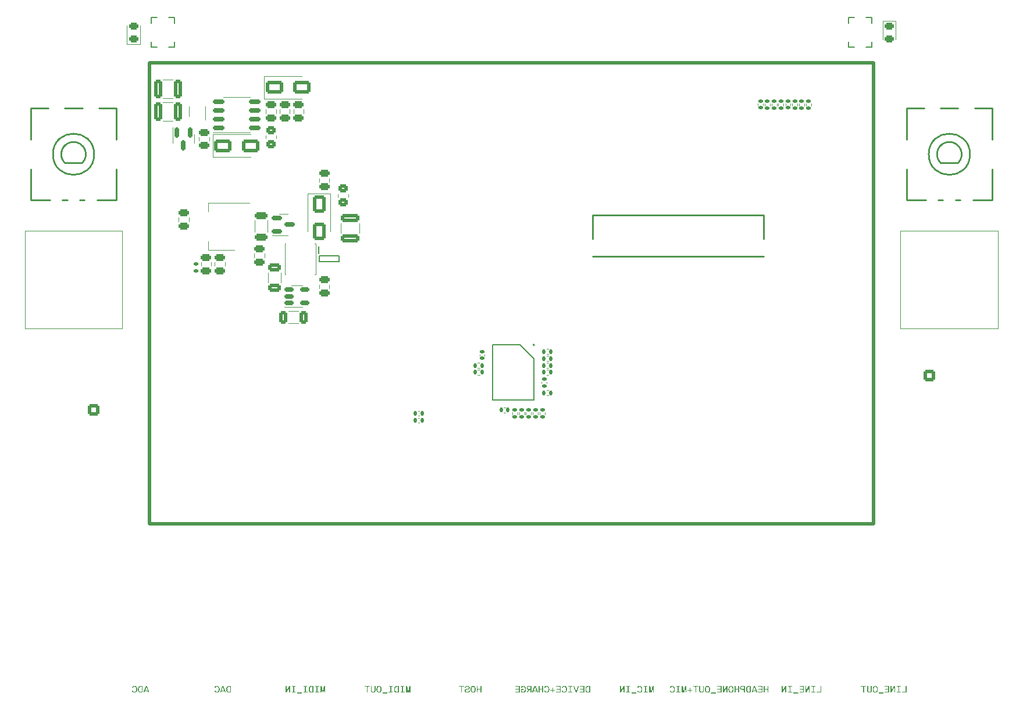
<source format=gbr>
%TF.GenerationSoftware,KiCad,Pcbnew,7.0.8*%
%TF.CreationDate,2023-12-20T14:30:26+01:00*%
%TF.ProjectId,KLST_PANDA,4b4c5354-5f50-4414-9e44-412e6b696361,rev?*%
%TF.SameCoordinates,Original*%
%TF.FileFunction,Legend,Bot*%
%TF.FilePolarity,Positive*%
%FSLAX46Y46*%
G04 Gerber Fmt 4.6, Leading zero omitted, Abs format (unit mm)*
G04 Created by KiCad (PCBNEW 7.0.8) date 2023-12-20 14:30:26*
%MOMM*%
%LPD*%
G01*
G04 APERTURE LIST*
G04 Aperture macros list*
%AMRoundRect*
0 Rectangle with rounded corners*
0 $1 Rounding radius*
0 $2 $3 $4 $5 $6 $7 $8 $9 X,Y pos of 4 corners*
0 Add a 4 corners polygon primitive as box body*
4,1,4,$2,$3,$4,$5,$6,$7,$8,$9,$2,$3,0*
0 Add four circle primitives for the rounded corners*
1,1,$1+$1,$2,$3*
1,1,$1+$1,$4,$5*
1,1,$1+$1,$6,$7*
1,1,$1+$1,$8,$9*
0 Add four rect primitives between the rounded corners*
20,1,$1+$1,$2,$3,$4,$5,0*
20,1,$1+$1,$4,$5,$6,$7,0*
20,1,$1+$1,$6,$7,$8,$9,0*
20,1,$1+$1,$8,$9,$2,$3,0*%
G04 Aperture macros list end*
%ADD10C,0.500000*%
%ADD11C,0.150000*%
%ADD12C,0.120000*%
%ADD13C,0.200000*%
%ADD14C,0.152400*%
%ADD15C,0.254000*%
%ADD16C,1.400000*%
%ADD17RoundRect,0.250000X-0.600000X-0.600000X0.600000X-0.600000X0.600000X0.600000X-0.600000X0.600000X0*%
%ADD18C,1.700000*%
%ADD19C,0.800000*%
%ADD20C,6.400000*%
%ADD21RoundRect,0.250000X0.600000X0.600000X-0.600000X0.600000X-0.600000X-0.600000X0.600000X-0.600000X0*%
%ADD22C,1.000000*%
%ADD23C,0.650000*%
%ADD24O,1.000000X2.100000*%
%ADD25O,1.000000X1.600000*%
%ADD26C,2.800000*%
%ADD27RoundRect,0.250000X-0.475000X0.250000X-0.475000X-0.250000X0.475000X-0.250000X0.475000X0.250000X0*%
%ADD28C,0.370000*%
%ADD29RoundRect,0.150000X-0.587500X-0.150000X0.587500X-0.150000X0.587500X0.150000X-0.587500X0.150000X0*%
%ADD30RoundRect,0.243750X-0.456250X0.243750X-0.456250X-0.243750X0.456250X-0.243750X0.456250X0.243750X0*%
%ADD31RoundRect,0.243750X0.456250X-0.243750X0.456250X0.243750X-0.456250X0.243750X-0.456250X-0.243750X0*%
%ADD32RoundRect,0.150000X-0.675000X-0.150000X0.675000X-0.150000X0.675000X0.150000X-0.675000X0.150000X0*%
%ADD33RoundRect,0.250000X0.475000X-0.250000X0.475000X0.250000X-0.475000X0.250000X-0.475000X-0.250000X0*%
%ADD34RoundRect,0.250000X0.325000X0.650000X-0.325000X0.650000X-0.325000X-0.650000X0.325000X-0.650000X0*%
%ADD35RoundRect,0.135000X0.135000X0.185000X-0.135000X0.185000X-0.135000X-0.185000X0.135000X-0.185000X0*%
%ADD36R,0.406400X0.939800*%
%ADD37R,0.355600X2.311400*%
%ADD38R,1.295400X0.355600*%
%ADD39RoundRect,0.135000X-0.185000X0.135000X-0.185000X-0.135000X0.185000X-0.135000X0.185000X0.135000X0*%
%ADD40RoundRect,0.250000X-1.000000X-0.650000X1.000000X-0.650000X1.000000X0.650000X-1.000000X0.650000X0*%
%ADD41RoundRect,0.250000X-0.650000X1.000000X-0.650000X-1.000000X0.650000X-1.000000X0.650000X1.000000X0*%
%ADD42R,0.550000X1.050000*%
%ADD43RoundRect,0.135000X-0.135000X-0.185000X0.135000X-0.185000X0.135000X0.185000X-0.135000X0.185000X0*%
%ADD44RoundRect,0.140000X0.170000X-0.140000X0.170000X0.140000X-0.170000X0.140000X-0.170000X-0.140000X0*%
%ADD45RoundRect,0.140000X-0.170000X0.140000X-0.170000X-0.140000X0.170000X-0.140000X0.170000X0.140000X0*%
%ADD46O,2.400000X3.800000*%
%ADD47C,1.800000*%
%ADD48C,0.990000*%
%ADD49C,0.787000*%
%ADD50R,0.300000X1.300000*%
%ADD51R,1.800000X1.800000*%
%ADD52RoundRect,0.140000X0.140000X0.170000X-0.140000X0.170000X-0.140000X-0.170000X0.140000X-0.170000X0*%
%ADD53RoundRect,0.147500X-0.172500X0.147500X-0.172500X-0.147500X0.172500X-0.147500X0.172500X0.147500X0*%
%ADD54RoundRect,0.135000X0.185000X-0.135000X0.185000X0.135000X-0.185000X0.135000X-0.185000X-0.135000X0*%
%ADD55C,1.750000*%
%ADD56C,4.000000*%
%ADD57C,2.500000*%
%ADD58RoundRect,0.250000X-0.312500X-1.075000X0.312500X-1.075000X0.312500X1.075000X-0.312500X1.075000X0*%
%ADD59RoundRect,0.250000X-1.075000X0.312500X-1.075000X-0.312500X1.075000X-0.312500X1.075000X0.312500X0*%
%ADD60RoundRect,0.250000X0.450000X-0.350000X0.450000X0.350000X-0.450000X0.350000X-0.450000X-0.350000X0*%
%ADD61R,3.700000X1.100000*%
%ADD62R,2.000000X1.500000*%
%ADD63R,2.000000X3.800000*%
%ADD64R,0.400000X0.650000*%
%ADD65RoundRect,0.150000X-0.512500X-0.150000X0.512500X-0.150000X0.512500X0.150000X-0.512500X0.150000X0*%
%ADD66RoundRect,0.250000X0.650000X-0.325000X0.650000X0.325000X-0.650000X0.325000X-0.650000X-0.325000X0*%
%ADD67RoundRect,0.150000X-0.150000X0.587500X-0.150000X-0.587500X0.150000X-0.587500X0.150000X0.587500X0*%
%ADD68RoundRect,0.250000X0.700000X-0.275000X0.700000X0.275000X-0.700000X0.275000X-0.700000X-0.275000X0*%
G04 APERTURE END LIST*
D10*
X71550000Y-58950000D02*
X176950000Y-58950000D01*
X176950000Y-126050000D01*
X71550000Y-126050000D01*
X71550000Y-58950000D01*
D11*
G36*
X135702232Y-149694378D02*
G01*
X135702232Y-150651078D01*
X135688310Y-150665000D01*
X135450174Y-150665000D01*
X135418135Y-150664427D01*
X135387621Y-150662722D01*
X135358599Y-150659902D01*
X135331036Y-150655984D01*
X135304898Y-150650987D01*
X135280152Y-150644928D01*
X135256764Y-150637824D01*
X135234702Y-150629695D01*
X135213931Y-150620557D01*
X135194419Y-150610428D01*
X135176133Y-150599326D01*
X135159038Y-150587269D01*
X135143103Y-150574274D01*
X135128292Y-150560359D01*
X135114574Y-150545543D01*
X135101914Y-150529842D01*
X135090279Y-150513274D01*
X135079637Y-150495858D01*
X135069953Y-150477610D01*
X135061195Y-150458550D01*
X135053329Y-150438694D01*
X135046322Y-150418060D01*
X135040140Y-150396666D01*
X135034751Y-150374530D01*
X135030120Y-150351669D01*
X135026215Y-150328102D01*
X135023002Y-150303845D01*
X135020448Y-150278918D01*
X135018519Y-150253337D01*
X135017183Y-150227120D01*
X135016406Y-150200285D01*
X135016154Y-150172850D01*
X135156349Y-150172850D01*
X135156478Y-150194960D01*
X135156886Y-150216410D01*
X135157607Y-150237195D01*
X135158674Y-150257314D01*
X135160120Y-150276764D01*
X135161980Y-150295543D01*
X135164285Y-150313647D01*
X135167069Y-150331074D01*
X135170367Y-150347821D01*
X135174210Y-150363886D01*
X135178633Y-150379265D01*
X135183668Y-150393957D01*
X135189349Y-150407958D01*
X135195710Y-150421266D01*
X135202783Y-150433878D01*
X135210602Y-150445792D01*
X135219200Y-150457004D01*
X135228611Y-150467512D01*
X135238868Y-150477314D01*
X135250004Y-150486406D01*
X135262052Y-150494787D01*
X135275046Y-150502453D01*
X135289020Y-150509401D01*
X135304006Y-150515630D01*
X135320037Y-150521135D01*
X135337148Y-150525916D01*
X135355371Y-150529968D01*
X135374740Y-150533290D01*
X135395288Y-150535878D01*
X135417048Y-150537730D01*
X135440055Y-150538843D01*
X135464340Y-150539214D01*
X135548359Y-150539214D01*
X135562281Y-150525048D01*
X135562281Y-149820408D01*
X135548359Y-149806242D01*
X135464340Y-149806242D01*
X135440055Y-149806613D01*
X135417048Y-149807726D01*
X135395288Y-149809579D01*
X135374740Y-149812167D01*
X135355371Y-149815489D01*
X135337148Y-149819542D01*
X135320037Y-149824323D01*
X135304006Y-149829830D01*
X135289020Y-149836060D01*
X135275046Y-149843011D01*
X135262052Y-149850679D01*
X135250004Y-149859063D01*
X135238868Y-149868158D01*
X135228611Y-149877964D01*
X135219200Y-149888477D01*
X135210602Y-149899695D01*
X135202783Y-149911615D01*
X135195710Y-149924234D01*
X135189349Y-149937549D01*
X135183668Y-149951559D01*
X135178633Y-149966260D01*
X135174210Y-149981650D01*
X135170367Y-149997726D01*
X135167069Y-150014485D01*
X135164285Y-150031926D01*
X135161980Y-150050044D01*
X135160120Y-150068838D01*
X135158674Y-150088305D01*
X135157607Y-150108443D01*
X135156886Y-150129248D01*
X135156478Y-150150718D01*
X135156349Y-150172850D01*
X135016154Y-150172850D01*
X135016406Y-150145392D01*
X135017183Y-150118535D01*
X135018519Y-150092295D01*
X135020448Y-150066691D01*
X135023002Y-150041741D01*
X135026215Y-150017463D01*
X135030120Y-149993873D01*
X135034751Y-149970991D01*
X135040140Y-149948834D01*
X135046322Y-149927419D01*
X135053329Y-149906765D01*
X135061195Y-149886889D01*
X135069953Y-149867809D01*
X135079637Y-149849542D01*
X135090279Y-149832108D01*
X135101914Y-149815523D01*
X135114574Y-149799805D01*
X135128292Y-149784972D01*
X135143103Y-149771042D01*
X135159038Y-149758033D01*
X135176133Y-149745962D01*
X135194419Y-149734848D01*
X135213931Y-149724707D01*
X135234702Y-149715559D01*
X135256764Y-149707420D01*
X135280152Y-149700308D01*
X135304898Y-149694242D01*
X135331036Y-149689239D01*
X135358599Y-149685316D01*
X135387621Y-149682493D01*
X135418135Y-149680785D01*
X135450174Y-149680212D01*
X135688310Y-149680212D01*
X135702232Y-149694378D01*
G37*
G36*
X134190369Y-150651078D02*
G01*
X134190369Y-150553136D01*
X134204291Y-150539214D01*
X134694486Y-150539214D01*
X134708408Y-150525048D01*
X134708408Y-150242459D01*
X134694486Y-150228293D01*
X134232379Y-150228293D01*
X134218457Y-150214371D01*
X134218457Y-150116430D01*
X134232379Y-150102264D01*
X134694486Y-150102264D01*
X134708408Y-150088342D01*
X134708408Y-149820408D01*
X134694486Y-149806242D01*
X134204291Y-149806242D01*
X134190369Y-149792320D01*
X134190369Y-149694378D01*
X134204291Y-149680212D01*
X134834437Y-149680212D01*
X134848359Y-149694378D01*
X134848359Y-150651078D01*
X134834437Y-150665000D01*
X134204291Y-150665000D01*
X134190369Y-150651078D01*
G37*
G36*
X133280564Y-149792808D02*
G01*
X133280564Y-149694378D01*
X133294486Y-149680212D01*
X133378506Y-149680212D01*
X133392428Y-149694378D01*
X133658408Y-150468140D01*
X133672574Y-150468140D01*
X133938555Y-149694378D01*
X133952476Y-149680212D01*
X134036496Y-149680212D01*
X134050662Y-149694378D01*
X134050662Y-149792808D01*
X133742428Y-150651078D01*
X133728506Y-150665000D01*
X133602476Y-150665000D01*
X133588555Y-150651078D01*
X133280564Y-149792808D01*
G37*
G36*
X132524633Y-150651078D02*
G01*
X132524633Y-150553136D01*
X132538555Y-150539214D01*
X132734682Y-150539214D01*
X132748603Y-150525048D01*
X132748603Y-149820408D01*
X132734682Y-149806242D01*
X132552721Y-149806242D01*
X132538555Y-149792320D01*
X132538555Y-149694378D01*
X132552721Y-149680212D01*
X133084682Y-149680212D01*
X133098603Y-149694378D01*
X133098603Y-149792320D01*
X133084682Y-149806242D01*
X132902721Y-149806242D01*
X132888555Y-149820408D01*
X132888555Y-150525048D01*
X132902721Y-150539214D01*
X133098603Y-150539214D01*
X133112769Y-150553136D01*
X133112769Y-150651078D01*
X133098603Y-150665000D01*
X132538555Y-150665000D01*
X132524633Y-150651078D01*
G37*
G36*
X131936740Y-150665000D02*
G01*
X131916070Y-150664633D01*
X131896053Y-150663544D01*
X131876687Y-150661745D01*
X131857968Y-150659250D01*
X131839895Y-150656073D01*
X131822465Y-150652227D01*
X131805675Y-150647727D01*
X131789523Y-150642586D01*
X131774006Y-150636818D01*
X131759123Y-150630437D01*
X131744869Y-150623455D01*
X131731244Y-150615888D01*
X131718244Y-150607749D01*
X131705867Y-150599050D01*
X131694111Y-150589808D01*
X131682972Y-150580034D01*
X131672448Y-150569742D01*
X131662538Y-150558947D01*
X131653238Y-150547662D01*
X131644546Y-150535901D01*
X131636459Y-150523678D01*
X131628975Y-150511006D01*
X131622091Y-150497899D01*
X131615805Y-150484370D01*
X131610115Y-150470435D01*
X131605017Y-150456105D01*
X131600510Y-150441395D01*
X131596590Y-150426319D01*
X131593256Y-150410891D01*
X131590504Y-150395123D01*
X131588333Y-150379031D01*
X131586740Y-150362627D01*
X131600662Y-150349193D01*
X131712769Y-150349193D01*
X131726691Y-150362627D01*
X131729694Y-150380267D01*
X131733473Y-150397493D01*
X131738150Y-150414204D01*
X131743849Y-150430301D01*
X131750693Y-150445684D01*
X131758805Y-150460253D01*
X131768308Y-150473908D01*
X131779326Y-150486550D01*
X131791980Y-150498078D01*
X131806395Y-150508393D01*
X131822693Y-150517394D01*
X131840997Y-150524983D01*
X131850940Y-150528217D01*
X131861431Y-150531060D01*
X131872485Y-150533499D01*
X131884117Y-150535524D01*
X131896344Y-150537120D01*
X131909179Y-150538275D01*
X131922640Y-150538978D01*
X131936740Y-150539214D01*
X131952248Y-150538857D01*
X131967263Y-150537783D01*
X131981786Y-150535994D01*
X131995816Y-150533490D01*
X132009355Y-150530270D01*
X132022401Y-150526334D01*
X132034954Y-150521683D01*
X132047016Y-150516317D01*
X132058585Y-150510234D01*
X132069662Y-150503437D01*
X132080246Y-150495923D01*
X132090338Y-150487694D01*
X132099938Y-150478750D01*
X132109046Y-150469090D01*
X132117661Y-150458714D01*
X132125784Y-150447623D01*
X132133415Y-150435817D01*
X132140553Y-150423294D01*
X132147199Y-150410057D01*
X132153353Y-150396103D01*
X132159014Y-150381435D01*
X132164184Y-150366050D01*
X132168861Y-150349950D01*
X132173045Y-150333135D01*
X132176737Y-150315603D01*
X132179937Y-150297357D01*
X132182645Y-150278395D01*
X132184860Y-150258717D01*
X132186583Y-150238323D01*
X132187814Y-150217215D01*
X132188553Y-150195390D01*
X132188799Y-150172850D01*
X132188553Y-150150309D01*
X132187814Y-150128483D01*
X132186583Y-150107371D01*
X132184860Y-150086973D01*
X132182645Y-150067290D01*
X132179937Y-150048321D01*
X132176737Y-150030067D01*
X132173045Y-150012528D01*
X132168861Y-149995703D01*
X132164184Y-149979594D01*
X132159014Y-149964199D01*
X132153353Y-149949520D01*
X132147199Y-149935555D01*
X132140553Y-149922306D01*
X132133415Y-149909773D01*
X132125784Y-149897955D01*
X132117661Y-149886852D01*
X132109046Y-149876465D01*
X132099938Y-149866794D01*
X132090338Y-149857839D01*
X132080246Y-149849599D01*
X132069662Y-149842076D01*
X132058585Y-149835269D01*
X132047016Y-149829178D01*
X132034954Y-149823803D01*
X132022401Y-149819144D01*
X132009355Y-149815202D01*
X131995816Y-149811977D01*
X131981786Y-149809468D01*
X131967263Y-149807676D01*
X131952248Y-149806600D01*
X131936740Y-149806242D01*
X131923865Y-149806439D01*
X131911474Y-149807027D01*
X131899559Y-149807998D01*
X131888114Y-149809345D01*
X131877131Y-149811059D01*
X131866601Y-149813134D01*
X131856516Y-149815562D01*
X131846870Y-149818335D01*
X131828862Y-149824889D01*
X131812513Y-149832736D01*
X131797761Y-149841815D01*
X131784546Y-149852068D01*
X131772805Y-149863434D01*
X131762476Y-149875853D01*
X131753497Y-149889267D01*
X131745807Y-149903614D01*
X131739343Y-149918836D01*
X131734044Y-149934873D01*
X131729847Y-149951665D01*
X131726691Y-149969152D01*
X131712769Y-149982829D01*
X131600662Y-149982829D01*
X131586740Y-149969152D01*
X131588373Y-149952765D01*
X131590657Y-149936766D01*
X131593588Y-149921163D01*
X131597161Y-149905966D01*
X131601370Y-149891183D01*
X131606210Y-149876822D01*
X131611676Y-149862893D01*
X131617763Y-149849404D01*
X131624465Y-149836363D01*
X131631779Y-149823780D01*
X131639697Y-149811663D01*
X131648216Y-149800020D01*
X131657331Y-149788861D01*
X131667035Y-149778194D01*
X131677324Y-149768027D01*
X131688193Y-149758370D01*
X131699636Y-149749231D01*
X131711649Y-149740619D01*
X131724226Y-149732542D01*
X131737362Y-149725009D01*
X131751052Y-149718029D01*
X131765292Y-149711610D01*
X131780075Y-149705762D01*
X131795396Y-149700492D01*
X131811251Y-149695810D01*
X131827634Y-149691724D01*
X131844541Y-149688243D01*
X131861965Y-149685375D01*
X131879902Y-149683129D01*
X131898347Y-149681515D01*
X131917295Y-149680539D01*
X131936740Y-149680212D01*
X131960041Y-149680701D01*
X131982681Y-149682165D01*
X132004653Y-149684604D01*
X132025953Y-149688017D01*
X132046575Y-149692401D01*
X132066516Y-149697755D01*
X132085769Y-149704078D01*
X132104329Y-149711369D01*
X132122192Y-149719625D01*
X132139351Y-149728846D01*
X132155803Y-149739031D01*
X132171542Y-149750176D01*
X132186563Y-149762283D01*
X132200861Y-149775348D01*
X132214431Y-149789370D01*
X132227267Y-149804349D01*
X132239365Y-149820282D01*
X132250719Y-149837168D01*
X132261325Y-149855006D01*
X132271176Y-149873794D01*
X132280269Y-149893531D01*
X132288598Y-149914215D01*
X132296158Y-149935845D01*
X132302944Y-149958420D01*
X132308951Y-149981938D01*
X132314173Y-150006398D01*
X132318606Y-150031798D01*
X132322244Y-150058136D01*
X132325083Y-150085412D01*
X132327117Y-150113624D01*
X132328341Y-150142771D01*
X132328750Y-150172850D01*
X132328341Y-150202907D01*
X132327117Y-150232030D01*
X132325083Y-150260220D01*
X132322244Y-150287473D01*
X132318606Y-150313789D01*
X132314173Y-150339167D01*
X132308951Y-150363604D01*
X132302944Y-150387101D01*
X132296158Y-150409654D01*
X132288598Y-150431264D01*
X132280269Y-150451928D01*
X132271176Y-150471645D01*
X132261325Y-150490413D01*
X132250719Y-150508232D01*
X132239365Y-150525100D01*
X132227267Y-150541016D01*
X132214431Y-150555977D01*
X132200861Y-150569984D01*
X132186563Y-150583034D01*
X132171542Y-150595126D01*
X132155803Y-150606258D01*
X132139351Y-150616430D01*
X132122192Y-150625639D01*
X132104329Y-150633885D01*
X132085769Y-150641166D01*
X132066516Y-150647481D01*
X132046575Y-150652828D01*
X132025953Y-150657206D01*
X132004653Y-150660614D01*
X131982681Y-150663049D01*
X131960041Y-150664512D01*
X131936740Y-150665000D01*
G37*
G36*
X130774877Y-150651078D02*
G01*
X130774877Y-150553136D01*
X130788799Y-150539214D01*
X131278994Y-150539214D01*
X131292916Y-150525048D01*
X131292916Y-150242459D01*
X131278994Y-150228293D01*
X130816887Y-150228293D01*
X130802965Y-150214371D01*
X130802965Y-150116430D01*
X130816887Y-150102264D01*
X131278994Y-150102264D01*
X131292916Y-150088342D01*
X131292916Y-149820408D01*
X131278994Y-149806242D01*
X130788799Y-149806242D01*
X130774877Y-149792320D01*
X130774877Y-149694378D01*
X130788799Y-149680212D01*
X131418945Y-149680212D01*
X131432867Y-149694378D01*
X131432867Y-150651078D01*
X131418945Y-150665000D01*
X130788799Y-150665000D01*
X130774877Y-150651078D01*
G37*
G36*
X129921004Y-150355055D02*
G01*
X129921004Y-150257114D01*
X129934926Y-150242948D01*
X130173063Y-150242948D01*
X130186984Y-150229026D01*
X130186984Y-149991378D01*
X130200906Y-149977212D01*
X130299092Y-149977212D01*
X130313014Y-149991378D01*
X130313014Y-150229026D01*
X130326936Y-150242948D01*
X130565072Y-150242948D01*
X130578994Y-150257114D01*
X130578994Y-150355055D01*
X130565072Y-150368977D01*
X130326936Y-150368977D01*
X130313014Y-150382899D01*
X130313014Y-150619815D01*
X130299092Y-150633736D01*
X130200906Y-150633736D01*
X130186984Y-150619815D01*
X130186984Y-150382899D01*
X130173063Y-150368977D01*
X129934926Y-150368977D01*
X129921004Y-150355055D01*
G37*
G36*
X129375121Y-150665000D02*
G01*
X129354451Y-150664633D01*
X129334434Y-150663544D01*
X129315068Y-150661745D01*
X129296349Y-150659250D01*
X129278276Y-150656073D01*
X129260846Y-150652227D01*
X129244056Y-150647727D01*
X129227904Y-150642586D01*
X129212387Y-150636818D01*
X129197504Y-150630437D01*
X129183250Y-150623455D01*
X129169625Y-150615888D01*
X129156625Y-150607749D01*
X129144248Y-150599050D01*
X129132492Y-150589808D01*
X129121353Y-150580034D01*
X129110829Y-150569742D01*
X129100919Y-150558947D01*
X129091619Y-150547662D01*
X129082927Y-150535901D01*
X129074840Y-150523678D01*
X129067356Y-150511006D01*
X129060472Y-150497899D01*
X129054186Y-150484370D01*
X129048496Y-150470435D01*
X129043398Y-150456105D01*
X129038891Y-150441395D01*
X129034971Y-150426319D01*
X129031637Y-150410891D01*
X129028885Y-150395123D01*
X129026714Y-150379031D01*
X129025121Y-150362627D01*
X129039043Y-150349193D01*
X129151150Y-150349193D01*
X129165072Y-150362627D01*
X129168075Y-150380267D01*
X129171854Y-150397493D01*
X129176531Y-150414204D01*
X129182230Y-150430301D01*
X129189074Y-150445684D01*
X129197186Y-150460253D01*
X129206689Y-150473908D01*
X129217707Y-150486550D01*
X129230361Y-150498078D01*
X129244776Y-150508393D01*
X129261074Y-150517394D01*
X129279378Y-150524983D01*
X129289321Y-150528217D01*
X129299812Y-150531060D01*
X129310866Y-150533499D01*
X129322498Y-150535524D01*
X129334725Y-150537120D01*
X129347560Y-150538275D01*
X129361021Y-150538978D01*
X129375121Y-150539214D01*
X129390629Y-150538857D01*
X129405644Y-150537783D01*
X129420167Y-150535994D01*
X129434197Y-150533490D01*
X129447736Y-150530270D01*
X129460782Y-150526334D01*
X129473335Y-150521683D01*
X129485397Y-150516317D01*
X129496966Y-150510234D01*
X129508043Y-150503437D01*
X129518627Y-150495923D01*
X129528719Y-150487694D01*
X129538319Y-150478750D01*
X129547427Y-150469090D01*
X129556042Y-150458714D01*
X129564165Y-150447623D01*
X129571796Y-150435817D01*
X129578934Y-150423294D01*
X129585580Y-150410057D01*
X129591734Y-150396103D01*
X129597396Y-150381435D01*
X129602565Y-150366050D01*
X129607242Y-150349950D01*
X129611426Y-150333135D01*
X129615118Y-150315603D01*
X129618318Y-150297357D01*
X129621026Y-150278395D01*
X129623241Y-150258717D01*
X129624964Y-150238323D01*
X129626195Y-150217215D01*
X129626934Y-150195390D01*
X129627180Y-150172850D01*
X129626934Y-150150309D01*
X129626195Y-150128483D01*
X129624964Y-150107371D01*
X129623241Y-150086973D01*
X129621026Y-150067290D01*
X129618318Y-150048321D01*
X129615118Y-150030067D01*
X129611426Y-150012528D01*
X129607242Y-149995703D01*
X129602565Y-149979594D01*
X129597396Y-149964199D01*
X129591734Y-149949520D01*
X129585580Y-149935555D01*
X129578934Y-149922306D01*
X129571796Y-149909773D01*
X129564165Y-149897955D01*
X129556042Y-149886852D01*
X129547427Y-149876465D01*
X129538319Y-149866794D01*
X129528719Y-149857839D01*
X129518627Y-149849599D01*
X129508043Y-149842076D01*
X129496966Y-149835269D01*
X129485397Y-149829178D01*
X129473335Y-149823803D01*
X129460782Y-149819144D01*
X129447736Y-149815202D01*
X129434197Y-149811977D01*
X129420167Y-149809468D01*
X129405644Y-149807676D01*
X129390629Y-149806600D01*
X129375121Y-149806242D01*
X129362246Y-149806439D01*
X129349855Y-149807027D01*
X129337940Y-149807998D01*
X129326495Y-149809345D01*
X129315512Y-149811059D01*
X129304982Y-149813134D01*
X129294897Y-149815562D01*
X129285251Y-149818335D01*
X129267243Y-149824889D01*
X129250894Y-149832736D01*
X129236143Y-149841815D01*
X129222927Y-149852068D01*
X129211186Y-149863434D01*
X129200857Y-149875853D01*
X129191879Y-149889267D01*
X129184188Y-149903614D01*
X129177724Y-149918836D01*
X129172425Y-149934873D01*
X129168228Y-149951665D01*
X129165072Y-149969152D01*
X129151150Y-149982829D01*
X129039043Y-149982829D01*
X129025121Y-149969152D01*
X129026754Y-149952765D01*
X129029038Y-149936766D01*
X129031969Y-149921163D01*
X129035542Y-149905966D01*
X129039751Y-149891183D01*
X129044591Y-149876822D01*
X129050057Y-149862893D01*
X129056144Y-149849404D01*
X129062846Y-149836363D01*
X129070160Y-149823780D01*
X129078078Y-149811663D01*
X129086597Y-149800020D01*
X129095712Y-149788861D01*
X129105416Y-149778194D01*
X129115705Y-149768027D01*
X129126574Y-149758370D01*
X129138017Y-149749231D01*
X129150030Y-149740619D01*
X129162607Y-149732542D01*
X129175743Y-149725009D01*
X129189433Y-149718029D01*
X129203673Y-149711610D01*
X129218456Y-149705762D01*
X129233777Y-149700492D01*
X129249632Y-149695810D01*
X129266015Y-149691724D01*
X129282922Y-149688243D01*
X129300346Y-149685375D01*
X129318283Y-149683129D01*
X129336728Y-149681515D01*
X129355676Y-149680539D01*
X129375121Y-149680212D01*
X129398422Y-149680701D01*
X129421062Y-149682165D01*
X129443034Y-149684604D01*
X129464334Y-149688017D01*
X129484956Y-149692401D01*
X129504897Y-149697755D01*
X129524150Y-149704078D01*
X129542710Y-149711369D01*
X129560573Y-149719625D01*
X129577732Y-149728846D01*
X129594184Y-149739031D01*
X129609923Y-149750176D01*
X129624944Y-149762283D01*
X129639242Y-149775348D01*
X129652812Y-149789370D01*
X129665648Y-149804349D01*
X129677746Y-149820282D01*
X129689100Y-149837168D01*
X129699706Y-149855006D01*
X129709557Y-149873794D01*
X129718650Y-149893531D01*
X129726979Y-149914215D01*
X129734539Y-149935845D01*
X129741325Y-149958420D01*
X129747332Y-149981938D01*
X129752554Y-150006398D01*
X129756987Y-150031798D01*
X129760625Y-150058136D01*
X129763464Y-150085412D01*
X129765498Y-150113624D01*
X129766722Y-150142771D01*
X129767131Y-150172850D01*
X129766722Y-150202907D01*
X129765498Y-150232030D01*
X129763464Y-150260220D01*
X129760625Y-150287473D01*
X129756987Y-150313789D01*
X129752554Y-150339167D01*
X129747332Y-150363604D01*
X129741325Y-150387101D01*
X129734539Y-150409654D01*
X129726979Y-150431264D01*
X129718650Y-150451928D01*
X129709557Y-150471645D01*
X129699706Y-150490413D01*
X129689100Y-150508232D01*
X129677746Y-150525100D01*
X129665648Y-150541016D01*
X129652812Y-150555977D01*
X129639242Y-150569984D01*
X129624944Y-150583034D01*
X129609923Y-150595126D01*
X129594184Y-150606258D01*
X129577732Y-150616430D01*
X129560573Y-150625639D01*
X129542710Y-150633885D01*
X129524150Y-150641166D01*
X129504897Y-150647481D01*
X129484956Y-150652828D01*
X129464334Y-150657206D01*
X129443034Y-150660614D01*
X129421062Y-150663049D01*
X129398422Y-150664512D01*
X129375121Y-150665000D01*
G37*
G36*
X128213258Y-150651078D02*
G01*
X128213258Y-149694378D01*
X128227180Y-149680212D01*
X128339287Y-149680212D01*
X128353209Y-149694378D01*
X128353209Y-150088342D01*
X128367375Y-150102264D01*
X128717375Y-150102264D01*
X128731297Y-150088342D01*
X128731297Y-149694378D01*
X128745219Y-149680212D01*
X128857326Y-149680212D01*
X128871248Y-149694378D01*
X128871248Y-150651078D01*
X128857326Y-150665000D01*
X128745219Y-150665000D01*
X128731297Y-150651078D01*
X128731297Y-150242459D01*
X128717375Y-150228293D01*
X128367375Y-150228293D01*
X128353209Y-150242459D01*
X128353209Y-150651078D01*
X128339287Y-150665000D01*
X128227180Y-150665000D01*
X128213258Y-150651078D01*
G37*
G36*
X127765317Y-149694378D02*
G01*
X128073551Y-150549473D01*
X128073551Y-150650589D01*
X128059385Y-150665000D01*
X127975365Y-150665000D01*
X127961444Y-150650589D01*
X127905512Y-150477421D01*
X127877424Y-150462766D01*
X127499336Y-150462766D01*
X127471492Y-150477421D01*
X127415317Y-150650589D01*
X127401395Y-150665000D01*
X127317375Y-150665000D01*
X127303453Y-150650589D01*
X127303453Y-150549473D01*
X127385091Y-150322815D01*
X127527424Y-150322815D01*
X127541346Y-150336737D01*
X127835414Y-150336737D01*
X127849336Y-150322815D01*
X127695463Y-149889773D01*
X127681297Y-149889773D01*
X127527424Y-150322815D01*
X127385091Y-150322815D01*
X127611444Y-149694378D01*
X127625365Y-149680212D01*
X127751395Y-149680212D01*
X127765317Y-149694378D01*
G37*
G36*
X127163502Y-149694378D02*
G01*
X127163502Y-150651078D01*
X127149580Y-150665000D01*
X127037473Y-150665000D01*
X127023551Y-150651078D01*
X127023551Y-150257114D01*
X127009629Y-150242948D01*
X126855512Y-150242948D01*
X126827424Y-150257114D01*
X126575610Y-150651078D01*
X126547522Y-150665000D01*
X126491590Y-150665000D01*
X126477424Y-150651078D01*
X126477424Y-150552648D01*
X126673551Y-150242948D01*
X126673551Y-150229026D01*
X126661860Y-150226251D01*
X126650423Y-150223143D01*
X126639248Y-150219701D01*
X126628341Y-150215922D01*
X126617712Y-150211802D01*
X126607367Y-150207339D01*
X126597315Y-150202531D01*
X126587562Y-150197374D01*
X126578118Y-150191865D01*
X126568988Y-150186003D01*
X126560182Y-150179783D01*
X126551706Y-150173204D01*
X126543569Y-150166263D01*
X126535778Y-150158956D01*
X126528341Y-150151281D01*
X126521266Y-150143236D01*
X126514559Y-150134817D01*
X126508230Y-150126021D01*
X126502285Y-150116847D01*
X126496733Y-150107291D01*
X126491580Y-150097350D01*
X126486835Y-150087022D01*
X126482506Y-150076304D01*
X126478599Y-150065192D01*
X126475124Y-150053686D01*
X126472087Y-150041780D01*
X126469496Y-150029473D01*
X126467359Y-150016763D01*
X126465683Y-150003645D01*
X126464477Y-149990118D01*
X126463747Y-149976179D01*
X126463502Y-149961824D01*
X126603453Y-149961824D01*
X126603618Y-149972198D01*
X126604115Y-149982164D01*
X126606113Y-150000897D01*
X126609467Y-150018062D01*
X126614196Y-150033700D01*
X126620321Y-150047854D01*
X126627861Y-150060562D01*
X126636835Y-150071867D01*
X126647264Y-150081809D01*
X126659167Y-150090428D01*
X126672564Y-150097766D01*
X126687474Y-150103862D01*
X126703917Y-150108759D01*
X126721913Y-150112497D01*
X126741482Y-150115116D01*
X126751862Y-150116019D01*
X126762642Y-150116658D01*
X126773825Y-150117037D01*
X126785414Y-150117163D01*
X127009629Y-150117163D01*
X127023551Y-150102997D01*
X127023551Y-149820408D01*
X127009629Y-149806242D01*
X126785414Y-149806242D01*
X126773825Y-149806367D01*
X126762642Y-149806747D01*
X126751862Y-149807385D01*
X126741482Y-149808289D01*
X126731500Y-149809461D01*
X126712720Y-149812636D01*
X126695503Y-149816952D01*
X126679829Y-149822448D01*
X126665678Y-149829166D01*
X126653030Y-149837149D01*
X126641867Y-149846435D01*
X126632168Y-149857068D01*
X126623913Y-149869087D01*
X126617083Y-149882535D01*
X126611658Y-149897452D01*
X126607619Y-149913879D01*
X126604946Y-149931857D01*
X126603618Y-149951429D01*
X126603453Y-149961824D01*
X126463502Y-149961824D01*
X126463870Y-149943632D01*
X126464965Y-149926099D01*
X126466779Y-149909222D01*
X126469300Y-149892993D01*
X126472519Y-149877408D01*
X126476424Y-149862462D01*
X126481006Y-149848149D01*
X126486255Y-149834463D01*
X126492160Y-149821400D01*
X126498710Y-149808953D01*
X126505897Y-149797117D01*
X126513708Y-149785888D01*
X126522135Y-149775259D01*
X126531166Y-149765225D01*
X126540792Y-149755781D01*
X126551002Y-149746921D01*
X126561786Y-149738640D01*
X126573133Y-149730933D01*
X126585034Y-149723793D01*
X126597478Y-149717217D01*
X126610454Y-149711197D01*
X126623953Y-149705729D01*
X126637964Y-149700808D01*
X126652477Y-149696428D01*
X126667482Y-149692583D01*
X126682968Y-149689269D01*
X126698925Y-149686479D01*
X126715342Y-149684208D01*
X126732210Y-149682452D01*
X126749519Y-149681204D01*
X126767257Y-149680459D01*
X126785414Y-149680212D01*
X127149580Y-149680212D01*
X127163502Y-149694378D01*
G37*
G36*
X125763746Y-150327212D02*
G01*
X125763991Y-150339467D01*
X125764721Y-150351408D01*
X125765927Y-150363030D01*
X125767602Y-150374329D01*
X125769739Y-150385298D01*
X125772329Y-150395934D01*
X125775366Y-150406231D01*
X125778840Y-150416185D01*
X125782745Y-150425790D01*
X125787072Y-150435042D01*
X125791814Y-150443935D01*
X125796964Y-150452465D01*
X125802513Y-150460627D01*
X125808454Y-150468416D01*
X125821479Y-150482855D01*
X125835979Y-150495743D01*
X125851891Y-150507040D01*
X125860357Y-150512080D01*
X125869153Y-150516707D01*
X125878271Y-150520917D01*
X125887703Y-150524705D01*
X125897443Y-150528065D01*
X125907480Y-150530994D01*
X125917809Y-150533485D01*
X125928422Y-150535535D01*
X125939310Y-150537137D01*
X125950466Y-150538288D01*
X125961882Y-150538982D01*
X125973551Y-150539214D01*
X125987794Y-150538903D01*
X126001623Y-150537961D01*
X126015037Y-150536382D01*
X126028032Y-150534158D01*
X126040606Y-150531279D01*
X126052757Y-150527738D01*
X126064482Y-150523527D01*
X126075778Y-150518637D01*
X126086643Y-150513060D01*
X126097075Y-150506788D01*
X126107070Y-150499812D01*
X126116626Y-150492125D01*
X126125741Y-150483718D01*
X126134413Y-150474583D01*
X126142638Y-150464712D01*
X126150413Y-150454096D01*
X126157738Y-150442727D01*
X126164608Y-150430597D01*
X126171022Y-150417699D01*
X126176976Y-150404022D01*
X126182469Y-150389560D01*
X126187498Y-150374304D01*
X126192059Y-150358246D01*
X126196152Y-150341378D01*
X126199772Y-150323691D01*
X126202918Y-150305177D01*
X126205587Y-150285828D01*
X126207777Y-150265636D01*
X126209484Y-150244592D01*
X126210707Y-150222689D01*
X126211442Y-150199917D01*
X126211688Y-150176270D01*
X126211481Y-150152279D01*
X126210856Y-150129167D01*
X126209805Y-150106926D01*
X126208320Y-150085547D01*
X126206394Y-150065024D01*
X126204019Y-150045348D01*
X126201188Y-150026512D01*
X126197892Y-150008509D01*
X126194124Y-149991330D01*
X126189877Y-149974969D01*
X126185142Y-149959416D01*
X126179913Y-149944666D01*
X126174181Y-149930709D01*
X126167939Y-149917539D01*
X126161179Y-149905148D01*
X126153894Y-149893528D01*
X126146075Y-149882671D01*
X126137716Y-149872571D01*
X126128809Y-149863218D01*
X126119345Y-149854606D01*
X126109318Y-149846727D01*
X126098720Y-149839573D01*
X126087542Y-149833137D01*
X126075778Y-149827411D01*
X126063420Y-149822387D01*
X126050459Y-149818057D01*
X126036890Y-149814415D01*
X126022703Y-149811452D01*
X126007891Y-149809161D01*
X125992446Y-149807534D01*
X125976362Y-149806563D01*
X125959629Y-149806242D01*
X125946794Y-149806441D01*
X125934519Y-149807033D01*
X125922793Y-149808011D01*
X125911602Y-149809368D01*
X125900934Y-149811095D01*
X125890776Y-149813186D01*
X125881115Y-149815632D01*
X125863233Y-149821563D01*
X125847187Y-149828828D01*
X125832873Y-149837367D01*
X125820189Y-149847121D01*
X125809034Y-149858029D01*
X125799304Y-149870032D01*
X125790898Y-149883071D01*
X125783712Y-149897085D01*
X125777646Y-149912014D01*
X125772596Y-149927800D01*
X125768460Y-149944382D01*
X125765136Y-149961700D01*
X125763746Y-149970617D01*
X125749580Y-149984295D01*
X125637717Y-149984295D01*
X125623551Y-149970617D01*
X125625046Y-149957729D01*
X125626891Y-149944775D01*
X125629108Y-149931789D01*
X125631721Y-149918799D01*
X125634753Y-149905838D01*
X125638227Y-149892936D01*
X125642166Y-149880125D01*
X125646594Y-149867436D01*
X125651533Y-149854899D01*
X125657007Y-149842547D01*
X125663040Y-149830409D01*
X125669653Y-149818517D01*
X125676870Y-149806903D01*
X125684715Y-149795596D01*
X125693211Y-149784629D01*
X125702380Y-149774032D01*
X125712247Y-149763837D01*
X125722833Y-149754074D01*
X125734163Y-149744774D01*
X125746259Y-149735970D01*
X125759145Y-149727691D01*
X125772844Y-149719969D01*
X125787378Y-149712835D01*
X125802772Y-149706320D01*
X125819048Y-149700455D01*
X125836229Y-149695271D01*
X125854339Y-149690799D01*
X125873401Y-149687071D01*
X125893438Y-149684117D01*
X125914473Y-149681968D01*
X125936529Y-149680657D01*
X125959629Y-149680212D01*
X125982930Y-149680663D01*
X126005570Y-149682019D01*
X126027542Y-149684286D01*
X126048842Y-149687472D01*
X126069464Y-149691584D01*
X126089405Y-149696626D01*
X126108658Y-149702607D01*
X126127218Y-149709533D01*
X126145081Y-149717410D01*
X126162240Y-149726245D01*
X126178692Y-149736044D01*
X126194431Y-149746815D01*
X126209452Y-149758563D01*
X126223750Y-149771295D01*
X126237320Y-149785018D01*
X126250156Y-149799739D01*
X126262254Y-149815463D01*
X126273608Y-149832198D01*
X126284214Y-149849950D01*
X126294065Y-149868725D01*
X126303158Y-149888531D01*
X126311487Y-149909374D01*
X126319047Y-149931260D01*
X126325833Y-149954196D01*
X126331840Y-149978188D01*
X126337062Y-150003243D01*
X126341495Y-150029369D01*
X126345133Y-150056570D01*
X126347972Y-150084854D01*
X126350006Y-150114228D01*
X126351230Y-150144697D01*
X126351639Y-150176270D01*
X126351230Y-150207262D01*
X126350009Y-150237182D01*
X126347983Y-150266037D01*
X126345160Y-150293831D01*
X126341548Y-150320571D01*
X126337154Y-150346261D01*
X126331985Y-150370909D01*
X126326051Y-150394520D01*
X126319357Y-150417099D01*
X126311912Y-150438652D01*
X126303724Y-150459185D01*
X126294800Y-150478705D01*
X126285147Y-150497216D01*
X126274774Y-150514724D01*
X126263688Y-150531235D01*
X126251896Y-150546755D01*
X126239407Y-150561290D01*
X126226228Y-150574846D01*
X126212367Y-150587427D01*
X126197830Y-150599041D01*
X126182627Y-150609692D01*
X126166764Y-150619387D01*
X126150250Y-150628132D01*
X126133091Y-150635931D01*
X126115296Y-150642791D01*
X126096872Y-150648718D01*
X126077827Y-150653717D01*
X126058168Y-150657794D01*
X126037904Y-150660955D01*
X126017041Y-150663206D01*
X125995587Y-150664552D01*
X125973551Y-150665000D01*
X125963186Y-150664837D01*
X125953066Y-150664358D01*
X125943191Y-150663571D01*
X125924176Y-150661116D01*
X125906142Y-150657556D01*
X125889088Y-150652971D01*
X125873017Y-150647444D01*
X125857929Y-150641057D01*
X125843825Y-150633891D01*
X125830704Y-150626029D01*
X125818569Y-150617553D01*
X125807419Y-150608544D01*
X125797256Y-150599084D01*
X125788079Y-150589256D01*
X125779891Y-150579141D01*
X125772691Y-150568821D01*
X125766481Y-150558378D01*
X125763746Y-150553136D01*
X125749580Y-150553136D01*
X125735658Y-150637156D01*
X125721737Y-150665000D01*
X125637717Y-150665000D01*
X125623551Y-150651078D01*
X125623551Y-150162348D01*
X125637717Y-150148426D01*
X126001639Y-150148426D01*
X126015561Y-150162348D01*
X126015561Y-150260289D01*
X126001639Y-150274211D01*
X125777668Y-150274211D01*
X125763746Y-150288377D01*
X125763746Y-150327212D01*
G37*
G36*
X124797766Y-150651078D02*
G01*
X124797766Y-150553136D01*
X124811688Y-150539214D01*
X125301883Y-150539214D01*
X125315805Y-150525048D01*
X125315805Y-150242459D01*
X125301883Y-150228293D01*
X124839776Y-150228293D01*
X124825854Y-150214371D01*
X124825854Y-150116430D01*
X124839776Y-150102264D01*
X125301883Y-150102264D01*
X125315805Y-150088342D01*
X125315805Y-149820408D01*
X125301883Y-149806242D01*
X124811688Y-149806242D01*
X124797766Y-149792320D01*
X124797766Y-149694378D01*
X124811688Y-149680212D01*
X125441834Y-149680212D01*
X125455756Y-149694378D01*
X125455756Y-150651078D01*
X125441834Y-150665000D01*
X124811688Y-150665000D01*
X124797766Y-150651078D01*
G37*
G36*
X119201813Y-150651078D02*
G01*
X119201813Y-149694378D01*
X119215735Y-149680212D01*
X119327842Y-149680212D01*
X119341764Y-149694378D01*
X119341764Y-150088342D01*
X119355930Y-150102264D01*
X119705930Y-150102264D01*
X119719852Y-150088342D01*
X119719852Y-149694378D01*
X119733774Y-149680212D01*
X119845881Y-149680212D01*
X119859803Y-149694378D01*
X119859803Y-150651078D01*
X119845881Y-150665000D01*
X119733774Y-150665000D01*
X119719852Y-150651078D01*
X119719852Y-150242459D01*
X119705930Y-150228293D01*
X119355930Y-150228293D01*
X119341764Y-150242459D01*
X119341764Y-150651078D01*
X119327842Y-150665000D01*
X119215735Y-150665000D01*
X119201813Y-150651078D01*
G37*
G36*
X118705992Y-149680701D02*
G01*
X118727309Y-149682165D01*
X118747964Y-149684604D01*
X118767956Y-149688017D01*
X118787283Y-149692401D01*
X118805941Y-149697755D01*
X118823928Y-149704078D01*
X118841242Y-149711369D01*
X118857879Y-149719625D01*
X118873838Y-149728846D01*
X118889115Y-149739031D01*
X118903708Y-149750176D01*
X118917614Y-149762283D01*
X118930832Y-149775348D01*
X118943357Y-149789370D01*
X118955189Y-149804349D01*
X118966323Y-149820282D01*
X118976758Y-149837168D01*
X118986490Y-149855006D01*
X118995518Y-149873794D01*
X119003839Y-149893531D01*
X119011450Y-149914215D01*
X119018348Y-149935845D01*
X119024531Y-149958420D01*
X119029996Y-149981938D01*
X119034741Y-150006398D01*
X119038763Y-150031798D01*
X119042060Y-150058136D01*
X119044629Y-150085412D01*
X119046466Y-150113624D01*
X119047571Y-150142771D01*
X119047940Y-150172850D01*
X119047571Y-150202907D01*
X119046466Y-150232030D01*
X119044629Y-150260220D01*
X119042060Y-150287473D01*
X119038763Y-150313789D01*
X119034741Y-150339167D01*
X119029996Y-150363604D01*
X119024531Y-150387101D01*
X119018348Y-150409654D01*
X119011450Y-150431264D01*
X119003839Y-150451928D01*
X118995518Y-150471645D01*
X118986490Y-150490413D01*
X118976758Y-150508232D01*
X118966323Y-150525100D01*
X118955189Y-150541016D01*
X118943357Y-150555977D01*
X118930832Y-150569984D01*
X118917614Y-150583034D01*
X118903708Y-150595126D01*
X118889115Y-150606258D01*
X118873838Y-150616430D01*
X118857879Y-150625639D01*
X118841242Y-150633885D01*
X118823928Y-150641166D01*
X118805941Y-150647481D01*
X118787283Y-150652828D01*
X118767956Y-150657206D01*
X118747964Y-150660614D01*
X118727309Y-150663049D01*
X118705992Y-150664512D01*
X118684018Y-150665000D01*
X118669852Y-150665000D01*
X118647878Y-150664512D01*
X118626561Y-150663049D01*
X118605906Y-150660614D01*
X118585914Y-150657206D01*
X118566587Y-150652828D01*
X118547929Y-150647481D01*
X118529942Y-150641166D01*
X118512628Y-150633885D01*
X118495991Y-150625639D01*
X118480032Y-150616430D01*
X118464755Y-150606258D01*
X118450162Y-150595126D01*
X118436256Y-150583034D01*
X118423038Y-150569984D01*
X118410513Y-150555977D01*
X118398681Y-150541016D01*
X118387547Y-150525100D01*
X118377112Y-150508232D01*
X118367380Y-150490413D01*
X118358352Y-150471645D01*
X118350031Y-150451928D01*
X118342420Y-150431264D01*
X118335522Y-150409654D01*
X118329339Y-150387101D01*
X118323874Y-150363604D01*
X118319129Y-150339167D01*
X118315107Y-150313789D01*
X118311810Y-150287473D01*
X118309241Y-150260220D01*
X118307404Y-150232030D01*
X118306299Y-150202907D01*
X118305930Y-150172850D01*
X118445881Y-150172850D01*
X118446087Y-150195390D01*
X118446706Y-150217215D01*
X118447741Y-150238323D01*
X118449194Y-150258717D01*
X118451068Y-150278395D01*
X118453365Y-150297357D01*
X118456087Y-150315603D01*
X118459238Y-150333135D01*
X118462820Y-150349950D01*
X118466835Y-150366050D01*
X118471286Y-150381435D01*
X118476175Y-150396103D01*
X118481505Y-150410057D01*
X118487278Y-150423294D01*
X118493497Y-150435817D01*
X118500164Y-150447623D01*
X118507282Y-150458714D01*
X118514854Y-150469090D01*
X118522881Y-150478750D01*
X118531366Y-150487694D01*
X118540313Y-150495923D01*
X118549722Y-150503437D01*
X118559598Y-150510234D01*
X118569941Y-150516317D01*
X118580756Y-150521683D01*
X118592044Y-150526334D01*
X118603808Y-150530270D01*
X118616050Y-150533490D01*
X118628773Y-150535994D01*
X118641979Y-150537783D01*
X118655671Y-150538857D01*
X118669852Y-150539214D01*
X118684018Y-150539214D01*
X118698199Y-150538857D01*
X118711891Y-150537783D01*
X118725097Y-150535994D01*
X118737820Y-150533490D01*
X118750062Y-150530270D01*
X118761826Y-150526334D01*
X118773114Y-150521683D01*
X118783929Y-150516317D01*
X118794272Y-150510234D01*
X118804148Y-150503437D01*
X118813557Y-150495923D01*
X118822504Y-150487694D01*
X118830989Y-150478750D01*
X118839016Y-150469090D01*
X118846588Y-150458714D01*
X118853706Y-150447623D01*
X118860373Y-150435817D01*
X118866592Y-150423294D01*
X118872365Y-150410057D01*
X118877695Y-150396103D01*
X118882584Y-150381435D01*
X118887035Y-150366050D01*
X118891050Y-150349950D01*
X118894632Y-150333135D01*
X118897783Y-150315603D01*
X118900505Y-150297357D01*
X118902802Y-150278395D01*
X118904676Y-150258717D01*
X118906129Y-150238323D01*
X118907164Y-150217215D01*
X118907783Y-150195390D01*
X118907989Y-150172850D01*
X118907783Y-150150309D01*
X118907164Y-150128483D01*
X118906129Y-150107371D01*
X118904676Y-150086973D01*
X118902802Y-150067290D01*
X118900505Y-150048321D01*
X118897783Y-150030067D01*
X118894632Y-150012528D01*
X118891050Y-149995703D01*
X118887035Y-149979594D01*
X118882584Y-149964199D01*
X118877695Y-149949520D01*
X118872365Y-149935555D01*
X118866592Y-149922306D01*
X118860373Y-149909773D01*
X118853706Y-149897955D01*
X118846588Y-149886852D01*
X118839016Y-149876465D01*
X118830989Y-149866794D01*
X118822504Y-149857839D01*
X118813557Y-149849599D01*
X118804148Y-149842076D01*
X118794272Y-149835269D01*
X118783929Y-149829178D01*
X118773114Y-149823803D01*
X118761826Y-149819144D01*
X118750062Y-149815202D01*
X118737820Y-149811977D01*
X118725097Y-149809468D01*
X118711891Y-149807676D01*
X118698199Y-149806600D01*
X118684018Y-149806242D01*
X118669852Y-149806242D01*
X118655671Y-149806600D01*
X118641979Y-149807676D01*
X118628773Y-149809468D01*
X118616050Y-149811977D01*
X118603808Y-149815202D01*
X118592044Y-149819144D01*
X118580756Y-149823803D01*
X118569941Y-149829178D01*
X118559598Y-149835269D01*
X118549722Y-149842076D01*
X118540313Y-149849599D01*
X118531366Y-149857839D01*
X118522881Y-149866794D01*
X118514854Y-149876465D01*
X118507282Y-149886852D01*
X118500164Y-149897955D01*
X118493497Y-149909773D01*
X118487278Y-149922306D01*
X118481505Y-149935555D01*
X118476175Y-149949520D01*
X118471286Y-149964199D01*
X118466835Y-149979594D01*
X118462820Y-149995703D01*
X118459238Y-150012528D01*
X118456087Y-150030067D01*
X118453365Y-150048321D01*
X118451068Y-150067290D01*
X118449194Y-150086973D01*
X118447741Y-150107371D01*
X118446706Y-150128483D01*
X118446087Y-150150309D01*
X118445881Y-150172850D01*
X118305930Y-150172850D01*
X118306299Y-150142771D01*
X118307404Y-150113624D01*
X118309241Y-150085412D01*
X118311810Y-150058136D01*
X118315107Y-150031798D01*
X118319129Y-150006398D01*
X118323874Y-149981938D01*
X118329339Y-149958420D01*
X118335522Y-149935845D01*
X118342420Y-149914215D01*
X118350031Y-149893531D01*
X118358352Y-149873794D01*
X118367380Y-149855006D01*
X118377112Y-149837168D01*
X118387547Y-149820282D01*
X118398681Y-149804349D01*
X118410513Y-149789370D01*
X118423038Y-149775348D01*
X118436256Y-149762283D01*
X118450162Y-149750176D01*
X118464755Y-149739031D01*
X118480032Y-149728846D01*
X118495991Y-149719625D01*
X118512628Y-149711369D01*
X118529942Y-149704078D01*
X118547929Y-149697755D01*
X118566587Y-149692401D01*
X118585914Y-149688017D01*
X118605906Y-149684604D01*
X118626561Y-149682165D01*
X118647878Y-149680701D01*
X118669852Y-149680212D01*
X118684018Y-149680212D01*
X118705992Y-149680701D01*
G37*
G36*
X117438135Y-150389738D02*
G01*
X117438543Y-150372301D01*
X117439755Y-150355563D01*
X117441756Y-150339510D01*
X117444531Y-150324126D01*
X117448065Y-150309397D01*
X117452342Y-150295308D01*
X117457346Y-150281844D01*
X117463063Y-150268990D01*
X117469477Y-150256732D01*
X117476573Y-150245054D01*
X117484334Y-150233941D01*
X117492746Y-150223380D01*
X117501794Y-150213354D01*
X117511462Y-150203850D01*
X117521734Y-150194851D01*
X117532596Y-150186345D01*
X117544032Y-150178314D01*
X117556026Y-150170746D01*
X117568563Y-150163624D01*
X117581628Y-150156934D01*
X117595205Y-150150662D01*
X117609279Y-150144792D01*
X117623835Y-150139309D01*
X117638857Y-150134199D01*
X117654330Y-150129446D01*
X117670238Y-150125037D01*
X117686566Y-150120956D01*
X117703299Y-150117188D01*
X117720421Y-150113718D01*
X117737917Y-150110532D01*
X117755772Y-150107614D01*
X117773969Y-150104951D01*
X117791989Y-150102407D01*
X117809280Y-150099847D01*
X117825853Y-150097258D01*
X117841718Y-150094625D01*
X117856886Y-150091931D01*
X117871367Y-150089163D01*
X117885171Y-150086305D01*
X117898308Y-150083343D01*
X117910788Y-150080261D01*
X117922623Y-150077045D01*
X117933821Y-150073679D01*
X117944393Y-150070149D01*
X117954350Y-150066440D01*
X117963701Y-150062536D01*
X117980629Y-150054087D01*
X117995259Y-150044682D01*
X118007672Y-150034201D01*
X118017951Y-150022526D01*
X118026177Y-150009536D01*
X118032432Y-149995112D01*
X118036799Y-149979134D01*
X118039359Y-149961484D01*
X118040194Y-149942041D01*
X118039376Y-149927112D01*
X118036936Y-149912854D01*
X118032894Y-149899306D01*
X118027272Y-149886510D01*
X118020090Y-149874504D01*
X118011368Y-149863331D01*
X118001129Y-149853030D01*
X117989391Y-149843641D01*
X117976177Y-149835206D01*
X117961507Y-149827764D01*
X117945401Y-149821356D01*
X117927880Y-149816023D01*
X117908966Y-149811804D01*
X117898993Y-149810126D01*
X117888678Y-149808741D01*
X117878026Y-149807655D01*
X117867038Y-149806873D01*
X117855718Y-149806400D01*
X117844067Y-149806242D01*
X117827375Y-149806401D01*
X117811409Y-149806880D01*
X117796156Y-149807677D01*
X117781602Y-149808794D01*
X117767736Y-149810229D01*
X117754544Y-149811983D01*
X117742013Y-149814055D01*
X117730131Y-149816446D01*
X117718885Y-149819156D01*
X117708262Y-149822184D01*
X117698249Y-149825530D01*
X117688833Y-149829194D01*
X117671742Y-149837476D01*
X117656885Y-149847030D01*
X117644161Y-149857855D01*
X117633467Y-149869950D01*
X117624700Y-149883314D01*
X117617757Y-149897947D01*
X117612535Y-149913848D01*
X117608933Y-149931016D01*
X117606847Y-149949451D01*
X117606174Y-149969152D01*
X117592008Y-149982829D01*
X117480145Y-149982829D01*
X117465979Y-149969152D01*
X117466427Y-149950293D01*
X117467761Y-149932137D01*
X117469962Y-149914675D01*
X117473011Y-149897902D01*
X117476892Y-149881810D01*
X117481586Y-149866392D01*
X117487075Y-149851643D01*
X117493342Y-149837554D01*
X117500367Y-149824120D01*
X117508134Y-149811334D01*
X117516624Y-149799188D01*
X117525819Y-149787677D01*
X117535702Y-149776793D01*
X117546254Y-149766529D01*
X117557457Y-149756880D01*
X117569294Y-149747837D01*
X117581746Y-149739395D01*
X117594795Y-149731546D01*
X117608424Y-149724285D01*
X117622614Y-149717603D01*
X117637348Y-149711495D01*
X117652607Y-149705953D01*
X117668374Y-149700971D01*
X117684630Y-149696542D01*
X117701358Y-149692660D01*
X117718539Y-149689317D01*
X117736156Y-149686507D01*
X117754190Y-149684223D01*
X117772624Y-149682458D01*
X117791440Y-149681206D01*
X117810620Y-149680460D01*
X117830145Y-149680212D01*
X117853326Y-149680617D01*
X117875614Y-149681811D01*
X117897019Y-149683766D01*
X117917553Y-149686454D01*
X117937224Y-149689845D01*
X117956044Y-149693910D01*
X117974022Y-149698621D01*
X117991170Y-149703950D01*
X118007497Y-149709866D01*
X118023013Y-149716342D01*
X118037729Y-149723348D01*
X118051655Y-149730856D01*
X118064802Y-149738838D01*
X118077179Y-149747263D01*
X118088797Y-149756104D01*
X118099667Y-149765331D01*
X118109798Y-149774916D01*
X118119201Y-149784830D01*
X118127886Y-149795044D01*
X118135864Y-149805530D01*
X118143144Y-149816258D01*
X118149737Y-149827200D01*
X118155653Y-149838327D01*
X118160903Y-149849610D01*
X118165497Y-149861020D01*
X118169445Y-149872529D01*
X118172757Y-149884108D01*
X118175444Y-149895728D01*
X118177516Y-149907360D01*
X118178984Y-149918975D01*
X118179856Y-149930545D01*
X118180145Y-149942041D01*
X118179778Y-149957075D01*
X118178682Y-149971637D01*
X118176868Y-149985731D01*
X118174347Y-149999361D01*
X118171128Y-150012534D01*
X118167222Y-150025254D01*
X118162638Y-150037526D01*
X118157388Y-150049355D01*
X118151482Y-150060746D01*
X118144929Y-150071704D01*
X118137741Y-150082234D01*
X118129926Y-150092342D01*
X118121496Y-150102031D01*
X118112460Y-150111308D01*
X118102830Y-150120176D01*
X118092615Y-150128642D01*
X118081825Y-150136710D01*
X118070470Y-150144385D01*
X118058562Y-150151673D01*
X118046110Y-150158577D01*
X118033124Y-150165104D01*
X118019614Y-150171258D01*
X118005592Y-150177044D01*
X117991067Y-150182467D01*
X117976049Y-150187533D01*
X117960548Y-150192246D01*
X117944576Y-150196611D01*
X117928141Y-150200633D01*
X117911255Y-150204317D01*
X117893927Y-150207669D01*
X117876169Y-150210693D01*
X117857989Y-150213394D01*
X117839952Y-150215939D01*
X117822565Y-150218501D01*
X117805823Y-150221098D01*
X117789722Y-150223747D01*
X117774256Y-150226465D01*
X117759419Y-150229271D01*
X117745208Y-150232181D01*
X117731616Y-150235212D01*
X117718639Y-150238383D01*
X117706271Y-150241710D01*
X117694508Y-150245212D01*
X117683345Y-150248905D01*
X117672775Y-150252806D01*
X117662795Y-150256934D01*
X117653399Y-150261305D01*
X117644582Y-150265937D01*
X117628664Y-150276054D01*
X117615001Y-150287423D01*
X117603551Y-150300185D01*
X117594275Y-150314477D01*
X117587131Y-150330439D01*
X117582079Y-150348210D01*
X117579078Y-150367930D01*
X117578333Y-150378564D01*
X117578086Y-150389738D01*
X117578371Y-150399729D01*
X117580611Y-150418538D01*
X117584993Y-150435816D01*
X117591415Y-150451601D01*
X117599774Y-150465934D01*
X117609969Y-150478854D01*
X117621895Y-150490401D01*
X117635453Y-150500615D01*
X117650538Y-150509535D01*
X117667049Y-150517202D01*
X117684884Y-150523654D01*
X117694265Y-150526437D01*
X117703939Y-150528932D01*
X117713893Y-150531143D01*
X117724114Y-150533075D01*
X117734589Y-150534734D01*
X117745305Y-150536124D01*
X117756249Y-150537250D01*
X117767410Y-150538117D01*
X117778773Y-150538730D01*
X117790326Y-150539094D01*
X117802057Y-150539214D01*
X117817605Y-150539054D01*
X117832736Y-150538570D01*
X117847447Y-150537756D01*
X117861732Y-150536609D01*
X117875585Y-150535124D01*
X117889002Y-150533294D01*
X117901978Y-150531117D01*
X117914508Y-150528586D01*
X117926586Y-150525697D01*
X117938208Y-150522445D01*
X117949367Y-150518825D01*
X117960060Y-150514833D01*
X117970281Y-150510462D01*
X117980025Y-150505710D01*
X117989287Y-150500569D01*
X117998062Y-150495037D01*
X118006344Y-150489107D01*
X118014129Y-150482776D01*
X118021412Y-150476037D01*
X118028187Y-150468887D01*
X118034449Y-150461320D01*
X118040194Y-150453332D01*
X118045415Y-150444917D01*
X118050109Y-150436071D01*
X118054269Y-150426789D01*
X118057891Y-150417066D01*
X118060970Y-150406897D01*
X118063501Y-150396278D01*
X118065478Y-150385202D01*
X118066897Y-150373666D01*
X118067752Y-150361665D01*
X118068038Y-150349193D01*
X118082204Y-150335516D01*
X118194067Y-150335516D01*
X118208233Y-150349193D01*
X118207784Y-150368043D01*
X118206444Y-150386349D01*
X118204227Y-150404108D01*
X118201146Y-150421317D01*
X118197213Y-150437972D01*
X118192441Y-150454069D01*
X118186842Y-150469605D01*
X118180431Y-150484577D01*
X118173220Y-150498979D01*
X118165221Y-150512810D01*
X118156447Y-150526064D01*
X118146911Y-150538740D01*
X118136627Y-150550832D01*
X118125606Y-150562338D01*
X118113862Y-150573253D01*
X118101407Y-150583575D01*
X118088255Y-150593299D01*
X118074418Y-150602422D01*
X118059909Y-150610941D01*
X118044741Y-150618850D01*
X118028926Y-150626148D01*
X118012478Y-150632831D01*
X117995409Y-150638894D01*
X117977733Y-150644334D01*
X117959461Y-150649148D01*
X117940607Y-150653332D01*
X117921184Y-150656882D01*
X117901205Y-150659795D01*
X117880682Y-150662066D01*
X117859628Y-150663693D01*
X117838056Y-150664672D01*
X117815979Y-150665000D01*
X117791494Y-150664634D01*
X117767903Y-150663550D01*
X117745201Y-150661767D01*
X117723378Y-150659303D01*
X117702427Y-150656176D01*
X117682341Y-150652406D01*
X117663111Y-150648011D01*
X117644730Y-150643010D01*
X117627191Y-150637421D01*
X117610484Y-150631264D01*
X117594604Y-150624557D01*
X117579541Y-150617318D01*
X117565288Y-150609566D01*
X117551838Y-150601321D01*
X117539183Y-150592600D01*
X117527314Y-150583422D01*
X117516225Y-150573807D01*
X117505908Y-150563772D01*
X117496354Y-150553337D01*
X117487556Y-150542520D01*
X117479506Y-150531340D01*
X117472197Y-150519816D01*
X117465621Y-150507965D01*
X117459770Y-150495808D01*
X117454636Y-150483362D01*
X117450212Y-150470647D01*
X117446490Y-150457680D01*
X117443461Y-150444482D01*
X117441120Y-150431069D01*
X117439457Y-150417462D01*
X117438464Y-150403679D01*
X117438135Y-150389738D01*
G37*
G36*
X116598184Y-149792320D02*
G01*
X116598184Y-149694378D01*
X116612106Y-149680212D01*
X117340194Y-149680212D01*
X117354360Y-149694378D01*
X117354360Y-149792320D01*
X117340194Y-149806242D01*
X117060292Y-149806242D01*
X117046126Y-149820408D01*
X117046126Y-150651078D01*
X117032204Y-150665000D01*
X116920096Y-150665000D01*
X116906174Y-150651078D01*
X116906174Y-149820408D01*
X116892253Y-149806242D01*
X116612106Y-149806242D01*
X116598184Y-149792320D01*
G37*
G36*
X144291764Y-150651078D02*
G01*
X144291764Y-149694378D01*
X144305686Y-149680212D01*
X144459803Y-149680212D01*
X144473725Y-149694378D01*
X144627598Y-150425886D01*
X144641764Y-150425886D01*
X144795637Y-149694378D01*
X144809803Y-149680212D01*
X144963676Y-149680212D01*
X144977842Y-149694378D01*
X144977842Y-150651078D01*
X144963676Y-150665000D01*
X144851813Y-150665000D01*
X144837647Y-150651078D01*
X144837647Y-150046088D01*
X144823725Y-150046088D01*
X144697696Y-150651078D01*
X144683774Y-150665000D01*
X144585588Y-150665000D01*
X144571666Y-150651078D01*
X144445637Y-150046088D01*
X144431715Y-150046088D01*
X144431715Y-150651078D01*
X144417793Y-150665000D01*
X144305686Y-150665000D01*
X144291764Y-150651078D01*
G37*
G36*
X143493823Y-150651078D02*
G01*
X143493823Y-150553136D01*
X143507745Y-150539214D01*
X143703872Y-150539214D01*
X143717793Y-150525048D01*
X143717793Y-149820408D01*
X143703872Y-149806242D01*
X143521911Y-149806242D01*
X143507745Y-149792320D01*
X143507745Y-149694378D01*
X143521911Y-149680212D01*
X144053872Y-149680212D01*
X144067793Y-149694378D01*
X144067793Y-149792320D01*
X144053872Y-149806242D01*
X143871911Y-149806242D01*
X143857745Y-149820408D01*
X143857745Y-150525048D01*
X143871911Y-150539214D01*
X144067793Y-150539214D01*
X144081959Y-150553136D01*
X144081959Y-150651078D01*
X144067793Y-150665000D01*
X143507745Y-150665000D01*
X143493823Y-150651078D01*
G37*
G36*
X142905930Y-150665000D02*
G01*
X142885260Y-150664633D01*
X142865243Y-150663544D01*
X142845877Y-150661745D01*
X142827158Y-150659250D01*
X142809085Y-150656073D01*
X142791655Y-150652227D01*
X142774865Y-150647727D01*
X142758713Y-150642586D01*
X142743196Y-150636818D01*
X142728313Y-150630437D01*
X142714059Y-150623455D01*
X142700434Y-150615888D01*
X142687434Y-150607749D01*
X142675057Y-150599050D01*
X142663301Y-150589808D01*
X142652162Y-150580034D01*
X142641638Y-150569742D01*
X142631728Y-150558947D01*
X142622428Y-150547662D01*
X142613736Y-150535901D01*
X142605649Y-150523678D01*
X142598165Y-150511006D01*
X142591281Y-150497899D01*
X142584995Y-150484370D01*
X142579305Y-150470435D01*
X142574207Y-150456105D01*
X142569700Y-150441395D01*
X142565780Y-150426319D01*
X142562446Y-150410891D01*
X142559694Y-150395123D01*
X142557523Y-150379031D01*
X142555930Y-150362627D01*
X142569852Y-150349193D01*
X142681959Y-150349193D01*
X142695881Y-150362627D01*
X142698884Y-150380267D01*
X142702663Y-150397493D01*
X142707340Y-150414204D01*
X142713039Y-150430301D01*
X142719883Y-150445684D01*
X142727995Y-150460253D01*
X142737498Y-150473908D01*
X142748516Y-150486550D01*
X142761170Y-150498078D01*
X142775585Y-150508393D01*
X142791883Y-150517394D01*
X142810187Y-150524983D01*
X142820130Y-150528217D01*
X142830621Y-150531060D01*
X142841675Y-150533499D01*
X142853307Y-150535524D01*
X142865534Y-150537120D01*
X142878369Y-150538275D01*
X142891830Y-150538978D01*
X142905930Y-150539214D01*
X142921438Y-150538857D01*
X142936453Y-150537783D01*
X142950976Y-150535994D01*
X142965006Y-150533490D01*
X142978545Y-150530270D01*
X142991591Y-150526334D01*
X143004144Y-150521683D01*
X143016206Y-150516317D01*
X143027775Y-150510234D01*
X143038852Y-150503437D01*
X143049436Y-150495923D01*
X143059528Y-150487694D01*
X143069128Y-150478750D01*
X143078236Y-150469090D01*
X143086851Y-150458714D01*
X143094974Y-150447623D01*
X143102605Y-150435817D01*
X143109743Y-150423294D01*
X143116389Y-150410057D01*
X143122543Y-150396103D01*
X143128204Y-150381435D01*
X143133374Y-150366050D01*
X143138051Y-150349950D01*
X143142235Y-150333135D01*
X143145927Y-150315603D01*
X143149127Y-150297357D01*
X143151835Y-150278395D01*
X143154050Y-150258717D01*
X143155773Y-150238323D01*
X143157004Y-150217215D01*
X143157743Y-150195390D01*
X143157989Y-150172850D01*
X143157743Y-150150309D01*
X143157004Y-150128483D01*
X143155773Y-150107371D01*
X143154050Y-150086973D01*
X143151835Y-150067290D01*
X143149127Y-150048321D01*
X143145927Y-150030067D01*
X143142235Y-150012528D01*
X143138051Y-149995703D01*
X143133374Y-149979594D01*
X143128204Y-149964199D01*
X143122543Y-149949520D01*
X143116389Y-149935555D01*
X143109743Y-149922306D01*
X143102605Y-149909773D01*
X143094974Y-149897955D01*
X143086851Y-149886852D01*
X143078236Y-149876465D01*
X143069128Y-149866794D01*
X143059528Y-149857839D01*
X143049436Y-149849599D01*
X143038852Y-149842076D01*
X143027775Y-149835269D01*
X143016206Y-149829178D01*
X143004144Y-149823803D01*
X142991591Y-149819144D01*
X142978545Y-149815202D01*
X142965006Y-149811977D01*
X142950976Y-149809468D01*
X142936453Y-149807676D01*
X142921438Y-149806600D01*
X142905930Y-149806242D01*
X142893055Y-149806439D01*
X142880664Y-149807027D01*
X142868749Y-149807998D01*
X142857304Y-149809345D01*
X142846321Y-149811059D01*
X142835791Y-149813134D01*
X142825706Y-149815562D01*
X142816060Y-149818335D01*
X142798052Y-149824889D01*
X142781703Y-149832736D01*
X142766951Y-149841815D01*
X142753736Y-149852068D01*
X142741995Y-149863434D01*
X142731666Y-149875853D01*
X142722687Y-149889267D01*
X142714997Y-149903614D01*
X142708533Y-149918836D01*
X142703234Y-149934873D01*
X142699037Y-149951665D01*
X142695881Y-149969152D01*
X142681959Y-149982829D01*
X142569852Y-149982829D01*
X142555930Y-149969152D01*
X142557563Y-149952765D01*
X142559847Y-149936766D01*
X142562778Y-149921163D01*
X142566351Y-149905966D01*
X142570560Y-149891183D01*
X142575400Y-149876822D01*
X142580866Y-149862893D01*
X142586953Y-149849404D01*
X142593655Y-149836363D01*
X142600969Y-149823780D01*
X142608887Y-149811663D01*
X142617406Y-149800020D01*
X142626520Y-149788861D01*
X142636225Y-149778194D01*
X142646514Y-149768027D01*
X142657383Y-149758370D01*
X142668826Y-149749231D01*
X142680839Y-149740619D01*
X142693416Y-149732542D01*
X142706552Y-149725009D01*
X142720242Y-149718029D01*
X142734482Y-149711610D01*
X142749265Y-149705762D01*
X142764586Y-149700492D01*
X142780441Y-149695810D01*
X142796824Y-149691724D01*
X142813731Y-149688243D01*
X142831155Y-149685375D01*
X142849092Y-149683129D01*
X142867537Y-149681515D01*
X142886485Y-149680539D01*
X142905930Y-149680212D01*
X142929231Y-149680701D01*
X142951871Y-149682165D01*
X142973843Y-149684604D01*
X142995143Y-149688017D01*
X143015765Y-149692401D01*
X143035706Y-149697755D01*
X143054959Y-149704078D01*
X143073519Y-149711369D01*
X143091382Y-149719625D01*
X143108541Y-149728846D01*
X143124993Y-149739031D01*
X143140732Y-149750176D01*
X143155753Y-149762283D01*
X143170051Y-149775348D01*
X143183621Y-149789370D01*
X143196457Y-149804349D01*
X143208555Y-149820282D01*
X143219909Y-149837168D01*
X143230515Y-149855006D01*
X143240366Y-149873794D01*
X143249459Y-149893531D01*
X143257788Y-149914215D01*
X143265348Y-149935845D01*
X143272134Y-149958420D01*
X143278141Y-149981938D01*
X143283363Y-150006398D01*
X143287796Y-150031798D01*
X143291434Y-150058136D01*
X143294273Y-150085412D01*
X143296307Y-150113624D01*
X143297531Y-150142771D01*
X143297940Y-150172850D01*
X143297531Y-150202907D01*
X143296307Y-150232030D01*
X143294273Y-150260220D01*
X143291434Y-150287473D01*
X143287796Y-150313789D01*
X143283363Y-150339167D01*
X143278141Y-150363604D01*
X143272134Y-150387101D01*
X143265348Y-150409654D01*
X143257788Y-150431264D01*
X143249459Y-150451928D01*
X143240366Y-150471645D01*
X143230515Y-150490413D01*
X143219909Y-150508232D01*
X143208555Y-150525100D01*
X143196457Y-150541016D01*
X143183621Y-150555977D01*
X143170051Y-150569984D01*
X143155753Y-150583034D01*
X143140732Y-150595126D01*
X143124993Y-150606258D01*
X143108541Y-150616430D01*
X143091382Y-150625639D01*
X143073519Y-150633885D01*
X143054959Y-150641166D01*
X143035706Y-150647481D01*
X143015765Y-150652828D01*
X142995143Y-150657206D01*
X142973843Y-150660614D01*
X142951871Y-150663049D01*
X142929231Y-150664512D01*
X142905930Y-150665000D01*
G37*
G36*
X141715979Y-150777107D02*
G01*
X141715979Y-150679166D01*
X141730145Y-150665000D01*
X142416223Y-150665000D01*
X142430145Y-150679166D01*
X142430145Y-150777107D01*
X142416223Y-150791029D01*
X141730145Y-150791029D01*
X141715979Y-150777107D01*
G37*
G36*
X140932204Y-150651078D02*
G01*
X140932204Y-150553136D01*
X140946126Y-150539214D01*
X141142253Y-150539214D01*
X141156174Y-150525048D01*
X141156174Y-149820408D01*
X141142253Y-149806242D01*
X140960292Y-149806242D01*
X140946126Y-149792320D01*
X140946126Y-149694378D01*
X140960292Y-149680212D01*
X141492253Y-149680212D01*
X141506174Y-149694378D01*
X141506174Y-149792320D01*
X141492253Y-149806242D01*
X141310292Y-149806242D01*
X141296126Y-149820408D01*
X141296126Y-150525048D01*
X141310292Y-150539214D01*
X141506174Y-150539214D01*
X141520340Y-150553136D01*
X141520340Y-150651078D01*
X141506174Y-150665000D01*
X140946126Y-150665000D01*
X140932204Y-150651078D01*
G37*
G36*
X140036321Y-150651078D02*
G01*
X140036321Y-149694378D01*
X140050243Y-149680212D01*
X140162350Y-149680212D01*
X140176272Y-149694378D01*
X140176272Y-150383876D01*
X140190438Y-150383876D01*
X140526272Y-149694378D01*
X140554360Y-149680212D01*
X140680389Y-149680212D01*
X140694311Y-149694378D01*
X140694311Y-150651078D01*
X140680389Y-150665000D01*
X140568282Y-150665000D01*
X140554360Y-150651078D01*
X140554360Y-149961580D01*
X140540438Y-149961580D01*
X140204360Y-150651078D01*
X140176272Y-150665000D01*
X140050243Y-150665000D01*
X140036321Y-150651078D01*
G37*
G36*
X83432867Y-149694378D02*
G01*
X83432867Y-150651078D01*
X83418945Y-150665000D01*
X83180809Y-150665000D01*
X83148770Y-150664427D01*
X83118256Y-150662722D01*
X83089234Y-150659902D01*
X83061671Y-150655984D01*
X83035533Y-150650987D01*
X83010787Y-150644928D01*
X82987399Y-150637824D01*
X82965337Y-150629695D01*
X82944566Y-150620557D01*
X82925054Y-150610428D01*
X82906768Y-150599326D01*
X82889673Y-150587269D01*
X82873738Y-150574274D01*
X82858927Y-150560359D01*
X82845209Y-150545543D01*
X82832549Y-150529842D01*
X82820914Y-150513274D01*
X82810272Y-150495858D01*
X82800588Y-150477610D01*
X82791830Y-150458550D01*
X82783964Y-150438694D01*
X82776957Y-150418060D01*
X82770775Y-150396666D01*
X82765386Y-150374530D01*
X82760755Y-150351669D01*
X82756850Y-150328102D01*
X82753637Y-150303845D01*
X82751083Y-150278918D01*
X82749154Y-150253337D01*
X82747818Y-150227120D01*
X82747041Y-150200285D01*
X82746789Y-150172850D01*
X82886984Y-150172850D01*
X82887113Y-150194960D01*
X82887521Y-150216410D01*
X82888242Y-150237195D01*
X82889309Y-150257314D01*
X82890755Y-150276764D01*
X82892615Y-150295543D01*
X82894920Y-150313647D01*
X82897704Y-150331074D01*
X82901002Y-150347821D01*
X82904845Y-150363886D01*
X82909268Y-150379265D01*
X82914303Y-150393957D01*
X82919984Y-150407958D01*
X82926345Y-150421266D01*
X82933418Y-150433878D01*
X82941237Y-150445792D01*
X82949835Y-150457004D01*
X82959246Y-150467512D01*
X82969503Y-150477314D01*
X82980639Y-150486406D01*
X82992687Y-150494787D01*
X83005681Y-150502453D01*
X83019655Y-150509401D01*
X83034641Y-150515630D01*
X83050672Y-150521135D01*
X83067783Y-150525916D01*
X83086006Y-150529968D01*
X83105375Y-150533290D01*
X83125923Y-150535878D01*
X83147683Y-150537730D01*
X83170690Y-150538843D01*
X83194975Y-150539214D01*
X83278994Y-150539214D01*
X83292916Y-150525048D01*
X83292916Y-149820408D01*
X83278994Y-149806242D01*
X83194975Y-149806242D01*
X83170690Y-149806613D01*
X83147683Y-149807726D01*
X83125923Y-149809579D01*
X83105375Y-149812167D01*
X83086006Y-149815489D01*
X83067783Y-149819542D01*
X83050672Y-149824323D01*
X83034641Y-149829830D01*
X83019655Y-149836060D01*
X83005681Y-149843011D01*
X82992687Y-149850679D01*
X82980639Y-149859063D01*
X82969503Y-149868158D01*
X82959246Y-149877964D01*
X82949835Y-149888477D01*
X82941237Y-149899695D01*
X82933418Y-149911615D01*
X82926345Y-149924234D01*
X82919984Y-149937549D01*
X82914303Y-149951559D01*
X82909268Y-149966260D01*
X82904845Y-149981650D01*
X82901002Y-149997726D01*
X82897704Y-150014485D01*
X82894920Y-150031926D01*
X82892615Y-150050044D01*
X82890755Y-150068838D01*
X82889309Y-150088305D01*
X82888242Y-150108443D01*
X82887521Y-150129248D01*
X82887113Y-150150718D01*
X82886984Y-150172850D01*
X82746789Y-150172850D01*
X82747041Y-150145392D01*
X82747818Y-150118535D01*
X82749154Y-150092295D01*
X82751083Y-150066691D01*
X82753637Y-150041741D01*
X82756850Y-150017463D01*
X82760755Y-149993873D01*
X82765386Y-149970991D01*
X82770775Y-149948834D01*
X82776957Y-149927419D01*
X82783964Y-149906765D01*
X82791830Y-149886889D01*
X82800588Y-149867809D01*
X82810272Y-149849542D01*
X82820914Y-149832108D01*
X82832549Y-149815523D01*
X82845209Y-149799805D01*
X82858927Y-149784972D01*
X82873738Y-149771042D01*
X82889673Y-149758033D01*
X82906768Y-149745962D01*
X82925054Y-149734848D01*
X82944566Y-149724707D01*
X82965337Y-149715559D01*
X82987399Y-149707420D01*
X83010787Y-149700308D01*
X83035533Y-149694242D01*
X83061671Y-149689239D01*
X83089234Y-149685316D01*
X83118256Y-149682493D01*
X83148770Y-149680785D01*
X83180809Y-149680212D01*
X83418945Y-149680212D01*
X83432867Y-149694378D01*
G37*
G36*
X82326936Y-149694378D02*
G01*
X82635170Y-150549473D01*
X82635170Y-150650589D01*
X82621004Y-150665000D01*
X82536984Y-150665000D01*
X82523063Y-150650589D01*
X82467131Y-150477421D01*
X82439043Y-150462766D01*
X82060955Y-150462766D01*
X82033111Y-150477421D01*
X81976936Y-150650589D01*
X81963014Y-150665000D01*
X81878994Y-150665000D01*
X81865072Y-150650589D01*
X81865072Y-150549473D01*
X81946710Y-150322815D01*
X82089043Y-150322815D01*
X82102965Y-150336737D01*
X82397033Y-150336737D01*
X82410955Y-150322815D01*
X82257082Y-149889773D01*
X82242916Y-149889773D01*
X82089043Y-150322815D01*
X81946710Y-150322815D01*
X82173063Y-149694378D01*
X82186984Y-149680212D01*
X82313014Y-149680212D01*
X82326936Y-149694378D01*
G37*
G36*
X81375121Y-150665000D02*
G01*
X81354451Y-150664633D01*
X81334434Y-150663544D01*
X81315068Y-150661745D01*
X81296349Y-150659250D01*
X81278276Y-150656073D01*
X81260846Y-150652227D01*
X81244056Y-150647727D01*
X81227904Y-150642586D01*
X81212387Y-150636818D01*
X81197504Y-150630437D01*
X81183250Y-150623455D01*
X81169625Y-150615888D01*
X81156625Y-150607749D01*
X81144248Y-150599050D01*
X81132492Y-150589808D01*
X81121353Y-150580034D01*
X81110829Y-150569742D01*
X81100919Y-150558947D01*
X81091619Y-150547662D01*
X81082927Y-150535901D01*
X81074840Y-150523678D01*
X81067356Y-150511006D01*
X81060472Y-150497899D01*
X81054186Y-150484370D01*
X81048496Y-150470435D01*
X81043398Y-150456105D01*
X81038891Y-150441395D01*
X81034971Y-150426319D01*
X81031637Y-150410891D01*
X81028885Y-150395123D01*
X81026714Y-150379031D01*
X81025121Y-150362627D01*
X81039043Y-150349193D01*
X81151150Y-150349193D01*
X81165072Y-150362627D01*
X81168075Y-150380267D01*
X81171854Y-150397493D01*
X81176531Y-150414204D01*
X81182230Y-150430301D01*
X81189074Y-150445684D01*
X81197186Y-150460253D01*
X81206689Y-150473908D01*
X81217707Y-150486550D01*
X81230361Y-150498078D01*
X81244776Y-150508393D01*
X81261074Y-150517394D01*
X81279378Y-150524983D01*
X81289321Y-150528217D01*
X81299812Y-150531060D01*
X81310866Y-150533499D01*
X81322498Y-150535524D01*
X81334725Y-150537120D01*
X81347560Y-150538275D01*
X81361021Y-150538978D01*
X81375121Y-150539214D01*
X81390629Y-150538857D01*
X81405644Y-150537783D01*
X81420167Y-150535994D01*
X81434197Y-150533490D01*
X81447736Y-150530270D01*
X81460782Y-150526334D01*
X81473335Y-150521683D01*
X81485397Y-150516317D01*
X81496966Y-150510234D01*
X81508043Y-150503437D01*
X81518627Y-150495923D01*
X81528719Y-150487694D01*
X81538319Y-150478750D01*
X81547427Y-150469090D01*
X81556042Y-150458714D01*
X81564165Y-150447623D01*
X81571796Y-150435817D01*
X81578934Y-150423294D01*
X81585580Y-150410057D01*
X81591734Y-150396103D01*
X81597395Y-150381435D01*
X81602565Y-150366050D01*
X81607242Y-150349950D01*
X81611426Y-150333135D01*
X81615118Y-150315603D01*
X81618318Y-150297357D01*
X81621026Y-150278395D01*
X81623241Y-150258717D01*
X81624964Y-150238323D01*
X81626195Y-150217215D01*
X81626934Y-150195390D01*
X81627180Y-150172850D01*
X81626934Y-150150309D01*
X81626195Y-150128483D01*
X81624964Y-150107371D01*
X81623241Y-150086973D01*
X81621026Y-150067290D01*
X81618318Y-150048321D01*
X81615118Y-150030067D01*
X81611426Y-150012528D01*
X81607242Y-149995703D01*
X81602565Y-149979594D01*
X81597395Y-149964199D01*
X81591734Y-149949520D01*
X81585580Y-149935555D01*
X81578934Y-149922306D01*
X81571796Y-149909773D01*
X81564165Y-149897955D01*
X81556042Y-149886852D01*
X81547427Y-149876465D01*
X81538319Y-149866794D01*
X81528719Y-149857839D01*
X81518627Y-149849599D01*
X81508043Y-149842076D01*
X81496966Y-149835269D01*
X81485397Y-149829178D01*
X81473335Y-149823803D01*
X81460782Y-149819144D01*
X81447736Y-149815202D01*
X81434197Y-149811977D01*
X81420167Y-149809468D01*
X81405644Y-149807676D01*
X81390629Y-149806600D01*
X81375121Y-149806242D01*
X81362246Y-149806439D01*
X81349855Y-149807027D01*
X81337940Y-149807998D01*
X81326495Y-149809345D01*
X81315512Y-149811059D01*
X81304982Y-149813134D01*
X81294897Y-149815562D01*
X81285251Y-149818335D01*
X81267243Y-149824889D01*
X81250894Y-149832736D01*
X81236142Y-149841815D01*
X81222927Y-149852068D01*
X81211186Y-149863434D01*
X81200857Y-149875853D01*
X81191878Y-149889267D01*
X81184188Y-149903614D01*
X81177724Y-149918836D01*
X81172425Y-149934873D01*
X81168228Y-149951665D01*
X81165072Y-149969152D01*
X81151150Y-149982829D01*
X81039043Y-149982829D01*
X81025121Y-149969152D01*
X81026754Y-149952765D01*
X81029038Y-149936766D01*
X81031969Y-149921163D01*
X81035542Y-149905966D01*
X81039751Y-149891183D01*
X81044591Y-149876822D01*
X81050057Y-149862893D01*
X81056144Y-149849404D01*
X81062846Y-149836363D01*
X81070160Y-149823780D01*
X81078078Y-149811663D01*
X81086597Y-149800020D01*
X81095711Y-149788861D01*
X81105416Y-149778194D01*
X81115705Y-149768027D01*
X81126574Y-149758370D01*
X81138017Y-149749231D01*
X81150030Y-149740619D01*
X81162607Y-149732542D01*
X81175743Y-149725009D01*
X81189433Y-149718029D01*
X81203673Y-149711610D01*
X81218456Y-149705762D01*
X81233777Y-149700492D01*
X81249632Y-149695810D01*
X81266015Y-149691724D01*
X81282922Y-149688243D01*
X81300346Y-149685375D01*
X81318283Y-149683129D01*
X81336728Y-149681515D01*
X81355676Y-149680539D01*
X81375121Y-149680212D01*
X81398422Y-149680701D01*
X81421062Y-149682165D01*
X81443034Y-149684604D01*
X81464334Y-149688017D01*
X81484956Y-149692401D01*
X81504897Y-149697755D01*
X81524150Y-149704078D01*
X81542710Y-149711369D01*
X81560573Y-149719625D01*
X81577732Y-149728846D01*
X81594184Y-149739031D01*
X81609923Y-149750176D01*
X81624944Y-149762283D01*
X81639242Y-149775348D01*
X81652812Y-149789370D01*
X81665648Y-149804349D01*
X81677746Y-149820282D01*
X81689100Y-149837168D01*
X81699706Y-149855006D01*
X81709557Y-149873794D01*
X81718650Y-149893531D01*
X81726979Y-149914215D01*
X81734539Y-149935845D01*
X81741325Y-149958420D01*
X81747332Y-149981938D01*
X81752554Y-150006398D01*
X81756987Y-150031798D01*
X81760625Y-150058136D01*
X81763464Y-150085412D01*
X81765498Y-150113624D01*
X81766722Y-150142771D01*
X81767131Y-150172850D01*
X81766722Y-150202907D01*
X81765498Y-150232030D01*
X81763464Y-150260220D01*
X81760625Y-150287473D01*
X81756987Y-150313789D01*
X81752554Y-150339167D01*
X81747332Y-150363604D01*
X81741325Y-150387101D01*
X81734539Y-150409654D01*
X81726979Y-150431264D01*
X81718650Y-150451928D01*
X81709557Y-150471645D01*
X81699706Y-150490413D01*
X81689100Y-150508232D01*
X81677746Y-150525100D01*
X81665648Y-150541016D01*
X81652812Y-150555977D01*
X81639242Y-150569984D01*
X81624944Y-150583034D01*
X81609923Y-150595126D01*
X81594184Y-150606258D01*
X81577732Y-150616430D01*
X81560573Y-150625639D01*
X81542710Y-150633885D01*
X81524150Y-150641166D01*
X81504897Y-150647481D01*
X81484956Y-150652828D01*
X81464334Y-150657206D01*
X81443034Y-150660614D01*
X81421062Y-150663049D01*
X81398422Y-150664512D01*
X81375121Y-150665000D01*
G37*
G36*
X181117549Y-150651078D02*
G01*
X181117549Y-150553136D01*
X181131471Y-150539214D01*
X181635588Y-150539214D01*
X181649510Y-150525048D01*
X181649510Y-149694378D01*
X181663676Y-149680212D01*
X181775539Y-149680212D01*
X181789705Y-149694378D01*
X181789705Y-150651078D01*
X181775539Y-150665000D01*
X181131471Y-150665000D01*
X181117549Y-150651078D01*
G37*
G36*
X180347696Y-150651078D02*
G01*
X180347696Y-150553136D01*
X180361618Y-150539214D01*
X180557745Y-150539214D01*
X180571666Y-150525048D01*
X180571666Y-149820408D01*
X180557745Y-149806242D01*
X180375784Y-149806242D01*
X180361618Y-149792320D01*
X180361618Y-149694378D01*
X180375784Y-149680212D01*
X180907745Y-149680212D01*
X180921666Y-149694378D01*
X180921666Y-149792320D01*
X180907745Y-149806242D01*
X180725784Y-149806242D01*
X180711618Y-149820408D01*
X180711618Y-150525048D01*
X180725784Y-150539214D01*
X180921666Y-150539214D01*
X180935832Y-150553136D01*
X180935832Y-150651078D01*
X180921666Y-150665000D01*
X180361618Y-150665000D01*
X180347696Y-150651078D01*
G37*
G36*
X179451813Y-150651078D02*
G01*
X179451813Y-149694378D01*
X179465735Y-149680212D01*
X179577842Y-149680212D01*
X179591764Y-149694378D01*
X179591764Y-150383876D01*
X179605930Y-150383876D01*
X179941764Y-149694378D01*
X179969852Y-149680212D01*
X180095881Y-149680212D01*
X180109803Y-149694378D01*
X180109803Y-150651078D01*
X180095881Y-150665000D01*
X179983774Y-150665000D01*
X179969852Y-150651078D01*
X179969852Y-149961580D01*
X179955930Y-149961580D01*
X179619852Y-150651078D01*
X179591764Y-150665000D01*
X179465735Y-150665000D01*
X179451813Y-150651078D01*
G37*
G36*
X178597940Y-150651078D02*
G01*
X178597940Y-150553136D01*
X178611862Y-150539214D01*
X179102057Y-150539214D01*
X179115979Y-150525048D01*
X179115979Y-150242459D01*
X179102057Y-150228293D01*
X178639950Y-150228293D01*
X178626028Y-150214371D01*
X178626028Y-150116430D01*
X178639950Y-150102264D01*
X179102057Y-150102264D01*
X179115979Y-150088342D01*
X179115979Y-149820408D01*
X179102057Y-149806242D01*
X178611862Y-149806242D01*
X178597940Y-149792320D01*
X178597940Y-149694378D01*
X178611862Y-149680212D01*
X179242008Y-149680212D01*
X179255930Y-149694378D01*
X179255930Y-150651078D01*
X179242008Y-150665000D01*
X178611862Y-150665000D01*
X178597940Y-150651078D01*
G37*
G36*
X177715979Y-150777107D02*
G01*
X177715979Y-150679166D01*
X177730145Y-150665000D01*
X178416223Y-150665000D01*
X178430145Y-150679166D01*
X178430145Y-150777107D01*
X178416223Y-150791029D01*
X177730145Y-150791029D01*
X177715979Y-150777107D01*
G37*
G36*
X177248246Y-149680701D02*
G01*
X177269563Y-149682165D01*
X177290218Y-149684604D01*
X177310211Y-149688017D01*
X177329537Y-149692401D01*
X177348195Y-149697755D01*
X177366182Y-149704078D01*
X177383496Y-149711369D01*
X177400133Y-149719625D01*
X177416092Y-149728846D01*
X177431369Y-149739031D01*
X177445962Y-149750176D01*
X177459868Y-149762283D01*
X177473086Y-149775348D01*
X177485611Y-149789370D01*
X177497443Y-149804349D01*
X177508577Y-149820282D01*
X177519012Y-149837168D01*
X177528744Y-149855006D01*
X177537772Y-149873794D01*
X177546093Y-149893531D01*
X177553704Y-149914215D01*
X177560602Y-149935845D01*
X177566785Y-149958420D01*
X177572250Y-149981938D01*
X177576995Y-150006398D01*
X177581017Y-150031798D01*
X177584314Y-150058136D01*
X177586883Y-150085412D01*
X177588720Y-150113624D01*
X177589825Y-150142771D01*
X177590194Y-150172850D01*
X177589825Y-150202907D01*
X177588720Y-150232030D01*
X177586883Y-150260220D01*
X177584314Y-150287473D01*
X177581017Y-150313789D01*
X177576995Y-150339167D01*
X177572250Y-150363604D01*
X177566785Y-150387101D01*
X177560602Y-150409654D01*
X177553704Y-150431264D01*
X177546093Y-150451928D01*
X177537772Y-150471645D01*
X177528744Y-150490413D01*
X177519012Y-150508232D01*
X177508577Y-150525100D01*
X177497443Y-150541016D01*
X177485611Y-150555977D01*
X177473086Y-150569984D01*
X177459868Y-150583034D01*
X177445962Y-150595126D01*
X177431369Y-150606258D01*
X177416092Y-150616430D01*
X177400133Y-150625639D01*
X177383496Y-150633885D01*
X177366182Y-150641166D01*
X177348195Y-150647481D01*
X177329537Y-150652828D01*
X177310211Y-150657206D01*
X177290218Y-150660614D01*
X177269563Y-150663049D01*
X177248246Y-150664512D01*
X177226272Y-150665000D01*
X177212106Y-150665000D01*
X177190132Y-150664512D01*
X177168815Y-150663049D01*
X177148160Y-150660614D01*
X177128168Y-150657206D01*
X177108841Y-150652828D01*
X177090183Y-150647481D01*
X177072196Y-150641166D01*
X177054882Y-150633885D01*
X177038245Y-150625639D01*
X177022286Y-150616430D01*
X177007009Y-150606258D01*
X176992416Y-150595126D01*
X176978510Y-150583034D01*
X176965292Y-150569984D01*
X176952767Y-150555977D01*
X176940935Y-150541016D01*
X176929801Y-150525100D01*
X176919366Y-150508232D01*
X176909634Y-150490413D01*
X176900606Y-150471645D01*
X176892285Y-150451928D01*
X176884674Y-150431264D01*
X176877776Y-150409654D01*
X176871593Y-150387101D01*
X176866128Y-150363604D01*
X176861383Y-150339167D01*
X176857361Y-150313789D01*
X176854064Y-150287473D01*
X176851496Y-150260220D01*
X176849658Y-150232030D01*
X176848553Y-150202907D01*
X176848184Y-150172850D01*
X176988135Y-150172850D01*
X176988341Y-150195390D01*
X176988960Y-150217215D01*
X176989995Y-150238323D01*
X176991448Y-150258717D01*
X176993322Y-150278395D01*
X176995619Y-150297357D01*
X176998341Y-150315603D01*
X177001492Y-150333135D01*
X177005074Y-150349950D01*
X177009089Y-150366050D01*
X177013540Y-150381435D01*
X177018429Y-150396103D01*
X177023759Y-150410057D01*
X177029532Y-150423294D01*
X177035751Y-150435817D01*
X177042418Y-150447623D01*
X177049536Y-150458714D01*
X177057108Y-150469090D01*
X177065135Y-150478750D01*
X177073620Y-150487694D01*
X177082567Y-150495923D01*
X177091976Y-150503437D01*
X177101852Y-150510234D01*
X177112195Y-150516317D01*
X177123010Y-150521683D01*
X177134298Y-150526334D01*
X177146062Y-150530270D01*
X177158304Y-150533490D01*
X177171027Y-150535994D01*
X177184233Y-150537783D01*
X177197925Y-150538857D01*
X177212106Y-150539214D01*
X177226272Y-150539214D01*
X177240453Y-150538857D01*
X177254145Y-150537783D01*
X177267351Y-150535994D01*
X177280074Y-150533490D01*
X177292316Y-150530270D01*
X177304080Y-150526334D01*
X177315368Y-150521683D01*
X177326183Y-150516317D01*
X177336526Y-150510234D01*
X177346402Y-150503437D01*
X177355811Y-150495923D01*
X177364758Y-150487694D01*
X177373243Y-150478750D01*
X177381270Y-150469090D01*
X177388842Y-150458714D01*
X177395960Y-150447623D01*
X177402627Y-150435817D01*
X177408846Y-150423294D01*
X177414619Y-150410057D01*
X177419949Y-150396103D01*
X177424838Y-150381435D01*
X177429289Y-150366050D01*
X177433304Y-150349950D01*
X177436886Y-150333135D01*
X177440037Y-150315603D01*
X177442759Y-150297357D01*
X177445056Y-150278395D01*
X177446930Y-150258717D01*
X177448383Y-150238323D01*
X177449418Y-150217215D01*
X177450037Y-150195390D01*
X177450243Y-150172850D01*
X177450037Y-150150309D01*
X177449418Y-150128483D01*
X177448383Y-150107371D01*
X177446930Y-150086973D01*
X177445056Y-150067290D01*
X177442759Y-150048321D01*
X177440037Y-150030067D01*
X177436886Y-150012528D01*
X177433304Y-149995703D01*
X177429289Y-149979594D01*
X177424838Y-149964199D01*
X177419949Y-149949520D01*
X177414619Y-149935555D01*
X177408846Y-149922306D01*
X177402627Y-149909773D01*
X177395960Y-149897955D01*
X177388842Y-149886852D01*
X177381270Y-149876465D01*
X177373243Y-149866794D01*
X177364758Y-149857839D01*
X177355811Y-149849599D01*
X177346402Y-149842076D01*
X177336526Y-149835269D01*
X177326183Y-149829178D01*
X177315368Y-149823803D01*
X177304080Y-149819144D01*
X177292316Y-149815202D01*
X177280074Y-149811977D01*
X177267351Y-149809468D01*
X177254145Y-149807676D01*
X177240453Y-149806600D01*
X177226272Y-149806242D01*
X177212106Y-149806242D01*
X177197925Y-149806600D01*
X177184233Y-149807676D01*
X177171027Y-149809468D01*
X177158304Y-149811977D01*
X177146062Y-149815202D01*
X177134298Y-149819144D01*
X177123010Y-149823803D01*
X177112195Y-149829178D01*
X177101852Y-149835269D01*
X177091976Y-149842076D01*
X177082567Y-149849599D01*
X177073620Y-149857839D01*
X177065135Y-149866794D01*
X177057108Y-149876465D01*
X177049536Y-149886852D01*
X177042418Y-149897955D01*
X177035751Y-149909773D01*
X177029532Y-149922306D01*
X177023759Y-149935555D01*
X177018429Y-149949520D01*
X177013540Y-149964199D01*
X177009089Y-149979594D01*
X177005074Y-149995703D01*
X177001492Y-150012528D01*
X176998341Y-150030067D01*
X176995619Y-150048321D01*
X176993322Y-150067290D01*
X176991448Y-150086973D01*
X176989995Y-150107371D01*
X176988960Y-150128483D01*
X176988341Y-150150309D01*
X176988135Y-150172850D01*
X176848184Y-150172850D01*
X176848553Y-150142771D01*
X176849658Y-150113624D01*
X176851496Y-150085412D01*
X176854064Y-150058136D01*
X176857361Y-150031798D01*
X176861383Y-150006398D01*
X176866128Y-149981938D01*
X176871593Y-149958420D01*
X176877776Y-149935845D01*
X176884674Y-149914215D01*
X176892285Y-149893531D01*
X176900606Y-149873794D01*
X176909634Y-149855006D01*
X176919366Y-149837168D01*
X176929801Y-149820282D01*
X176940935Y-149804349D01*
X176952767Y-149789370D01*
X176965292Y-149775348D01*
X176978510Y-149762283D01*
X176992416Y-149750176D01*
X177007009Y-149739031D01*
X177022286Y-149728846D01*
X177038245Y-149719625D01*
X177054882Y-149711369D01*
X177072196Y-149704078D01*
X177090183Y-149697755D01*
X177108841Y-149692401D01*
X177128168Y-149688017D01*
X177148160Y-149684604D01*
X177168815Y-149682165D01*
X177190132Y-149680701D01*
X177212106Y-149680212D01*
X177226272Y-149680212D01*
X177248246Y-149680701D01*
G37*
G36*
X176358233Y-150665000D02*
G01*
X176336339Y-150664592D01*
X176315258Y-150663376D01*
X176294981Y-150661364D01*
X176275501Y-150658564D01*
X176256811Y-150654988D01*
X176238902Y-150650646D01*
X176221767Y-150645550D01*
X176205398Y-150639709D01*
X176189788Y-150633134D01*
X176174928Y-150625836D01*
X176160812Y-150617826D01*
X176147430Y-150609113D01*
X176134777Y-150599709D01*
X176122844Y-150589625D01*
X176111623Y-150578870D01*
X176101106Y-150567455D01*
X176091287Y-150555391D01*
X176082157Y-150542689D01*
X176073708Y-150529360D01*
X176065933Y-150515413D01*
X176058825Y-150500859D01*
X176052375Y-150485709D01*
X176046576Y-150469974D01*
X176041419Y-150453665D01*
X176036899Y-150436790D01*
X176033006Y-150419363D01*
X176029733Y-150401392D01*
X176027072Y-150382889D01*
X176025016Y-150363864D01*
X176023557Y-150344328D01*
X176022687Y-150324291D01*
X176022399Y-150303764D01*
X176022399Y-149694134D01*
X176036321Y-149680212D01*
X176148428Y-149680212D01*
X176162350Y-149694134D01*
X176162350Y-150303764D01*
X176162475Y-150316624D01*
X176162860Y-150329230D01*
X176163515Y-150341573D01*
X176164456Y-150353642D01*
X176165694Y-150365427D01*
X176167241Y-150376918D01*
X176169112Y-150388105D01*
X176171319Y-150398977D01*
X176173873Y-150409525D01*
X176176790Y-150419738D01*
X176180080Y-150429607D01*
X176183757Y-150439120D01*
X176187833Y-150448269D01*
X176192323Y-150457042D01*
X176202589Y-150473422D01*
X176214659Y-150488178D01*
X176228634Y-150501231D01*
X176244618Y-150512499D01*
X176253394Y-150517438D01*
X176262711Y-150521900D01*
X176272581Y-150525875D01*
X176283017Y-150529353D01*
X176294032Y-150532324D01*
X176305638Y-150534778D01*
X176317848Y-150536703D01*
X176330676Y-150538092D01*
X176344133Y-150538932D01*
X176358233Y-150539214D01*
X176372399Y-150539214D01*
X176386499Y-150538932D01*
X176399956Y-150538092D01*
X176412784Y-150536703D01*
X176424994Y-150534778D01*
X176436600Y-150532324D01*
X176447615Y-150529353D01*
X176458051Y-150525875D01*
X176467921Y-150521900D01*
X176477238Y-150517438D01*
X176486014Y-150512499D01*
X176494263Y-150507093D01*
X176509230Y-150494923D01*
X176522240Y-150481008D01*
X176533395Y-150465429D01*
X176542799Y-150448269D01*
X176546875Y-150439120D01*
X176550552Y-150429607D01*
X176553843Y-150419738D01*
X176556759Y-150409525D01*
X176559314Y-150398977D01*
X176561520Y-150388105D01*
X176563391Y-150376918D01*
X176564938Y-150365427D01*
X176566176Y-150353642D01*
X176567117Y-150341573D01*
X176567772Y-150329230D01*
X176568157Y-150316624D01*
X176568282Y-150303764D01*
X176568282Y-149694134D01*
X176582448Y-149680212D01*
X176694311Y-149680212D01*
X176708477Y-149694134D01*
X176708477Y-150303764D01*
X176708188Y-150324291D01*
X176707316Y-150344328D01*
X176705854Y-150363864D01*
X176703794Y-150382889D01*
X176701128Y-150401392D01*
X176697848Y-150419363D01*
X176693948Y-150436790D01*
X176689419Y-150453665D01*
X176684254Y-150469974D01*
X176678445Y-150485709D01*
X176671985Y-150500859D01*
X176664866Y-150515413D01*
X176657080Y-150529360D01*
X176648620Y-150542689D01*
X176639479Y-150555391D01*
X176629648Y-150567455D01*
X176619120Y-150578870D01*
X176607888Y-150589625D01*
X176595943Y-150599709D01*
X176583279Y-150609113D01*
X176569887Y-150617826D01*
X176555761Y-150625836D01*
X176540892Y-150633134D01*
X176525272Y-150639709D01*
X176508895Y-150645550D01*
X176491753Y-150650646D01*
X176473837Y-150654988D01*
X176455141Y-150658564D01*
X176435657Y-150661364D01*
X176415377Y-150663376D01*
X176394293Y-150664592D01*
X176372399Y-150665000D01*
X176358233Y-150665000D01*
G37*
G36*
X175140438Y-149792320D02*
G01*
X175140438Y-149694378D01*
X175154360Y-149680212D01*
X175882448Y-149680212D01*
X175896614Y-149694378D01*
X175896614Y-149792320D01*
X175882448Y-149806242D01*
X175602546Y-149806242D01*
X175588380Y-149820408D01*
X175588380Y-150651078D01*
X175574458Y-150665000D01*
X175462350Y-150665000D01*
X175448428Y-150651078D01*
X175448428Y-149820408D01*
X175434507Y-149806242D01*
X175154360Y-149806242D01*
X175140438Y-149792320D01*
G37*
G36*
X108895637Y-150651078D02*
G01*
X108895637Y-149694378D01*
X108909559Y-149680212D01*
X109063676Y-149680212D01*
X109077598Y-149694378D01*
X109231471Y-150425886D01*
X109245637Y-150425886D01*
X109399510Y-149694378D01*
X109413676Y-149680212D01*
X109567549Y-149680212D01*
X109581715Y-149694378D01*
X109581715Y-150651078D01*
X109567549Y-150665000D01*
X109455686Y-150665000D01*
X109441520Y-150651078D01*
X109441520Y-150046088D01*
X109427598Y-150046088D01*
X109301569Y-150651078D01*
X109287647Y-150665000D01*
X109189461Y-150665000D01*
X109175539Y-150651078D01*
X109049510Y-150046088D01*
X109035588Y-150046088D01*
X109035588Y-150651078D01*
X109021666Y-150665000D01*
X108909559Y-150665000D01*
X108895637Y-150651078D01*
G37*
G36*
X108097696Y-150651078D02*
G01*
X108097696Y-150553136D01*
X108111618Y-150539214D01*
X108307745Y-150539214D01*
X108321666Y-150525048D01*
X108321666Y-149820408D01*
X108307745Y-149806242D01*
X108125784Y-149806242D01*
X108111618Y-149792320D01*
X108111618Y-149694378D01*
X108125784Y-149680212D01*
X108657745Y-149680212D01*
X108671666Y-149694378D01*
X108671666Y-149792320D01*
X108657745Y-149806242D01*
X108475784Y-149806242D01*
X108461618Y-149820408D01*
X108461618Y-150525048D01*
X108475784Y-150539214D01*
X108671666Y-150539214D01*
X108685832Y-150553136D01*
X108685832Y-150651078D01*
X108671666Y-150665000D01*
X108111618Y-150665000D01*
X108097696Y-150651078D01*
G37*
G36*
X107859803Y-149694378D02*
G01*
X107859803Y-150651078D01*
X107845881Y-150665000D01*
X107607745Y-150665000D01*
X107575706Y-150664427D01*
X107545192Y-150662722D01*
X107516170Y-150659902D01*
X107488607Y-150655984D01*
X107462469Y-150650987D01*
X107437723Y-150644928D01*
X107414335Y-150637824D01*
X107392273Y-150629695D01*
X107371502Y-150620557D01*
X107351990Y-150610428D01*
X107333704Y-150599326D01*
X107316609Y-150587269D01*
X107300674Y-150574274D01*
X107285863Y-150560359D01*
X107272145Y-150545543D01*
X107259485Y-150529842D01*
X107247850Y-150513274D01*
X107237208Y-150495858D01*
X107227524Y-150477610D01*
X107218766Y-150458550D01*
X107210900Y-150438694D01*
X107203893Y-150418060D01*
X107197711Y-150396666D01*
X107192322Y-150374530D01*
X107187691Y-150351669D01*
X107183786Y-150328102D01*
X107180573Y-150303845D01*
X107178019Y-150278918D01*
X107176090Y-150253337D01*
X107174754Y-150227120D01*
X107173977Y-150200285D01*
X107173725Y-150172850D01*
X107313920Y-150172850D01*
X107314049Y-150194960D01*
X107314457Y-150216410D01*
X107315178Y-150237195D01*
X107316245Y-150257314D01*
X107317691Y-150276764D01*
X107319551Y-150295543D01*
X107321856Y-150313647D01*
X107324640Y-150331074D01*
X107327938Y-150347821D01*
X107331781Y-150363886D01*
X107336204Y-150379265D01*
X107341239Y-150393957D01*
X107346920Y-150407958D01*
X107353281Y-150421266D01*
X107360354Y-150433878D01*
X107368173Y-150445792D01*
X107376771Y-150457004D01*
X107386182Y-150467512D01*
X107396439Y-150477314D01*
X107407575Y-150486406D01*
X107419623Y-150494787D01*
X107432617Y-150502453D01*
X107446591Y-150509401D01*
X107461577Y-150515630D01*
X107477608Y-150521135D01*
X107494719Y-150525916D01*
X107512942Y-150529968D01*
X107532311Y-150533290D01*
X107552859Y-150535878D01*
X107574619Y-150537730D01*
X107597626Y-150538843D01*
X107621911Y-150539214D01*
X107705930Y-150539214D01*
X107719852Y-150525048D01*
X107719852Y-149820408D01*
X107705930Y-149806242D01*
X107621911Y-149806242D01*
X107597626Y-149806613D01*
X107574619Y-149807726D01*
X107552859Y-149809579D01*
X107532311Y-149812167D01*
X107512942Y-149815489D01*
X107494719Y-149819542D01*
X107477608Y-149824323D01*
X107461577Y-149829830D01*
X107446591Y-149836060D01*
X107432617Y-149843011D01*
X107419623Y-149850679D01*
X107407575Y-149859063D01*
X107396439Y-149868158D01*
X107386182Y-149877964D01*
X107376771Y-149888477D01*
X107368173Y-149899695D01*
X107360354Y-149911615D01*
X107353281Y-149924234D01*
X107346920Y-149937549D01*
X107341239Y-149951559D01*
X107336204Y-149966260D01*
X107331781Y-149981650D01*
X107327938Y-149997726D01*
X107324640Y-150014485D01*
X107321856Y-150031926D01*
X107319551Y-150050044D01*
X107317691Y-150068838D01*
X107316245Y-150088305D01*
X107315178Y-150108443D01*
X107314457Y-150129248D01*
X107314049Y-150150718D01*
X107313920Y-150172850D01*
X107173725Y-150172850D01*
X107173977Y-150145392D01*
X107174754Y-150118535D01*
X107176090Y-150092295D01*
X107178019Y-150066691D01*
X107180573Y-150041741D01*
X107183786Y-150017463D01*
X107187691Y-149993873D01*
X107192322Y-149970991D01*
X107197711Y-149948834D01*
X107203893Y-149927419D01*
X107210900Y-149906765D01*
X107218766Y-149886889D01*
X107227524Y-149867809D01*
X107237208Y-149849542D01*
X107247850Y-149832108D01*
X107259485Y-149815523D01*
X107272145Y-149799805D01*
X107285863Y-149784972D01*
X107300674Y-149771042D01*
X107316609Y-149758033D01*
X107333704Y-149745962D01*
X107351990Y-149734848D01*
X107371502Y-149724707D01*
X107392273Y-149715559D01*
X107414335Y-149707420D01*
X107437723Y-149700308D01*
X107462469Y-149694242D01*
X107488607Y-149689239D01*
X107516170Y-149685316D01*
X107545192Y-149682493D01*
X107575706Y-149680785D01*
X107607745Y-149680212D01*
X107845881Y-149680212D01*
X107859803Y-149694378D01*
G37*
G36*
X106389950Y-150651078D02*
G01*
X106389950Y-150553136D01*
X106403872Y-150539214D01*
X106599999Y-150539214D01*
X106613920Y-150525048D01*
X106613920Y-149820408D01*
X106599999Y-149806242D01*
X106418038Y-149806242D01*
X106403872Y-149792320D01*
X106403872Y-149694378D01*
X106418038Y-149680212D01*
X106949999Y-149680212D01*
X106963920Y-149694378D01*
X106963920Y-149792320D01*
X106949999Y-149806242D01*
X106768038Y-149806242D01*
X106753872Y-149820408D01*
X106753872Y-150525048D01*
X106768038Y-150539214D01*
X106963920Y-150539214D01*
X106978086Y-150553136D01*
X106978086Y-150651078D01*
X106963920Y-150665000D01*
X106403872Y-150665000D01*
X106389950Y-150651078D01*
G37*
G36*
X105465979Y-150777107D02*
G01*
X105465979Y-150679166D01*
X105480145Y-150665000D01*
X106166223Y-150665000D01*
X106180145Y-150679166D01*
X106180145Y-150777107D01*
X106166223Y-150791029D01*
X105480145Y-150791029D01*
X105465979Y-150777107D01*
G37*
G36*
X104998246Y-149680701D02*
G01*
X105019563Y-149682165D01*
X105040218Y-149684604D01*
X105060211Y-149688017D01*
X105079537Y-149692401D01*
X105098195Y-149697755D01*
X105116182Y-149704078D01*
X105133496Y-149711369D01*
X105150133Y-149719625D01*
X105166092Y-149728846D01*
X105181369Y-149739031D01*
X105195962Y-149750176D01*
X105209868Y-149762283D01*
X105223086Y-149775348D01*
X105235611Y-149789370D01*
X105247443Y-149804349D01*
X105258577Y-149820282D01*
X105269012Y-149837168D01*
X105278744Y-149855006D01*
X105287772Y-149873794D01*
X105296093Y-149893531D01*
X105303704Y-149914215D01*
X105310602Y-149935845D01*
X105316785Y-149958420D01*
X105322250Y-149981938D01*
X105326995Y-150006398D01*
X105331017Y-150031798D01*
X105334314Y-150058136D01*
X105336883Y-150085412D01*
X105338720Y-150113624D01*
X105339825Y-150142771D01*
X105340194Y-150172850D01*
X105339825Y-150202907D01*
X105338720Y-150232030D01*
X105336883Y-150260220D01*
X105334314Y-150287473D01*
X105331017Y-150313789D01*
X105326995Y-150339167D01*
X105322250Y-150363604D01*
X105316785Y-150387101D01*
X105310602Y-150409654D01*
X105303704Y-150431264D01*
X105296093Y-150451928D01*
X105287772Y-150471645D01*
X105278744Y-150490413D01*
X105269012Y-150508232D01*
X105258577Y-150525100D01*
X105247443Y-150541016D01*
X105235611Y-150555977D01*
X105223086Y-150569984D01*
X105209868Y-150583034D01*
X105195962Y-150595126D01*
X105181369Y-150606258D01*
X105166092Y-150616430D01*
X105150133Y-150625639D01*
X105133496Y-150633885D01*
X105116182Y-150641166D01*
X105098195Y-150647481D01*
X105079537Y-150652828D01*
X105060211Y-150657206D01*
X105040218Y-150660614D01*
X105019563Y-150663049D01*
X104998246Y-150664512D01*
X104976272Y-150665000D01*
X104962106Y-150665000D01*
X104940132Y-150664512D01*
X104918815Y-150663049D01*
X104898160Y-150660614D01*
X104878168Y-150657206D01*
X104858841Y-150652828D01*
X104840183Y-150647481D01*
X104822196Y-150641166D01*
X104804882Y-150633885D01*
X104788245Y-150625639D01*
X104772286Y-150616430D01*
X104757009Y-150606258D01*
X104742416Y-150595126D01*
X104728510Y-150583034D01*
X104715292Y-150569984D01*
X104702767Y-150555977D01*
X104690935Y-150541016D01*
X104679801Y-150525100D01*
X104669366Y-150508232D01*
X104659634Y-150490413D01*
X104650606Y-150471645D01*
X104642285Y-150451928D01*
X104634674Y-150431264D01*
X104627776Y-150409654D01*
X104621593Y-150387101D01*
X104616128Y-150363604D01*
X104611383Y-150339167D01*
X104607361Y-150313789D01*
X104604064Y-150287473D01*
X104601496Y-150260220D01*
X104599658Y-150232030D01*
X104598553Y-150202907D01*
X104598184Y-150172850D01*
X104738135Y-150172850D01*
X104738341Y-150195390D01*
X104738960Y-150217215D01*
X104739995Y-150238323D01*
X104741448Y-150258717D01*
X104743322Y-150278395D01*
X104745619Y-150297357D01*
X104748341Y-150315603D01*
X104751492Y-150333135D01*
X104755074Y-150349950D01*
X104759089Y-150366050D01*
X104763540Y-150381435D01*
X104768429Y-150396103D01*
X104773759Y-150410057D01*
X104779532Y-150423294D01*
X104785751Y-150435817D01*
X104792418Y-150447623D01*
X104799536Y-150458714D01*
X104807108Y-150469090D01*
X104815135Y-150478750D01*
X104823620Y-150487694D01*
X104832567Y-150495923D01*
X104841976Y-150503437D01*
X104851852Y-150510234D01*
X104862195Y-150516317D01*
X104873010Y-150521683D01*
X104884298Y-150526334D01*
X104896062Y-150530270D01*
X104908304Y-150533490D01*
X104921027Y-150535994D01*
X104934233Y-150537783D01*
X104947925Y-150538857D01*
X104962106Y-150539214D01*
X104976272Y-150539214D01*
X104990453Y-150538857D01*
X105004145Y-150537783D01*
X105017351Y-150535994D01*
X105030074Y-150533490D01*
X105042316Y-150530270D01*
X105054080Y-150526334D01*
X105065368Y-150521683D01*
X105076183Y-150516317D01*
X105086526Y-150510234D01*
X105096402Y-150503437D01*
X105105811Y-150495923D01*
X105114758Y-150487694D01*
X105123243Y-150478750D01*
X105131270Y-150469090D01*
X105138842Y-150458714D01*
X105145960Y-150447623D01*
X105152627Y-150435817D01*
X105158846Y-150423294D01*
X105164619Y-150410057D01*
X105169949Y-150396103D01*
X105174838Y-150381435D01*
X105179289Y-150366050D01*
X105183304Y-150349950D01*
X105186886Y-150333135D01*
X105190037Y-150315603D01*
X105192759Y-150297357D01*
X105195056Y-150278395D01*
X105196930Y-150258717D01*
X105198383Y-150238323D01*
X105199418Y-150217215D01*
X105200037Y-150195390D01*
X105200243Y-150172850D01*
X105200037Y-150150309D01*
X105199418Y-150128483D01*
X105198383Y-150107371D01*
X105196930Y-150086973D01*
X105195056Y-150067290D01*
X105192759Y-150048321D01*
X105190037Y-150030067D01*
X105186886Y-150012528D01*
X105183304Y-149995703D01*
X105179289Y-149979594D01*
X105174838Y-149964199D01*
X105169949Y-149949520D01*
X105164619Y-149935555D01*
X105158846Y-149922306D01*
X105152627Y-149909773D01*
X105145960Y-149897955D01*
X105138842Y-149886852D01*
X105131270Y-149876465D01*
X105123243Y-149866794D01*
X105114758Y-149857839D01*
X105105811Y-149849599D01*
X105096402Y-149842076D01*
X105086526Y-149835269D01*
X105076183Y-149829178D01*
X105065368Y-149823803D01*
X105054080Y-149819144D01*
X105042316Y-149815202D01*
X105030074Y-149811977D01*
X105017351Y-149809468D01*
X105004145Y-149807676D01*
X104990453Y-149806600D01*
X104976272Y-149806242D01*
X104962106Y-149806242D01*
X104947925Y-149806600D01*
X104934233Y-149807676D01*
X104921027Y-149809468D01*
X104908304Y-149811977D01*
X104896062Y-149815202D01*
X104884298Y-149819144D01*
X104873010Y-149823803D01*
X104862195Y-149829178D01*
X104851852Y-149835269D01*
X104841976Y-149842076D01*
X104832567Y-149849599D01*
X104823620Y-149857839D01*
X104815135Y-149866794D01*
X104807108Y-149876465D01*
X104799536Y-149886852D01*
X104792418Y-149897955D01*
X104785751Y-149909773D01*
X104779532Y-149922306D01*
X104773759Y-149935555D01*
X104768429Y-149949520D01*
X104763540Y-149964199D01*
X104759089Y-149979594D01*
X104755074Y-149995703D01*
X104751492Y-150012528D01*
X104748341Y-150030067D01*
X104745619Y-150048321D01*
X104743322Y-150067290D01*
X104741448Y-150086973D01*
X104739995Y-150107371D01*
X104738960Y-150128483D01*
X104738341Y-150150309D01*
X104738135Y-150172850D01*
X104598184Y-150172850D01*
X104598553Y-150142771D01*
X104599658Y-150113624D01*
X104601496Y-150085412D01*
X104604064Y-150058136D01*
X104607361Y-150031798D01*
X104611383Y-150006398D01*
X104616128Y-149981938D01*
X104621593Y-149958420D01*
X104627776Y-149935845D01*
X104634674Y-149914215D01*
X104642285Y-149893531D01*
X104650606Y-149873794D01*
X104659634Y-149855006D01*
X104669366Y-149837168D01*
X104679801Y-149820282D01*
X104690935Y-149804349D01*
X104702767Y-149789370D01*
X104715292Y-149775348D01*
X104728510Y-149762283D01*
X104742416Y-149750176D01*
X104757009Y-149739031D01*
X104772286Y-149728846D01*
X104788245Y-149719625D01*
X104804882Y-149711369D01*
X104822196Y-149704078D01*
X104840183Y-149697755D01*
X104858841Y-149692401D01*
X104878168Y-149688017D01*
X104898160Y-149684604D01*
X104918815Y-149682165D01*
X104940132Y-149680701D01*
X104962106Y-149680212D01*
X104976272Y-149680212D01*
X104998246Y-149680701D01*
G37*
G36*
X104108233Y-150665000D02*
G01*
X104086339Y-150664592D01*
X104065258Y-150663376D01*
X104044981Y-150661364D01*
X104025501Y-150658564D01*
X104006811Y-150654988D01*
X103988902Y-150650646D01*
X103971767Y-150645550D01*
X103955398Y-150639709D01*
X103939788Y-150633134D01*
X103924928Y-150625836D01*
X103910812Y-150617826D01*
X103897430Y-150609113D01*
X103884777Y-150599709D01*
X103872844Y-150589625D01*
X103861623Y-150578870D01*
X103851106Y-150567455D01*
X103841287Y-150555391D01*
X103832157Y-150542689D01*
X103823708Y-150529360D01*
X103815933Y-150515413D01*
X103808825Y-150500859D01*
X103802375Y-150485709D01*
X103796576Y-150469974D01*
X103791419Y-150453665D01*
X103786899Y-150436790D01*
X103783006Y-150419363D01*
X103779733Y-150401392D01*
X103777072Y-150382889D01*
X103775016Y-150363864D01*
X103773557Y-150344328D01*
X103772687Y-150324291D01*
X103772399Y-150303764D01*
X103772399Y-149694134D01*
X103786321Y-149680212D01*
X103898428Y-149680212D01*
X103912350Y-149694134D01*
X103912350Y-150303764D01*
X103912475Y-150316624D01*
X103912860Y-150329230D01*
X103913515Y-150341573D01*
X103914456Y-150353642D01*
X103915694Y-150365427D01*
X103917241Y-150376918D01*
X103919112Y-150388105D01*
X103921319Y-150398977D01*
X103923873Y-150409525D01*
X103926790Y-150419738D01*
X103930080Y-150429607D01*
X103933757Y-150439120D01*
X103937833Y-150448269D01*
X103942323Y-150457042D01*
X103952589Y-150473422D01*
X103964659Y-150488178D01*
X103978634Y-150501231D01*
X103994618Y-150512499D01*
X104003394Y-150517438D01*
X104012711Y-150521900D01*
X104022581Y-150525875D01*
X104033017Y-150529353D01*
X104044032Y-150532324D01*
X104055638Y-150534778D01*
X104067848Y-150536703D01*
X104080676Y-150538092D01*
X104094133Y-150538932D01*
X104108233Y-150539214D01*
X104122399Y-150539214D01*
X104136499Y-150538932D01*
X104149956Y-150538092D01*
X104162784Y-150536703D01*
X104174994Y-150534778D01*
X104186600Y-150532324D01*
X104197615Y-150529353D01*
X104208051Y-150525875D01*
X104217921Y-150521900D01*
X104227238Y-150517438D01*
X104236014Y-150512499D01*
X104244263Y-150507093D01*
X104259230Y-150494923D01*
X104272240Y-150481008D01*
X104283395Y-150465429D01*
X104292799Y-150448269D01*
X104296875Y-150439120D01*
X104300552Y-150429607D01*
X104303843Y-150419738D01*
X104306759Y-150409525D01*
X104309314Y-150398977D01*
X104311520Y-150388105D01*
X104313391Y-150376918D01*
X104314938Y-150365427D01*
X104316176Y-150353642D01*
X104317117Y-150341573D01*
X104317772Y-150329230D01*
X104318157Y-150316624D01*
X104318282Y-150303764D01*
X104318282Y-149694134D01*
X104332448Y-149680212D01*
X104444311Y-149680212D01*
X104458477Y-149694134D01*
X104458477Y-150303764D01*
X104458188Y-150324291D01*
X104457316Y-150344328D01*
X104455854Y-150363864D01*
X104453794Y-150382889D01*
X104451128Y-150401392D01*
X104447848Y-150419363D01*
X104443948Y-150436790D01*
X104439419Y-150453665D01*
X104434254Y-150469974D01*
X104428445Y-150485709D01*
X104421985Y-150500859D01*
X104414866Y-150515413D01*
X104407080Y-150529360D01*
X104398620Y-150542689D01*
X104389479Y-150555391D01*
X104379648Y-150567455D01*
X104369120Y-150578870D01*
X104357888Y-150589625D01*
X104345943Y-150599709D01*
X104333279Y-150609113D01*
X104319887Y-150617826D01*
X104305761Y-150625836D01*
X104290892Y-150633134D01*
X104275272Y-150639709D01*
X104258895Y-150645550D01*
X104241753Y-150650646D01*
X104223837Y-150654988D01*
X104205141Y-150658564D01*
X104185657Y-150661364D01*
X104165377Y-150663376D01*
X104144293Y-150664592D01*
X104122399Y-150665000D01*
X104108233Y-150665000D01*
G37*
G36*
X102890438Y-149792320D02*
G01*
X102890438Y-149694378D01*
X102904360Y-149680212D01*
X103632448Y-149680212D01*
X103646614Y-149694378D01*
X103646614Y-149792320D01*
X103632448Y-149806242D01*
X103352546Y-149806242D01*
X103338380Y-149820408D01*
X103338380Y-150651078D01*
X103324458Y-150665000D01*
X103212350Y-150665000D01*
X103198428Y-150651078D01*
X103198428Y-149820408D01*
X103184507Y-149806242D01*
X102904360Y-149806242D01*
X102890438Y-149792320D01*
G37*
G36*
X96468701Y-150651078D02*
G01*
X96468701Y-149694378D01*
X96482623Y-149680212D01*
X96636740Y-149680212D01*
X96650662Y-149694378D01*
X96804535Y-150425886D01*
X96818701Y-150425886D01*
X96972574Y-149694378D01*
X96986740Y-149680212D01*
X97140613Y-149680212D01*
X97154779Y-149694378D01*
X97154779Y-150651078D01*
X97140613Y-150665000D01*
X97028750Y-150665000D01*
X97014584Y-150651078D01*
X97014584Y-150046088D01*
X97000662Y-150046088D01*
X96874633Y-150651078D01*
X96860711Y-150665000D01*
X96762525Y-150665000D01*
X96748603Y-150651078D01*
X96622574Y-150046088D01*
X96608652Y-150046088D01*
X96608652Y-150651078D01*
X96594730Y-150665000D01*
X96482623Y-150665000D01*
X96468701Y-150651078D01*
G37*
G36*
X95670760Y-150651078D02*
G01*
X95670760Y-150553136D01*
X95684682Y-150539214D01*
X95880809Y-150539214D01*
X95894730Y-150525048D01*
X95894730Y-149820408D01*
X95880809Y-149806242D01*
X95698848Y-149806242D01*
X95684682Y-149792320D01*
X95684682Y-149694378D01*
X95698848Y-149680212D01*
X96230809Y-149680212D01*
X96244730Y-149694378D01*
X96244730Y-149792320D01*
X96230809Y-149806242D01*
X96048848Y-149806242D01*
X96034682Y-149820408D01*
X96034682Y-150525048D01*
X96048848Y-150539214D01*
X96244730Y-150539214D01*
X96258896Y-150553136D01*
X96258896Y-150651078D01*
X96244730Y-150665000D01*
X95684682Y-150665000D01*
X95670760Y-150651078D01*
G37*
G36*
X95432867Y-149694378D02*
G01*
X95432867Y-150651078D01*
X95418945Y-150665000D01*
X95180809Y-150665000D01*
X95148770Y-150664427D01*
X95118256Y-150662722D01*
X95089234Y-150659902D01*
X95061671Y-150655984D01*
X95035533Y-150650987D01*
X95010787Y-150644928D01*
X94987399Y-150637824D01*
X94965337Y-150629695D01*
X94944566Y-150620557D01*
X94925054Y-150610428D01*
X94906768Y-150599326D01*
X94889673Y-150587269D01*
X94873738Y-150574274D01*
X94858927Y-150560359D01*
X94845209Y-150545543D01*
X94832549Y-150529842D01*
X94820914Y-150513274D01*
X94810272Y-150495858D01*
X94800588Y-150477610D01*
X94791830Y-150458550D01*
X94783964Y-150438694D01*
X94776957Y-150418060D01*
X94770775Y-150396666D01*
X94765386Y-150374530D01*
X94760755Y-150351669D01*
X94756850Y-150328102D01*
X94753637Y-150303845D01*
X94751083Y-150278918D01*
X94749154Y-150253337D01*
X94747818Y-150227120D01*
X94747041Y-150200285D01*
X94746789Y-150172850D01*
X94886984Y-150172850D01*
X94887113Y-150194960D01*
X94887521Y-150216410D01*
X94888242Y-150237195D01*
X94889309Y-150257314D01*
X94890755Y-150276764D01*
X94892615Y-150295543D01*
X94894920Y-150313647D01*
X94897704Y-150331074D01*
X94901002Y-150347821D01*
X94904845Y-150363886D01*
X94909268Y-150379265D01*
X94914303Y-150393957D01*
X94919984Y-150407958D01*
X94926345Y-150421266D01*
X94933418Y-150433878D01*
X94941237Y-150445792D01*
X94949835Y-150457004D01*
X94959246Y-150467512D01*
X94969503Y-150477314D01*
X94980639Y-150486406D01*
X94992687Y-150494787D01*
X95005681Y-150502453D01*
X95019655Y-150509401D01*
X95034641Y-150515630D01*
X95050672Y-150521135D01*
X95067783Y-150525916D01*
X95086006Y-150529968D01*
X95105375Y-150533290D01*
X95125923Y-150535878D01*
X95147683Y-150537730D01*
X95170690Y-150538843D01*
X95194975Y-150539214D01*
X95278994Y-150539214D01*
X95292916Y-150525048D01*
X95292916Y-149820408D01*
X95278994Y-149806242D01*
X95194975Y-149806242D01*
X95170690Y-149806613D01*
X95147683Y-149807726D01*
X95125923Y-149809579D01*
X95105375Y-149812167D01*
X95086006Y-149815489D01*
X95067783Y-149819542D01*
X95050672Y-149824323D01*
X95034641Y-149829830D01*
X95019655Y-149836060D01*
X95005681Y-149843011D01*
X94992687Y-149850679D01*
X94980639Y-149859063D01*
X94969503Y-149868158D01*
X94959246Y-149877964D01*
X94949835Y-149888477D01*
X94941237Y-149899695D01*
X94933418Y-149911615D01*
X94926345Y-149924234D01*
X94919984Y-149937549D01*
X94914303Y-149951559D01*
X94909268Y-149966260D01*
X94904845Y-149981650D01*
X94901002Y-149997726D01*
X94897704Y-150014485D01*
X94894920Y-150031926D01*
X94892615Y-150050044D01*
X94890755Y-150068838D01*
X94889309Y-150088305D01*
X94888242Y-150108443D01*
X94887521Y-150129248D01*
X94887113Y-150150718D01*
X94886984Y-150172850D01*
X94746789Y-150172850D01*
X94747041Y-150145392D01*
X94747818Y-150118535D01*
X94749154Y-150092295D01*
X94751083Y-150066691D01*
X94753637Y-150041741D01*
X94756850Y-150017463D01*
X94760755Y-149993873D01*
X94765386Y-149970991D01*
X94770775Y-149948834D01*
X94776957Y-149927419D01*
X94783964Y-149906765D01*
X94791830Y-149886889D01*
X94800588Y-149867809D01*
X94810272Y-149849542D01*
X94820914Y-149832108D01*
X94832549Y-149815523D01*
X94845209Y-149799805D01*
X94858927Y-149784972D01*
X94873738Y-149771042D01*
X94889673Y-149758033D01*
X94906768Y-149745962D01*
X94925054Y-149734848D01*
X94944566Y-149724707D01*
X94965337Y-149715559D01*
X94987399Y-149707420D01*
X95010787Y-149700308D01*
X95035533Y-149694242D01*
X95061671Y-149689239D01*
X95089234Y-149685316D01*
X95118256Y-149682493D01*
X95148770Y-149680785D01*
X95180809Y-149680212D01*
X95418945Y-149680212D01*
X95432867Y-149694378D01*
G37*
G36*
X93963014Y-150651078D02*
G01*
X93963014Y-150553136D01*
X93976936Y-150539214D01*
X94173063Y-150539214D01*
X94186984Y-150525048D01*
X94186984Y-149820408D01*
X94173063Y-149806242D01*
X93991102Y-149806242D01*
X93976936Y-149792320D01*
X93976936Y-149694378D01*
X93991102Y-149680212D01*
X94523063Y-149680212D01*
X94536984Y-149694378D01*
X94536984Y-149792320D01*
X94523063Y-149806242D01*
X94341102Y-149806242D01*
X94326936Y-149820408D01*
X94326936Y-150525048D01*
X94341102Y-150539214D01*
X94536984Y-150539214D01*
X94551150Y-150553136D01*
X94551150Y-150651078D01*
X94536984Y-150665000D01*
X93976936Y-150665000D01*
X93963014Y-150651078D01*
G37*
G36*
X93039043Y-150777107D02*
G01*
X93039043Y-150679166D01*
X93053209Y-150665000D01*
X93739287Y-150665000D01*
X93753209Y-150679166D01*
X93753209Y-150777107D01*
X93739287Y-150791029D01*
X93053209Y-150791029D01*
X93039043Y-150777107D01*
G37*
G36*
X92255268Y-150651078D02*
G01*
X92255268Y-150553136D01*
X92269190Y-150539214D01*
X92465317Y-150539214D01*
X92479238Y-150525048D01*
X92479238Y-149820408D01*
X92465317Y-149806242D01*
X92283356Y-149806242D01*
X92269190Y-149792320D01*
X92269190Y-149694378D01*
X92283356Y-149680212D01*
X92815317Y-149680212D01*
X92829238Y-149694378D01*
X92829238Y-149792320D01*
X92815317Y-149806242D01*
X92633356Y-149806242D01*
X92619190Y-149820408D01*
X92619190Y-150525048D01*
X92633356Y-150539214D01*
X92829238Y-150539214D01*
X92843404Y-150553136D01*
X92843404Y-150651078D01*
X92829238Y-150665000D01*
X92269190Y-150665000D01*
X92255268Y-150651078D01*
G37*
G36*
X91359385Y-150651078D02*
G01*
X91359385Y-149694378D01*
X91373307Y-149680212D01*
X91485414Y-149680212D01*
X91499336Y-149694378D01*
X91499336Y-150383876D01*
X91513502Y-150383876D01*
X91849336Y-149694378D01*
X91877424Y-149680212D01*
X92003453Y-149680212D01*
X92017375Y-149694378D01*
X92017375Y-150651078D01*
X92003453Y-150665000D01*
X91891346Y-150665000D01*
X91877424Y-150651078D01*
X91877424Y-149961580D01*
X91863502Y-149961580D01*
X91527424Y-150651078D01*
X91499336Y-150665000D01*
X91373307Y-150665000D01*
X91359385Y-150651078D01*
G37*
G36*
X168690613Y-150651078D02*
G01*
X168690613Y-150553136D01*
X168704535Y-150539214D01*
X169208652Y-150539214D01*
X169222574Y-150525048D01*
X169222574Y-149694378D01*
X169236740Y-149680212D01*
X169348603Y-149680212D01*
X169362769Y-149694378D01*
X169362769Y-150651078D01*
X169348603Y-150665000D01*
X168704535Y-150665000D01*
X168690613Y-150651078D01*
G37*
G36*
X167920760Y-150651078D02*
G01*
X167920760Y-150553136D01*
X167934682Y-150539214D01*
X168130809Y-150539214D01*
X168144730Y-150525048D01*
X168144730Y-149820408D01*
X168130809Y-149806242D01*
X167948848Y-149806242D01*
X167934682Y-149792320D01*
X167934682Y-149694378D01*
X167948848Y-149680212D01*
X168480809Y-149680212D01*
X168494730Y-149694378D01*
X168494730Y-149792320D01*
X168480809Y-149806242D01*
X168298848Y-149806242D01*
X168284682Y-149820408D01*
X168284682Y-150525048D01*
X168298848Y-150539214D01*
X168494730Y-150539214D01*
X168508896Y-150553136D01*
X168508896Y-150651078D01*
X168494730Y-150665000D01*
X167934682Y-150665000D01*
X167920760Y-150651078D01*
G37*
G36*
X167024877Y-150651078D02*
G01*
X167024877Y-149694378D01*
X167038799Y-149680212D01*
X167150906Y-149680212D01*
X167164828Y-149694378D01*
X167164828Y-150383876D01*
X167178994Y-150383876D01*
X167514828Y-149694378D01*
X167542916Y-149680212D01*
X167668945Y-149680212D01*
X167682867Y-149694378D01*
X167682867Y-150651078D01*
X167668945Y-150665000D01*
X167556838Y-150665000D01*
X167542916Y-150651078D01*
X167542916Y-149961580D01*
X167528994Y-149961580D01*
X167192916Y-150651078D01*
X167164828Y-150665000D01*
X167038799Y-150665000D01*
X167024877Y-150651078D01*
G37*
G36*
X166171004Y-150651078D02*
G01*
X166171004Y-150553136D01*
X166184926Y-150539214D01*
X166675121Y-150539214D01*
X166689043Y-150525048D01*
X166689043Y-150242459D01*
X166675121Y-150228293D01*
X166213014Y-150228293D01*
X166199092Y-150214371D01*
X166199092Y-150116430D01*
X166213014Y-150102264D01*
X166675121Y-150102264D01*
X166689043Y-150088342D01*
X166689043Y-149820408D01*
X166675121Y-149806242D01*
X166184926Y-149806242D01*
X166171004Y-149792320D01*
X166171004Y-149694378D01*
X166184926Y-149680212D01*
X166815072Y-149680212D01*
X166828994Y-149694378D01*
X166828994Y-150651078D01*
X166815072Y-150665000D01*
X166184926Y-150665000D01*
X166171004Y-150651078D01*
G37*
G36*
X165289043Y-150777107D02*
G01*
X165289043Y-150679166D01*
X165303209Y-150665000D01*
X165989287Y-150665000D01*
X166003209Y-150679166D01*
X166003209Y-150777107D01*
X165989287Y-150791029D01*
X165303209Y-150791029D01*
X165289043Y-150777107D01*
G37*
G36*
X164505268Y-150651078D02*
G01*
X164505268Y-150553136D01*
X164519190Y-150539214D01*
X164715317Y-150539214D01*
X164729238Y-150525048D01*
X164729238Y-149820408D01*
X164715317Y-149806242D01*
X164533356Y-149806242D01*
X164519190Y-149792320D01*
X164519190Y-149694378D01*
X164533356Y-149680212D01*
X165065317Y-149680212D01*
X165079238Y-149694378D01*
X165079238Y-149792320D01*
X165065317Y-149806242D01*
X164883356Y-149806242D01*
X164869190Y-149820408D01*
X164869190Y-150525048D01*
X164883356Y-150539214D01*
X165079238Y-150539214D01*
X165093404Y-150553136D01*
X165093404Y-150651078D01*
X165079238Y-150665000D01*
X164519190Y-150665000D01*
X164505268Y-150651078D01*
G37*
G36*
X163609385Y-150651078D02*
G01*
X163609385Y-149694378D01*
X163623307Y-149680212D01*
X163735414Y-149680212D01*
X163749336Y-149694378D01*
X163749336Y-150383876D01*
X163763502Y-150383876D01*
X164099336Y-149694378D01*
X164127424Y-149680212D01*
X164253453Y-149680212D01*
X164267375Y-149694378D01*
X164267375Y-150651078D01*
X164253453Y-150665000D01*
X164141346Y-150665000D01*
X164127424Y-150651078D01*
X164127424Y-149961580D01*
X164113502Y-149961580D01*
X163777424Y-150651078D01*
X163749336Y-150665000D01*
X163623307Y-150665000D01*
X163609385Y-150651078D01*
G37*
G36*
X161001988Y-150651078D02*
G01*
X161001988Y-149694378D01*
X161015910Y-149680212D01*
X161128017Y-149680212D01*
X161141939Y-149694378D01*
X161141939Y-150088342D01*
X161156105Y-150102264D01*
X161506105Y-150102264D01*
X161520027Y-150088342D01*
X161520027Y-149694378D01*
X161533949Y-149680212D01*
X161646056Y-149680212D01*
X161659978Y-149694378D01*
X161659978Y-150651078D01*
X161646056Y-150665000D01*
X161533949Y-150665000D01*
X161520027Y-150651078D01*
X161520027Y-150242459D01*
X161506105Y-150228293D01*
X161156105Y-150228293D01*
X161141939Y-150242459D01*
X161141939Y-150651078D01*
X161128017Y-150665000D01*
X161015910Y-150665000D01*
X161001988Y-150651078D01*
G37*
G36*
X160148115Y-150651078D02*
G01*
X160148115Y-150553136D01*
X160162037Y-150539214D01*
X160652232Y-150539214D01*
X160666154Y-150525048D01*
X160666154Y-150242459D01*
X160652232Y-150228293D01*
X160190125Y-150228293D01*
X160176203Y-150214371D01*
X160176203Y-150116430D01*
X160190125Y-150102264D01*
X160652232Y-150102264D01*
X160666154Y-150088342D01*
X160666154Y-149820408D01*
X160652232Y-149806242D01*
X160162037Y-149806242D01*
X160148115Y-149792320D01*
X160148115Y-149694378D01*
X160162037Y-149680212D01*
X160792183Y-149680212D01*
X160806105Y-149694378D01*
X160806105Y-150651078D01*
X160792183Y-150665000D01*
X160162037Y-150665000D01*
X160148115Y-150651078D01*
G37*
G36*
X159700174Y-149694378D02*
G01*
X160008408Y-150549473D01*
X160008408Y-150650589D01*
X159994242Y-150665000D01*
X159910222Y-150665000D01*
X159896301Y-150650589D01*
X159840369Y-150477421D01*
X159812281Y-150462766D01*
X159434193Y-150462766D01*
X159406349Y-150477421D01*
X159350174Y-150650589D01*
X159336252Y-150665000D01*
X159252232Y-150665000D01*
X159238310Y-150650589D01*
X159238310Y-150549473D01*
X159319948Y-150322815D01*
X159462281Y-150322815D01*
X159476203Y-150336737D01*
X159770271Y-150336737D01*
X159784193Y-150322815D01*
X159630320Y-149889773D01*
X159616154Y-149889773D01*
X159462281Y-150322815D01*
X159319948Y-150322815D01*
X159546301Y-149694378D01*
X159560222Y-149680212D01*
X159686252Y-149680212D01*
X159700174Y-149694378D01*
G37*
G36*
X159098359Y-149694378D02*
G01*
X159098359Y-150651078D01*
X159084437Y-150665000D01*
X158846301Y-150665000D01*
X158814262Y-150664427D01*
X158783748Y-150662722D01*
X158754726Y-150659902D01*
X158727163Y-150655984D01*
X158701025Y-150650987D01*
X158676279Y-150644928D01*
X158652891Y-150637824D01*
X158630829Y-150629695D01*
X158610058Y-150620557D01*
X158590546Y-150610428D01*
X158572260Y-150599326D01*
X158555165Y-150587269D01*
X158539230Y-150574274D01*
X158524419Y-150560359D01*
X158510701Y-150545543D01*
X158498041Y-150529842D01*
X158486406Y-150513274D01*
X158475764Y-150495858D01*
X158466080Y-150477610D01*
X158457322Y-150458550D01*
X158449456Y-150438694D01*
X158442449Y-150418060D01*
X158436267Y-150396666D01*
X158430878Y-150374530D01*
X158426247Y-150351669D01*
X158422342Y-150328102D01*
X158419129Y-150303845D01*
X158416575Y-150278918D01*
X158414646Y-150253337D01*
X158413310Y-150227120D01*
X158412533Y-150200285D01*
X158412281Y-150172850D01*
X158552476Y-150172850D01*
X158552605Y-150194960D01*
X158553013Y-150216410D01*
X158553734Y-150237195D01*
X158554801Y-150257314D01*
X158556247Y-150276764D01*
X158558107Y-150295543D01*
X158560412Y-150313647D01*
X158563196Y-150331074D01*
X158566494Y-150347821D01*
X158570337Y-150363886D01*
X158574760Y-150379265D01*
X158579795Y-150393957D01*
X158585476Y-150407958D01*
X158591837Y-150421266D01*
X158598910Y-150433878D01*
X158606729Y-150445792D01*
X158615327Y-150457004D01*
X158624738Y-150467512D01*
X158634995Y-150477314D01*
X158646131Y-150486406D01*
X158658179Y-150494787D01*
X158671173Y-150502453D01*
X158685147Y-150509401D01*
X158700133Y-150515630D01*
X158716164Y-150521135D01*
X158733275Y-150525916D01*
X158751498Y-150529968D01*
X158770867Y-150533290D01*
X158791415Y-150535878D01*
X158813176Y-150537730D01*
X158836182Y-150538843D01*
X158860467Y-150539214D01*
X158944486Y-150539214D01*
X158958408Y-150525048D01*
X158958408Y-149820408D01*
X158944486Y-149806242D01*
X158860467Y-149806242D01*
X158836182Y-149806613D01*
X158813176Y-149807726D01*
X158791415Y-149809579D01*
X158770867Y-149812167D01*
X158751498Y-149815489D01*
X158733275Y-149819542D01*
X158716164Y-149824323D01*
X158700133Y-149829830D01*
X158685147Y-149836060D01*
X158671173Y-149843011D01*
X158658179Y-149850679D01*
X158646131Y-149859063D01*
X158634995Y-149868158D01*
X158624738Y-149877964D01*
X158615327Y-149888477D01*
X158606729Y-149899695D01*
X158598910Y-149911615D01*
X158591837Y-149924234D01*
X158585476Y-149937549D01*
X158579795Y-149951559D01*
X158574760Y-149966260D01*
X158570337Y-149981650D01*
X158566494Y-149997726D01*
X158563196Y-150014485D01*
X158560412Y-150031926D01*
X158558107Y-150050044D01*
X158556247Y-150068838D01*
X158554801Y-150088305D01*
X158553734Y-150108443D01*
X158553013Y-150129248D01*
X158552605Y-150150718D01*
X158552476Y-150172850D01*
X158412281Y-150172850D01*
X158412533Y-150145392D01*
X158413310Y-150118535D01*
X158414646Y-150092295D01*
X158416575Y-150066691D01*
X158419129Y-150041741D01*
X158422342Y-150017463D01*
X158426247Y-149993873D01*
X158430878Y-149970991D01*
X158436267Y-149948834D01*
X158442449Y-149927419D01*
X158449456Y-149906765D01*
X158457322Y-149886889D01*
X158466080Y-149867809D01*
X158475764Y-149849542D01*
X158486406Y-149832108D01*
X158498041Y-149815523D01*
X158510701Y-149799805D01*
X158524419Y-149784972D01*
X158539230Y-149771042D01*
X158555165Y-149758033D01*
X158572260Y-149745962D01*
X158590546Y-149734848D01*
X158610058Y-149724707D01*
X158630829Y-149715559D01*
X158652891Y-149707420D01*
X158676279Y-149700308D01*
X158701025Y-149694242D01*
X158727163Y-149689239D01*
X158754726Y-149685316D01*
X158783748Y-149682493D01*
X158814262Y-149680785D01*
X158846301Y-149680212D01*
X159084437Y-149680212D01*
X159098359Y-149694378D01*
G37*
G36*
X158244486Y-149694378D02*
G01*
X158244486Y-150651078D01*
X158230564Y-150665000D01*
X158118457Y-150665000D01*
X158104535Y-150651078D01*
X158104535Y-150257114D01*
X158090613Y-150242948D01*
X157852476Y-150242948D01*
X157835544Y-150242702D01*
X157818875Y-150241959D01*
X157802488Y-150240714D01*
X157786402Y-150238963D01*
X157770633Y-150236698D01*
X157755200Y-150233916D01*
X157740120Y-150230610D01*
X157725413Y-150226774D01*
X157711095Y-150222405D01*
X157697184Y-150217495D01*
X157683700Y-150212040D01*
X157670658Y-150206034D01*
X157658078Y-150199471D01*
X157645977Y-150192347D01*
X157634373Y-150184656D01*
X157623285Y-150176392D01*
X157612730Y-150167549D01*
X157602725Y-150158123D01*
X157593290Y-150148108D01*
X157584441Y-150137499D01*
X157576198Y-150126289D01*
X157568577Y-150114474D01*
X157561596Y-150102048D01*
X157555275Y-150089006D01*
X157549630Y-150075342D01*
X157544679Y-150061051D01*
X157540441Y-150046127D01*
X157536933Y-150030564D01*
X157534174Y-150014358D01*
X157532180Y-149997503D01*
X157530971Y-149979994D01*
X157530564Y-149961824D01*
X157670515Y-149961824D01*
X157670680Y-149972198D01*
X157671174Y-149982164D01*
X157673165Y-150000897D01*
X157676508Y-150018062D01*
X157681224Y-150033700D01*
X157687334Y-150047854D01*
X157694859Y-150060562D01*
X157703819Y-150071867D01*
X157714235Y-150081809D01*
X157726128Y-150090428D01*
X157739519Y-150097766D01*
X157754428Y-150103862D01*
X157770876Y-150108759D01*
X157788885Y-150112497D01*
X157808474Y-150115116D01*
X157818867Y-150116019D01*
X157829664Y-150116658D01*
X157840866Y-150117037D01*
X157852476Y-150117163D01*
X158090613Y-150117163D01*
X158104535Y-150102997D01*
X158104535Y-149820408D01*
X158090613Y-149806242D01*
X157852476Y-149806242D01*
X157840866Y-149806367D01*
X157829664Y-149806747D01*
X157818867Y-149807385D01*
X157808474Y-149808289D01*
X157798480Y-149809461D01*
X157779684Y-149812636D01*
X157762458Y-149816952D01*
X157746782Y-149822448D01*
X157732635Y-149829166D01*
X157719996Y-149837149D01*
X157708843Y-149846435D01*
X157699158Y-149857068D01*
X157690918Y-149869087D01*
X157684103Y-149882535D01*
X157678693Y-149897452D01*
X157674666Y-149913879D01*
X157672002Y-149931857D01*
X157670680Y-149951429D01*
X157670515Y-149961824D01*
X157530564Y-149961824D01*
X157530932Y-149943632D01*
X157532027Y-149926099D01*
X157533841Y-149909222D01*
X157536362Y-149892993D01*
X157539581Y-149877408D01*
X157543486Y-149862462D01*
X157548068Y-149848149D01*
X157553317Y-149834463D01*
X157559222Y-149821400D01*
X157565773Y-149808953D01*
X157572959Y-149797117D01*
X157580771Y-149785888D01*
X157589197Y-149775259D01*
X157598229Y-149765225D01*
X157607854Y-149755781D01*
X157618064Y-149746921D01*
X157628848Y-149738640D01*
X157640196Y-149730933D01*
X157652096Y-149723793D01*
X157664540Y-149717217D01*
X157677517Y-149711197D01*
X157691016Y-149705729D01*
X157705027Y-149700808D01*
X157719540Y-149696428D01*
X157734544Y-149692583D01*
X157750030Y-149689269D01*
X157765987Y-149686479D01*
X157782404Y-149684208D01*
X157799272Y-149682452D01*
X157816581Y-149681204D01*
X157834319Y-149680459D01*
X157852476Y-149680212D01*
X158230564Y-149680212D01*
X158244486Y-149694378D01*
G37*
G36*
X156732623Y-150651078D02*
G01*
X156732623Y-149694378D01*
X156746545Y-149680212D01*
X156858652Y-149680212D01*
X156872574Y-149694378D01*
X156872574Y-150088342D01*
X156886740Y-150102264D01*
X157236740Y-150102264D01*
X157250662Y-150088342D01*
X157250662Y-149694378D01*
X157264584Y-149680212D01*
X157376691Y-149680212D01*
X157390613Y-149694378D01*
X157390613Y-150651078D01*
X157376691Y-150665000D01*
X157264584Y-150665000D01*
X157250662Y-150651078D01*
X157250662Y-150242459D01*
X157236740Y-150228293D01*
X156886740Y-150228293D01*
X156872574Y-150242459D01*
X156872574Y-150651078D01*
X156858652Y-150665000D01*
X156746545Y-150665000D01*
X156732623Y-150651078D01*
G37*
G36*
X156236802Y-149680701D02*
G01*
X156258119Y-149682165D01*
X156278774Y-149684604D01*
X156298767Y-149688017D01*
X156318093Y-149692401D01*
X156336751Y-149697755D01*
X156354738Y-149704078D01*
X156372052Y-149711369D01*
X156388689Y-149719625D01*
X156404648Y-149728846D01*
X156419925Y-149739031D01*
X156434518Y-149750176D01*
X156448424Y-149762283D01*
X156461642Y-149775348D01*
X156474167Y-149789370D01*
X156485999Y-149804349D01*
X156497133Y-149820282D01*
X156507568Y-149837168D01*
X156517300Y-149855006D01*
X156526328Y-149873794D01*
X156534649Y-149893531D01*
X156542260Y-149914215D01*
X156549158Y-149935845D01*
X156555341Y-149958420D01*
X156560806Y-149981938D01*
X156565551Y-150006398D01*
X156569573Y-150031798D01*
X156572870Y-150058136D01*
X156575439Y-150085412D01*
X156577276Y-150113624D01*
X156578381Y-150142771D01*
X156578750Y-150172850D01*
X156578381Y-150202907D01*
X156577276Y-150232030D01*
X156575439Y-150260220D01*
X156572870Y-150287473D01*
X156569573Y-150313789D01*
X156565551Y-150339167D01*
X156560806Y-150363604D01*
X156555341Y-150387101D01*
X156549158Y-150409654D01*
X156542260Y-150431264D01*
X156534649Y-150451928D01*
X156526328Y-150471645D01*
X156517300Y-150490413D01*
X156507568Y-150508232D01*
X156497133Y-150525100D01*
X156485999Y-150541016D01*
X156474167Y-150555977D01*
X156461642Y-150569984D01*
X156448424Y-150583034D01*
X156434518Y-150595126D01*
X156419925Y-150606258D01*
X156404648Y-150616430D01*
X156388689Y-150625639D01*
X156372052Y-150633885D01*
X156354738Y-150641166D01*
X156336751Y-150647481D01*
X156318093Y-150652828D01*
X156298767Y-150657206D01*
X156278774Y-150660614D01*
X156258119Y-150663049D01*
X156236802Y-150664512D01*
X156214828Y-150665000D01*
X156200662Y-150665000D01*
X156178688Y-150664512D01*
X156157372Y-150663049D01*
X156136716Y-150660614D01*
X156116724Y-150657206D01*
X156097397Y-150652828D01*
X156078739Y-150647481D01*
X156060752Y-150641166D01*
X156043438Y-150633885D01*
X156026801Y-150625639D01*
X156010842Y-150616430D01*
X155995565Y-150606258D01*
X155980972Y-150595126D01*
X155967066Y-150583034D01*
X155953848Y-150569984D01*
X155941323Y-150555977D01*
X155929491Y-150541016D01*
X155918357Y-150525100D01*
X155907922Y-150508232D01*
X155898190Y-150490413D01*
X155889162Y-150471645D01*
X155880841Y-150451928D01*
X155873230Y-150431264D01*
X155866332Y-150409654D01*
X155860149Y-150387101D01*
X155854684Y-150363604D01*
X155849939Y-150339167D01*
X155845917Y-150313789D01*
X155842620Y-150287473D01*
X155840052Y-150260220D01*
X155838214Y-150232030D01*
X155837109Y-150202907D01*
X155836740Y-150172850D01*
X155976691Y-150172850D01*
X155976897Y-150195390D01*
X155977516Y-150217215D01*
X155978551Y-150238323D01*
X155980004Y-150258717D01*
X155981878Y-150278395D01*
X155984175Y-150297357D01*
X155986897Y-150315603D01*
X155990048Y-150333135D01*
X155993630Y-150349950D01*
X155997645Y-150366050D01*
X156002096Y-150381435D01*
X156006985Y-150396103D01*
X156012315Y-150410057D01*
X156018088Y-150423294D01*
X156024307Y-150435817D01*
X156030974Y-150447623D01*
X156038092Y-150458714D01*
X156045664Y-150469090D01*
X156053691Y-150478750D01*
X156062176Y-150487694D01*
X156071123Y-150495923D01*
X156080532Y-150503437D01*
X156090408Y-150510234D01*
X156100751Y-150516317D01*
X156111566Y-150521683D01*
X156122854Y-150526334D01*
X156134618Y-150530270D01*
X156146860Y-150533490D01*
X156159583Y-150535994D01*
X156172789Y-150537783D01*
X156186481Y-150538857D01*
X156200662Y-150539214D01*
X156214828Y-150539214D01*
X156229009Y-150538857D01*
X156242701Y-150537783D01*
X156255907Y-150535994D01*
X156268630Y-150533490D01*
X156280872Y-150530270D01*
X156292636Y-150526334D01*
X156303924Y-150521683D01*
X156314739Y-150516317D01*
X156325082Y-150510234D01*
X156334958Y-150503437D01*
X156344367Y-150495923D01*
X156353314Y-150487694D01*
X156361799Y-150478750D01*
X156369826Y-150469090D01*
X156377398Y-150458714D01*
X156384516Y-150447623D01*
X156391183Y-150435817D01*
X156397402Y-150423294D01*
X156403175Y-150410057D01*
X156408505Y-150396103D01*
X156413394Y-150381435D01*
X156417845Y-150366050D01*
X156421860Y-150349950D01*
X156425442Y-150333135D01*
X156428593Y-150315603D01*
X156431315Y-150297357D01*
X156433612Y-150278395D01*
X156435486Y-150258717D01*
X156436939Y-150238323D01*
X156437974Y-150217215D01*
X156438593Y-150195390D01*
X156438799Y-150172850D01*
X156438593Y-150150309D01*
X156437974Y-150128483D01*
X156436939Y-150107371D01*
X156435486Y-150086973D01*
X156433612Y-150067290D01*
X156431315Y-150048321D01*
X156428593Y-150030067D01*
X156425442Y-150012528D01*
X156421860Y-149995703D01*
X156417845Y-149979594D01*
X156413394Y-149964199D01*
X156408505Y-149949520D01*
X156403175Y-149935555D01*
X156397402Y-149922306D01*
X156391183Y-149909773D01*
X156384516Y-149897955D01*
X156377398Y-149886852D01*
X156369826Y-149876465D01*
X156361799Y-149866794D01*
X156353314Y-149857839D01*
X156344367Y-149849599D01*
X156334958Y-149842076D01*
X156325082Y-149835269D01*
X156314739Y-149829178D01*
X156303924Y-149823803D01*
X156292636Y-149819144D01*
X156280872Y-149815202D01*
X156268630Y-149811977D01*
X156255907Y-149809468D01*
X156242701Y-149807676D01*
X156229009Y-149806600D01*
X156214828Y-149806242D01*
X156200662Y-149806242D01*
X156186481Y-149806600D01*
X156172789Y-149807676D01*
X156159583Y-149809468D01*
X156146860Y-149811977D01*
X156134618Y-149815202D01*
X156122854Y-149819144D01*
X156111566Y-149823803D01*
X156100751Y-149829178D01*
X156090408Y-149835269D01*
X156080532Y-149842076D01*
X156071123Y-149849599D01*
X156062176Y-149857839D01*
X156053691Y-149866794D01*
X156045664Y-149876465D01*
X156038092Y-149886852D01*
X156030974Y-149897955D01*
X156024307Y-149909773D01*
X156018088Y-149922306D01*
X156012315Y-149935555D01*
X156006985Y-149949520D01*
X156002096Y-149964199D01*
X155997645Y-149979594D01*
X155993630Y-149995703D01*
X155990048Y-150012528D01*
X155986897Y-150030067D01*
X155984175Y-150048321D01*
X155981878Y-150067290D01*
X155980004Y-150086973D01*
X155978551Y-150107371D01*
X155977516Y-150128483D01*
X155976897Y-150150309D01*
X155976691Y-150172850D01*
X155836740Y-150172850D01*
X155837109Y-150142771D01*
X155838214Y-150113624D01*
X155840052Y-150085412D01*
X155842620Y-150058136D01*
X155845917Y-150031798D01*
X155849939Y-150006398D01*
X155854684Y-149981938D01*
X155860149Y-149958420D01*
X155866332Y-149935845D01*
X155873230Y-149914215D01*
X155880841Y-149893531D01*
X155889162Y-149873794D01*
X155898190Y-149855006D01*
X155907922Y-149837168D01*
X155918357Y-149820282D01*
X155929491Y-149804349D01*
X155941323Y-149789370D01*
X155953848Y-149775348D01*
X155967066Y-149762283D01*
X155980972Y-149750176D01*
X155995565Y-149739031D01*
X156010842Y-149728846D01*
X156026801Y-149719625D01*
X156043438Y-149711369D01*
X156060752Y-149704078D01*
X156078739Y-149697755D01*
X156097397Y-149692401D01*
X156116724Y-149688017D01*
X156136716Y-149684604D01*
X156157372Y-149682165D01*
X156178688Y-149680701D01*
X156200662Y-149680212D01*
X156214828Y-149680212D01*
X156236802Y-149680701D01*
G37*
G36*
X155024877Y-150651078D02*
G01*
X155024877Y-149694378D01*
X155038799Y-149680212D01*
X155150906Y-149680212D01*
X155164828Y-149694378D01*
X155164828Y-150383876D01*
X155178994Y-150383876D01*
X155514828Y-149694378D01*
X155542916Y-149680212D01*
X155668945Y-149680212D01*
X155682867Y-149694378D01*
X155682867Y-150651078D01*
X155668945Y-150665000D01*
X155556838Y-150665000D01*
X155542916Y-150651078D01*
X155542916Y-149961580D01*
X155528994Y-149961580D01*
X155192916Y-150651078D01*
X155164828Y-150665000D01*
X155038799Y-150665000D01*
X155024877Y-150651078D01*
G37*
G36*
X154171004Y-150651078D02*
G01*
X154171004Y-150553136D01*
X154184926Y-150539214D01*
X154675121Y-150539214D01*
X154689043Y-150525048D01*
X154689043Y-150242459D01*
X154675121Y-150228293D01*
X154213014Y-150228293D01*
X154199092Y-150214371D01*
X154199092Y-150116430D01*
X154213014Y-150102264D01*
X154675121Y-150102264D01*
X154689043Y-150088342D01*
X154689043Y-149820408D01*
X154675121Y-149806242D01*
X154184926Y-149806242D01*
X154171004Y-149792320D01*
X154171004Y-149694378D01*
X154184926Y-149680212D01*
X154815072Y-149680212D01*
X154828994Y-149694378D01*
X154828994Y-150651078D01*
X154815072Y-150665000D01*
X154184926Y-150665000D01*
X154171004Y-150651078D01*
G37*
G36*
X153289043Y-150777107D02*
G01*
X153289043Y-150679166D01*
X153303209Y-150665000D01*
X153989287Y-150665000D01*
X154003209Y-150679166D01*
X154003209Y-150777107D01*
X153989287Y-150791029D01*
X153303209Y-150791029D01*
X153289043Y-150777107D01*
G37*
G36*
X152821310Y-149680701D02*
G01*
X152842627Y-149682165D01*
X152863282Y-149684604D01*
X152883275Y-149688017D01*
X152902601Y-149692401D01*
X152921259Y-149697755D01*
X152939246Y-149704078D01*
X152956560Y-149711369D01*
X152973197Y-149719625D01*
X152989156Y-149728846D01*
X153004433Y-149739031D01*
X153019026Y-149750176D01*
X153032932Y-149762283D01*
X153046150Y-149775348D01*
X153058675Y-149789370D01*
X153070507Y-149804349D01*
X153081641Y-149820282D01*
X153092076Y-149837168D01*
X153101808Y-149855006D01*
X153110836Y-149873794D01*
X153119157Y-149893531D01*
X153126768Y-149914215D01*
X153133666Y-149935845D01*
X153139849Y-149958420D01*
X153145314Y-149981938D01*
X153150059Y-150006398D01*
X153154081Y-150031798D01*
X153157378Y-150058136D01*
X153159947Y-150085412D01*
X153161785Y-150113624D01*
X153162889Y-150142771D01*
X153163258Y-150172850D01*
X153162889Y-150202907D01*
X153161785Y-150232030D01*
X153159947Y-150260220D01*
X153157378Y-150287473D01*
X153154081Y-150313789D01*
X153150059Y-150339167D01*
X153145314Y-150363604D01*
X153139849Y-150387101D01*
X153133666Y-150409654D01*
X153126768Y-150431264D01*
X153119157Y-150451928D01*
X153110836Y-150471645D01*
X153101808Y-150490413D01*
X153092076Y-150508232D01*
X153081641Y-150525100D01*
X153070507Y-150541016D01*
X153058675Y-150555977D01*
X153046150Y-150569984D01*
X153032932Y-150583034D01*
X153019026Y-150595126D01*
X153004433Y-150606258D01*
X152989156Y-150616430D01*
X152973197Y-150625639D01*
X152956560Y-150633885D01*
X152939246Y-150641166D01*
X152921259Y-150647481D01*
X152902601Y-150652828D01*
X152883275Y-150657206D01*
X152863282Y-150660614D01*
X152842627Y-150663049D01*
X152821310Y-150664512D01*
X152799336Y-150665000D01*
X152785170Y-150665000D01*
X152763196Y-150664512D01*
X152741880Y-150663049D01*
X152721224Y-150660614D01*
X152701232Y-150657206D01*
X152681905Y-150652828D01*
X152663247Y-150647481D01*
X152645260Y-150641166D01*
X152627946Y-150633885D01*
X152611309Y-150625639D01*
X152595351Y-150616430D01*
X152580073Y-150606258D01*
X152565480Y-150595126D01*
X152551574Y-150583034D01*
X152538356Y-150569984D01*
X152525831Y-150555977D01*
X152513999Y-150541016D01*
X152502865Y-150525100D01*
X152492430Y-150508232D01*
X152482698Y-150490413D01*
X152473670Y-150471645D01*
X152465349Y-150451928D01*
X152457739Y-150431264D01*
X152450840Y-150409654D01*
X152444657Y-150387101D01*
X152439192Y-150363604D01*
X152434447Y-150339167D01*
X152430425Y-150313789D01*
X152427128Y-150287473D01*
X152424560Y-150260220D01*
X152422722Y-150232030D01*
X152421617Y-150202907D01*
X152421248Y-150172850D01*
X152561199Y-150172850D01*
X152561405Y-150195390D01*
X152562024Y-150217215D01*
X152563059Y-150238323D01*
X152564512Y-150258717D01*
X152566386Y-150278395D01*
X152568683Y-150297357D01*
X152571405Y-150315603D01*
X152574556Y-150333135D01*
X152578138Y-150349950D01*
X152582153Y-150366050D01*
X152586604Y-150381435D01*
X152591493Y-150396103D01*
X152596823Y-150410057D01*
X152602596Y-150423294D01*
X152608815Y-150435817D01*
X152615482Y-150447623D01*
X152622600Y-150458714D01*
X152630172Y-150469090D01*
X152638199Y-150478750D01*
X152646684Y-150487694D01*
X152655631Y-150495923D01*
X152665040Y-150503437D01*
X152674916Y-150510234D01*
X152685259Y-150516317D01*
X152696074Y-150521683D01*
X152707362Y-150526334D01*
X152719126Y-150530270D01*
X152731368Y-150533490D01*
X152744091Y-150535994D01*
X152757297Y-150537783D01*
X152770989Y-150538857D01*
X152785170Y-150539214D01*
X152799336Y-150539214D01*
X152813517Y-150538857D01*
X152827209Y-150537783D01*
X152840415Y-150535994D01*
X152853138Y-150533490D01*
X152865380Y-150530270D01*
X152877144Y-150526334D01*
X152888432Y-150521683D01*
X152899247Y-150516317D01*
X152909590Y-150510234D01*
X152919466Y-150503437D01*
X152928876Y-150495923D01*
X152937822Y-150487694D01*
X152946307Y-150478750D01*
X152954334Y-150469090D01*
X152961906Y-150458714D01*
X152969024Y-150447623D01*
X152975691Y-150435817D01*
X152981910Y-150423294D01*
X152987683Y-150410057D01*
X152993013Y-150396103D01*
X152997902Y-150381435D01*
X153002353Y-150366050D01*
X153006368Y-150349950D01*
X153009950Y-150333135D01*
X153013101Y-150315603D01*
X153015824Y-150297357D01*
X153018121Y-150278395D01*
X153019994Y-150258717D01*
X153021447Y-150238323D01*
X153022482Y-150217215D01*
X153023101Y-150195390D01*
X153023307Y-150172850D01*
X153023101Y-150150309D01*
X153022482Y-150128483D01*
X153021447Y-150107371D01*
X153019994Y-150086973D01*
X153018121Y-150067290D01*
X153015824Y-150048321D01*
X153013101Y-150030067D01*
X153009950Y-150012528D01*
X153006368Y-149995703D01*
X153002353Y-149979594D01*
X152997902Y-149964199D01*
X152993013Y-149949520D01*
X152987683Y-149935555D01*
X152981910Y-149922306D01*
X152975691Y-149909773D01*
X152969024Y-149897955D01*
X152961906Y-149886852D01*
X152954334Y-149876465D01*
X152946307Y-149866794D01*
X152937822Y-149857839D01*
X152928876Y-149849599D01*
X152919466Y-149842076D01*
X152909590Y-149835269D01*
X152899247Y-149829178D01*
X152888432Y-149823803D01*
X152877144Y-149819144D01*
X152865380Y-149815202D01*
X152853138Y-149811977D01*
X152840415Y-149809468D01*
X152827209Y-149807676D01*
X152813517Y-149806600D01*
X152799336Y-149806242D01*
X152785170Y-149806242D01*
X152770989Y-149806600D01*
X152757297Y-149807676D01*
X152744091Y-149809468D01*
X152731368Y-149811977D01*
X152719126Y-149815202D01*
X152707362Y-149819144D01*
X152696074Y-149823803D01*
X152685259Y-149829178D01*
X152674916Y-149835269D01*
X152665040Y-149842076D01*
X152655631Y-149849599D01*
X152646684Y-149857839D01*
X152638199Y-149866794D01*
X152630172Y-149876465D01*
X152622600Y-149886852D01*
X152615482Y-149897955D01*
X152608815Y-149909773D01*
X152602596Y-149922306D01*
X152596823Y-149935555D01*
X152591493Y-149949520D01*
X152586604Y-149964199D01*
X152582153Y-149979594D01*
X152578138Y-149995703D01*
X152574556Y-150012528D01*
X152571405Y-150030067D01*
X152568683Y-150048321D01*
X152566386Y-150067290D01*
X152564512Y-150086973D01*
X152563059Y-150107371D01*
X152562024Y-150128483D01*
X152561405Y-150150309D01*
X152561199Y-150172850D01*
X152421248Y-150172850D01*
X152421617Y-150142771D01*
X152422722Y-150113624D01*
X152424560Y-150085412D01*
X152427128Y-150058136D01*
X152430425Y-150031798D01*
X152434447Y-150006398D01*
X152439192Y-149981938D01*
X152444657Y-149958420D01*
X152450840Y-149935845D01*
X152457739Y-149914215D01*
X152465349Y-149893531D01*
X152473670Y-149873794D01*
X152482698Y-149855006D01*
X152492430Y-149837168D01*
X152502865Y-149820282D01*
X152513999Y-149804349D01*
X152525831Y-149789370D01*
X152538356Y-149775348D01*
X152551574Y-149762283D01*
X152565480Y-149750176D01*
X152580073Y-149739031D01*
X152595351Y-149728846D01*
X152611309Y-149719625D01*
X152627946Y-149711369D01*
X152645260Y-149704078D01*
X152663247Y-149697755D01*
X152681905Y-149692401D01*
X152701232Y-149688017D01*
X152721224Y-149684604D01*
X152741880Y-149682165D01*
X152763196Y-149680701D01*
X152785170Y-149680212D01*
X152799336Y-149680212D01*
X152821310Y-149680701D01*
G37*
G36*
X151931297Y-150665000D02*
G01*
X151909403Y-150664592D01*
X151888322Y-150663376D01*
X151868045Y-150661364D01*
X151848565Y-150658564D01*
X151829875Y-150654988D01*
X151811966Y-150650646D01*
X151794831Y-150645550D01*
X151778462Y-150639709D01*
X151762852Y-150633134D01*
X151747992Y-150625836D01*
X151733876Y-150617826D01*
X151720494Y-150609113D01*
X151707841Y-150599709D01*
X151695908Y-150589625D01*
X151684687Y-150578870D01*
X151674170Y-150567455D01*
X151664351Y-150555391D01*
X151655221Y-150542689D01*
X151646772Y-150529360D01*
X151638997Y-150515413D01*
X151631889Y-150500859D01*
X151625439Y-150485709D01*
X151619640Y-150469974D01*
X151614484Y-150453665D01*
X151609963Y-150436790D01*
X151606070Y-150419363D01*
X151602797Y-150401392D01*
X151600136Y-150382889D01*
X151598080Y-150363864D01*
X151596621Y-150344328D01*
X151595751Y-150324291D01*
X151595463Y-150303764D01*
X151595463Y-149694134D01*
X151609385Y-149680212D01*
X151721492Y-149680212D01*
X151735414Y-149694134D01*
X151735414Y-150303764D01*
X151735539Y-150316624D01*
X151735924Y-150329230D01*
X151736580Y-150341573D01*
X151737520Y-150353642D01*
X151738758Y-150365427D01*
X151740305Y-150376918D01*
X151742176Y-150388105D01*
X151744383Y-150398977D01*
X151746937Y-150409525D01*
X151749854Y-150419738D01*
X151753144Y-150429607D01*
X151756821Y-150439120D01*
X151760897Y-150448269D01*
X151765387Y-150457042D01*
X151775653Y-150473422D01*
X151787723Y-150488178D01*
X151801699Y-150501231D01*
X151817682Y-150512499D01*
X151826458Y-150517438D01*
X151835775Y-150521900D01*
X151845645Y-150525875D01*
X151856081Y-150529353D01*
X151867096Y-150532324D01*
X151878702Y-150534778D01*
X151890912Y-150536703D01*
X151903740Y-150538092D01*
X151917197Y-150538932D01*
X151931297Y-150539214D01*
X151945463Y-150539214D01*
X151959563Y-150538932D01*
X151973020Y-150538092D01*
X151985848Y-150536703D01*
X151998058Y-150534778D01*
X152009664Y-150532324D01*
X152020679Y-150529353D01*
X152031115Y-150525875D01*
X152040985Y-150521900D01*
X152050302Y-150517438D01*
X152059078Y-150512499D01*
X152067327Y-150507093D01*
X152082294Y-150494923D01*
X152095304Y-150481008D01*
X152106459Y-150465429D01*
X152115863Y-150448269D01*
X152119939Y-150439120D01*
X152123616Y-150429607D01*
X152126907Y-150419738D01*
X152129823Y-150409525D01*
X152132378Y-150398977D01*
X152134584Y-150388105D01*
X152136455Y-150376918D01*
X152138003Y-150365427D01*
X152139240Y-150353642D01*
X152140181Y-150341573D01*
X152140837Y-150329230D01*
X152141221Y-150316624D01*
X152141346Y-150303764D01*
X152141346Y-149694134D01*
X152155512Y-149680212D01*
X152267375Y-149680212D01*
X152281541Y-149694134D01*
X152281541Y-150303764D01*
X152281252Y-150324291D01*
X152280381Y-150344328D01*
X152278918Y-150363864D01*
X152276858Y-150382889D01*
X152274192Y-150401392D01*
X152270912Y-150419363D01*
X152267012Y-150436790D01*
X152262483Y-150453665D01*
X152257318Y-150469974D01*
X152251509Y-150485709D01*
X152245049Y-150500859D01*
X152237930Y-150515413D01*
X152230144Y-150529360D01*
X152221684Y-150542689D01*
X152212543Y-150555391D01*
X152202712Y-150567455D01*
X152192184Y-150578870D01*
X152180952Y-150589625D01*
X152169007Y-150599709D01*
X152156343Y-150609113D01*
X152142951Y-150617826D01*
X152128825Y-150625836D01*
X152113956Y-150633134D01*
X152098336Y-150639709D01*
X152081959Y-150645550D01*
X152064817Y-150650646D01*
X152046901Y-150654988D01*
X152028205Y-150658564D01*
X152008721Y-150661364D01*
X151988441Y-150663376D01*
X151967358Y-150664592D01*
X151945463Y-150665000D01*
X151931297Y-150665000D01*
G37*
G36*
X150713502Y-149792320D02*
G01*
X150713502Y-149694378D01*
X150727424Y-149680212D01*
X151455512Y-149680212D01*
X151469678Y-149694378D01*
X151469678Y-149792320D01*
X151455512Y-149806242D01*
X151175610Y-149806242D01*
X151161444Y-149820408D01*
X151161444Y-150651078D01*
X151147522Y-150665000D01*
X151035414Y-150665000D01*
X151021492Y-150651078D01*
X151021492Y-149820408D01*
X151007571Y-149806242D01*
X150727424Y-149806242D01*
X150713502Y-149792320D01*
G37*
G36*
X149901639Y-150355055D02*
G01*
X149901639Y-150257114D01*
X149915561Y-150242948D01*
X150153698Y-150242948D01*
X150167619Y-150229026D01*
X150167619Y-149991378D01*
X150181541Y-149977212D01*
X150279727Y-149977212D01*
X150293649Y-149991378D01*
X150293649Y-150229026D01*
X150307571Y-150242948D01*
X150545707Y-150242948D01*
X150559629Y-150257114D01*
X150559629Y-150355055D01*
X150545707Y-150368977D01*
X150307571Y-150368977D01*
X150293649Y-150382899D01*
X150293649Y-150619815D01*
X150279727Y-150633736D01*
X150181541Y-150633736D01*
X150167619Y-150619815D01*
X150167619Y-150382899D01*
X150153698Y-150368977D01*
X149915561Y-150368977D01*
X149901639Y-150355055D01*
G37*
G36*
X149033844Y-150651078D02*
G01*
X149033844Y-149694378D01*
X149047766Y-149680212D01*
X149201883Y-149680212D01*
X149215805Y-149694378D01*
X149369678Y-150425886D01*
X149383844Y-150425886D01*
X149537717Y-149694378D01*
X149551883Y-149680212D01*
X149705756Y-149680212D01*
X149719922Y-149694378D01*
X149719922Y-150651078D01*
X149705756Y-150665000D01*
X149593893Y-150665000D01*
X149579727Y-150651078D01*
X149579727Y-150046088D01*
X149565805Y-150046088D01*
X149439776Y-150651078D01*
X149425854Y-150665000D01*
X149327668Y-150665000D01*
X149313746Y-150651078D01*
X149187717Y-150046088D01*
X149173795Y-150046088D01*
X149173795Y-150651078D01*
X149159873Y-150665000D01*
X149047766Y-150665000D01*
X149033844Y-150651078D01*
G37*
G36*
X148235903Y-150651078D02*
G01*
X148235903Y-150553136D01*
X148249825Y-150539214D01*
X148445952Y-150539214D01*
X148459873Y-150525048D01*
X148459873Y-149820408D01*
X148445952Y-149806242D01*
X148263991Y-149806242D01*
X148249825Y-149792320D01*
X148249825Y-149694378D01*
X148263991Y-149680212D01*
X148795952Y-149680212D01*
X148809873Y-149694378D01*
X148809873Y-149792320D01*
X148795952Y-149806242D01*
X148613991Y-149806242D01*
X148599825Y-149820408D01*
X148599825Y-150525048D01*
X148613991Y-150539214D01*
X148809873Y-150539214D01*
X148824040Y-150553136D01*
X148824040Y-150651078D01*
X148809873Y-150665000D01*
X148249825Y-150665000D01*
X148235903Y-150651078D01*
G37*
G36*
X147648010Y-150665000D02*
G01*
X147627340Y-150664633D01*
X147607323Y-150663544D01*
X147587957Y-150661745D01*
X147569238Y-150659250D01*
X147551165Y-150656073D01*
X147533735Y-150652227D01*
X147516945Y-150647727D01*
X147500793Y-150642586D01*
X147485276Y-150636818D01*
X147470393Y-150630437D01*
X147456140Y-150623455D01*
X147442514Y-150615888D01*
X147429514Y-150607749D01*
X147417137Y-150599050D01*
X147405381Y-150589808D01*
X147394242Y-150580034D01*
X147383719Y-150569742D01*
X147373808Y-150558947D01*
X147364508Y-150547662D01*
X147355816Y-150535901D01*
X147347729Y-150523678D01*
X147340245Y-150511006D01*
X147333361Y-150497899D01*
X147327075Y-150484370D01*
X147321385Y-150470435D01*
X147316287Y-150456105D01*
X147311780Y-150441395D01*
X147307860Y-150426319D01*
X147304526Y-150410891D01*
X147301775Y-150395123D01*
X147299603Y-150379031D01*
X147298010Y-150362627D01*
X147311932Y-150349193D01*
X147424040Y-150349193D01*
X147437961Y-150362627D01*
X147440964Y-150380267D01*
X147444743Y-150397493D01*
X147449420Y-150414204D01*
X147455119Y-150430301D01*
X147461963Y-150445684D01*
X147470075Y-150460253D01*
X147479579Y-150473908D01*
X147490596Y-150486550D01*
X147503250Y-150498078D01*
X147517665Y-150508393D01*
X147533963Y-150517394D01*
X147552267Y-150524983D01*
X147562210Y-150528217D01*
X147572701Y-150531060D01*
X147583755Y-150533499D01*
X147595387Y-150535524D01*
X147607614Y-150537120D01*
X147620449Y-150538275D01*
X147633910Y-150538978D01*
X147648010Y-150539214D01*
X147663518Y-150538857D01*
X147678533Y-150537783D01*
X147693056Y-150535994D01*
X147707086Y-150533490D01*
X147720625Y-150530270D01*
X147733671Y-150526334D01*
X147746224Y-150521683D01*
X147758286Y-150516317D01*
X147769855Y-150510234D01*
X147780932Y-150503437D01*
X147791516Y-150495923D01*
X147801608Y-150487694D01*
X147811208Y-150478750D01*
X147820316Y-150469090D01*
X147828931Y-150458714D01*
X147837054Y-150447623D01*
X147844685Y-150435817D01*
X147851823Y-150423294D01*
X147858469Y-150410057D01*
X147864623Y-150396103D01*
X147870285Y-150381435D01*
X147875454Y-150366050D01*
X147880131Y-150349950D01*
X147884315Y-150333135D01*
X147888007Y-150315603D01*
X147891207Y-150297357D01*
X147893915Y-150278395D01*
X147896130Y-150258717D01*
X147897853Y-150238323D01*
X147899084Y-150217215D01*
X147899823Y-150195390D01*
X147900069Y-150172850D01*
X147899823Y-150150309D01*
X147899084Y-150128483D01*
X147897853Y-150107371D01*
X147896130Y-150086973D01*
X147893915Y-150067290D01*
X147891207Y-150048321D01*
X147888007Y-150030067D01*
X147884315Y-150012528D01*
X147880131Y-149995703D01*
X147875454Y-149979594D01*
X147870285Y-149964199D01*
X147864623Y-149949520D01*
X147858469Y-149935555D01*
X147851823Y-149922306D01*
X147844685Y-149909773D01*
X147837054Y-149897955D01*
X147828931Y-149886852D01*
X147820316Y-149876465D01*
X147811208Y-149866794D01*
X147801608Y-149857839D01*
X147791516Y-149849599D01*
X147780932Y-149842076D01*
X147769855Y-149835269D01*
X147758286Y-149829178D01*
X147746224Y-149823803D01*
X147733671Y-149819144D01*
X147720625Y-149815202D01*
X147707086Y-149811977D01*
X147693056Y-149809468D01*
X147678533Y-149807676D01*
X147663518Y-149806600D01*
X147648010Y-149806242D01*
X147635135Y-149806439D01*
X147622744Y-149807027D01*
X147610830Y-149807998D01*
X147599384Y-149809345D01*
X147588401Y-149811059D01*
X147577871Y-149813134D01*
X147567786Y-149815562D01*
X147558140Y-149818335D01*
X147540132Y-149824889D01*
X147523783Y-149832736D01*
X147509032Y-149841815D01*
X147495816Y-149852068D01*
X147484075Y-149863434D01*
X147473746Y-149875853D01*
X147464768Y-149889267D01*
X147457077Y-149903614D01*
X147450613Y-149918836D01*
X147445314Y-149934873D01*
X147441117Y-149951665D01*
X147437961Y-149969152D01*
X147424040Y-149982829D01*
X147311932Y-149982829D01*
X147298010Y-149969152D01*
X147299643Y-149952765D01*
X147301927Y-149936766D01*
X147304859Y-149921163D01*
X147308431Y-149905966D01*
X147312640Y-149891183D01*
X147317480Y-149876822D01*
X147322946Y-149862893D01*
X147329033Y-149849404D01*
X147335736Y-149836363D01*
X147343049Y-149823780D01*
X147350967Y-149811663D01*
X147359486Y-149800020D01*
X147368601Y-149788861D01*
X147378305Y-149778194D01*
X147388594Y-149768027D01*
X147399463Y-149758370D01*
X147410906Y-149749231D01*
X147422919Y-149740619D01*
X147435496Y-149732542D01*
X147448632Y-149725009D01*
X147462323Y-149718029D01*
X147476562Y-149711610D01*
X147491345Y-149705762D01*
X147506666Y-149700492D01*
X147522521Y-149695810D01*
X147538904Y-149691724D01*
X147555811Y-149688243D01*
X147573235Y-149685375D01*
X147591172Y-149683129D01*
X147609618Y-149681515D01*
X147628565Y-149680539D01*
X147648010Y-149680212D01*
X147671311Y-149680701D01*
X147693951Y-149682165D01*
X147715923Y-149684604D01*
X147737223Y-149688017D01*
X147757845Y-149692401D01*
X147777786Y-149697755D01*
X147797039Y-149704078D01*
X147815599Y-149711369D01*
X147833462Y-149719625D01*
X147850621Y-149728846D01*
X147867073Y-149739031D01*
X147882813Y-149750176D01*
X147897833Y-149762283D01*
X147912131Y-149775348D01*
X147925701Y-149789370D01*
X147938537Y-149804349D01*
X147950635Y-149820282D01*
X147961989Y-149837168D01*
X147972595Y-149855006D01*
X147982446Y-149873794D01*
X147991539Y-149893531D01*
X147999868Y-149914215D01*
X148007428Y-149935845D01*
X148014214Y-149958420D01*
X148020221Y-149981938D01*
X148025443Y-150006398D01*
X148029876Y-150031798D01*
X148033514Y-150058136D01*
X148036353Y-150085412D01*
X148038387Y-150113624D01*
X148039611Y-150142771D01*
X148040020Y-150172850D01*
X148039611Y-150202907D01*
X148038387Y-150232030D01*
X148036353Y-150260220D01*
X148033514Y-150287473D01*
X148029876Y-150313789D01*
X148025443Y-150339167D01*
X148020221Y-150363604D01*
X148014214Y-150387101D01*
X148007428Y-150409654D01*
X147999868Y-150431264D01*
X147991539Y-150451928D01*
X147982446Y-150471645D01*
X147972595Y-150490413D01*
X147961989Y-150508232D01*
X147950635Y-150525100D01*
X147938537Y-150541016D01*
X147925701Y-150555977D01*
X147912131Y-150569984D01*
X147897833Y-150583034D01*
X147882813Y-150595126D01*
X147867073Y-150606258D01*
X147850621Y-150616430D01*
X147833462Y-150625639D01*
X147815599Y-150633885D01*
X147797039Y-150641166D01*
X147777786Y-150647481D01*
X147757845Y-150652828D01*
X147737223Y-150657206D01*
X147715923Y-150660614D01*
X147693951Y-150663049D01*
X147671311Y-150664512D01*
X147648010Y-150665000D01*
G37*
G36*
X71180809Y-149694378D02*
G01*
X71489043Y-150549473D01*
X71489043Y-150650589D01*
X71474877Y-150665000D01*
X71390857Y-150665000D01*
X71376936Y-150650589D01*
X71321004Y-150477421D01*
X71292916Y-150462766D01*
X70914828Y-150462766D01*
X70886984Y-150477421D01*
X70830809Y-150650589D01*
X70816887Y-150665000D01*
X70732867Y-150665000D01*
X70718945Y-150650589D01*
X70718945Y-150549473D01*
X70800583Y-150322815D01*
X70942916Y-150322815D01*
X70956838Y-150336737D01*
X71250906Y-150336737D01*
X71264828Y-150322815D01*
X71110955Y-149889773D01*
X71096789Y-149889773D01*
X70942916Y-150322815D01*
X70800583Y-150322815D01*
X71026936Y-149694378D01*
X71040857Y-149680212D01*
X71166887Y-149680212D01*
X71180809Y-149694378D01*
G37*
G36*
X70578994Y-149694378D02*
G01*
X70578994Y-150651078D01*
X70565072Y-150665000D01*
X70326936Y-150665000D01*
X70294897Y-150664427D01*
X70264383Y-150662722D01*
X70235361Y-150659902D01*
X70207798Y-150655984D01*
X70181660Y-150650987D01*
X70156914Y-150644928D01*
X70133526Y-150637824D01*
X70111464Y-150629695D01*
X70090693Y-150620557D01*
X70071181Y-150610428D01*
X70052895Y-150599326D01*
X70035800Y-150587269D01*
X70019865Y-150574274D01*
X70005054Y-150560359D01*
X69991336Y-150545543D01*
X69978676Y-150529842D01*
X69967041Y-150513274D01*
X69956399Y-150495858D01*
X69946715Y-150477610D01*
X69937957Y-150458550D01*
X69930091Y-150438694D01*
X69923084Y-150418060D01*
X69916902Y-150396666D01*
X69911513Y-150374530D01*
X69906882Y-150351669D01*
X69902977Y-150328102D01*
X69899764Y-150303845D01*
X69897210Y-150278918D01*
X69895281Y-150253337D01*
X69893945Y-150227120D01*
X69893168Y-150200285D01*
X69892916Y-150172850D01*
X70033111Y-150172850D01*
X70033240Y-150194960D01*
X70033648Y-150216410D01*
X70034369Y-150237195D01*
X70035436Y-150257314D01*
X70036882Y-150276764D01*
X70038742Y-150295543D01*
X70041047Y-150313647D01*
X70043831Y-150331074D01*
X70047129Y-150347821D01*
X70050972Y-150363886D01*
X70055395Y-150379265D01*
X70060430Y-150393957D01*
X70066111Y-150407958D01*
X70072472Y-150421266D01*
X70079545Y-150433878D01*
X70087364Y-150445792D01*
X70095962Y-150457004D01*
X70105373Y-150467512D01*
X70115630Y-150477314D01*
X70126766Y-150486406D01*
X70138814Y-150494787D01*
X70151808Y-150502453D01*
X70165782Y-150509401D01*
X70180768Y-150515630D01*
X70196799Y-150521135D01*
X70213910Y-150525916D01*
X70232133Y-150529968D01*
X70251502Y-150533290D01*
X70272050Y-150535878D01*
X70293810Y-150537730D01*
X70316817Y-150538843D01*
X70341102Y-150539214D01*
X70425121Y-150539214D01*
X70439043Y-150525048D01*
X70439043Y-149820408D01*
X70425121Y-149806242D01*
X70341102Y-149806242D01*
X70316817Y-149806613D01*
X70293810Y-149807726D01*
X70272050Y-149809579D01*
X70251502Y-149812167D01*
X70232133Y-149815489D01*
X70213910Y-149819542D01*
X70196799Y-149824323D01*
X70180768Y-149829830D01*
X70165782Y-149836060D01*
X70151808Y-149843011D01*
X70138814Y-149850679D01*
X70126766Y-149859063D01*
X70115630Y-149868158D01*
X70105373Y-149877964D01*
X70095962Y-149888477D01*
X70087364Y-149899695D01*
X70079545Y-149911615D01*
X70072472Y-149924234D01*
X70066111Y-149937549D01*
X70060430Y-149951559D01*
X70055395Y-149966260D01*
X70050972Y-149981650D01*
X70047129Y-149997726D01*
X70043831Y-150014485D01*
X70041047Y-150031926D01*
X70038742Y-150050044D01*
X70036882Y-150068838D01*
X70035436Y-150088305D01*
X70034369Y-150108443D01*
X70033648Y-150129248D01*
X70033240Y-150150718D01*
X70033111Y-150172850D01*
X69892916Y-150172850D01*
X69893168Y-150145392D01*
X69893945Y-150118535D01*
X69895281Y-150092295D01*
X69897210Y-150066691D01*
X69899764Y-150041741D01*
X69902977Y-150017463D01*
X69906882Y-149993873D01*
X69911513Y-149970991D01*
X69916902Y-149948834D01*
X69923084Y-149927419D01*
X69930091Y-149906765D01*
X69937957Y-149886889D01*
X69946715Y-149867809D01*
X69956399Y-149849542D01*
X69967041Y-149832108D01*
X69978676Y-149815523D01*
X69991336Y-149799805D01*
X70005054Y-149784972D01*
X70019865Y-149771042D01*
X70035800Y-149758033D01*
X70052895Y-149745962D01*
X70071181Y-149734848D01*
X70090693Y-149724707D01*
X70111464Y-149715559D01*
X70133526Y-149707420D01*
X70156914Y-149700308D01*
X70181660Y-149694242D01*
X70207798Y-149689239D01*
X70235361Y-149685316D01*
X70264383Y-149682493D01*
X70294897Y-149680785D01*
X70326936Y-149680212D01*
X70565072Y-149680212D01*
X70578994Y-149694378D01*
G37*
G36*
X69375121Y-150665000D02*
G01*
X69354451Y-150664633D01*
X69334434Y-150663544D01*
X69315068Y-150661745D01*
X69296349Y-150659250D01*
X69278276Y-150656073D01*
X69260846Y-150652227D01*
X69244056Y-150647727D01*
X69227904Y-150642586D01*
X69212387Y-150636818D01*
X69197504Y-150630437D01*
X69183250Y-150623455D01*
X69169625Y-150615888D01*
X69156625Y-150607749D01*
X69144248Y-150599050D01*
X69132492Y-150589808D01*
X69121353Y-150580034D01*
X69110829Y-150569742D01*
X69100919Y-150558947D01*
X69091619Y-150547662D01*
X69082927Y-150535901D01*
X69074840Y-150523678D01*
X69067356Y-150511006D01*
X69060472Y-150497899D01*
X69054186Y-150484370D01*
X69048496Y-150470435D01*
X69043398Y-150456105D01*
X69038891Y-150441395D01*
X69034971Y-150426319D01*
X69031637Y-150410891D01*
X69028885Y-150395123D01*
X69026714Y-150379031D01*
X69025121Y-150362627D01*
X69039043Y-150349193D01*
X69151150Y-150349193D01*
X69165072Y-150362627D01*
X69168075Y-150380267D01*
X69171854Y-150397493D01*
X69176531Y-150414204D01*
X69182230Y-150430301D01*
X69189074Y-150445684D01*
X69197186Y-150460253D01*
X69206689Y-150473908D01*
X69217707Y-150486550D01*
X69230361Y-150498078D01*
X69244776Y-150508393D01*
X69261074Y-150517394D01*
X69279378Y-150524983D01*
X69289321Y-150528217D01*
X69299812Y-150531060D01*
X69310866Y-150533499D01*
X69322498Y-150535524D01*
X69334725Y-150537120D01*
X69347560Y-150538275D01*
X69361021Y-150538978D01*
X69375121Y-150539214D01*
X69390629Y-150538857D01*
X69405644Y-150537783D01*
X69420167Y-150535994D01*
X69434197Y-150533490D01*
X69447736Y-150530270D01*
X69460782Y-150526334D01*
X69473335Y-150521683D01*
X69485397Y-150516317D01*
X69496966Y-150510234D01*
X69508043Y-150503437D01*
X69518627Y-150495923D01*
X69528719Y-150487694D01*
X69538319Y-150478750D01*
X69547427Y-150469090D01*
X69556042Y-150458714D01*
X69564165Y-150447623D01*
X69571796Y-150435817D01*
X69578934Y-150423294D01*
X69585580Y-150410057D01*
X69591734Y-150396103D01*
X69597395Y-150381435D01*
X69602565Y-150366050D01*
X69607242Y-150349950D01*
X69611426Y-150333135D01*
X69615118Y-150315603D01*
X69618318Y-150297357D01*
X69621026Y-150278395D01*
X69623241Y-150258717D01*
X69624964Y-150238323D01*
X69626195Y-150217215D01*
X69626934Y-150195390D01*
X69627180Y-150172850D01*
X69626934Y-150150309D01*
X69626195Y-150128483D01*
X69624964Y-150107371D01*
X69623241Y-150086973D01*
X69621026Y-150067290D01*
X69618318Y-150048321D01*
X69615118Y-150030067D01*
X69611426Y-150012528D01*
X69607242Y-149995703D01*
X69602565Y-149979594D01*
X69597395Y-149964199D01*
X69591734Y-149949520D01*
X69585580Y-149935555D01*
X69578934Y-149922306D01*
X69571796Y-149909773D01*
X69564165Y-149897955D01*
X69556042Y-149886852D01*
X69547427Y-149876465D01*
X69538319Y-149866794D01*
X69528719Y-149857839D01*
X69518627Y-149849599D01*
X69508043Y-149842076D01*
X69496966Y-149835269D01*
X69485397Y-149829178D01*
X69473335Y-149823803D01*
X69460782Y-149819144D01*
X69447736Y-149815202D01*
X69434197Y-149811977D01*
X69420167Y-149809468D01*
X69405644Y-149807676D01*
X69390629Y-149806600D01*
X69375121Y-149806242D01*
X69362246Y-149806439D01*
X69349855Y-149807027D01*
X69337940Y-149807998D01*
X69326495Y-149809345D01*
X69315512Y-149811059D01*
X69304982Y-149813134D01*
X69294897Y-149815562D01*
X69285251Y-149818335D01*
X69267243Y-149824889D01*
X69250894Y-149832736D01*
X69236142Y-149841815D01*
X69222927Y-149852068D01*
X69211186Y-149863434D01*
X69200857Y-149875853D01*
X69191878Y-149889267D01*
X69184188Y-149903614D01*
X69177724Y-149918836D01*
X69172425Y-149934873D01*
X69168228Y-149951665D01*
X69165072Y-149969152D01*
X69151150Y-149982829D01*
X69039043Y-149982829D01*
X69025121Y-149969152D01*
X69026754Y-149952765D01*
X69029038Y-149936766D01*
X69031969Y-149921163D01*
X69035542Y-149905966D01*
X69039751Y-149891183D01*
X69044591Y-149876822D01*
X69050057Y-149862893D01*
X69056144Y-149849404D01*
X69062846Y-149836363D01*
X69070160Y-149823780D01*
X69078078Y-149811663D01*
X69086597Y-149800020D01*
X69095711Y-149788861D01*
X69105416Y-149778194D01*
X69115705Y-149768027D01*
X69126574Y-149758370D01*
X69138017Y-149749231D01*
X69150030Y-149740619D01*
X69162607Y-149732542D01*
X69175743Y-149725009D01*
X69189433Y-149718029D01*
X69203673Y-149711610D01*
X69218456Y-149705762D01*
X69233777Y-149700492D01*
X69249632Y-149695810D01*
X69266015Y-149691724D01*
X69282922Y-149688243D01*
X69300346Y-149685375D01*
X69318283Y-149683129D01*
X69336728Y-149681515D01*
X69355676Y-149680539D01*
X69375121Y-149680212D01*
X69398422Y-149680701D01*
X69421062Y-149682165D01*
X69443034Y-149684604D01*
X69464334Y-149688017D01*
X69484956Y-149692401D01*
X69504897Y-149697755D01*
X69524150Y-149704078D01*
X69542710Y-149711369D01*
X69560573Y-149719625D01*
X69577732Y-149728846D01*
X69594184Y-149739031D01*
X69609923Y-149750176D01*
X69624944Y-149762283D01*
X69639242Y-149775348D01*
X69652812Y-149789370D01*
X69665648Y-149804349D01*
X69677746Y-149820282D01*
X69689100Y-149837168D01*
X69699706Y-149855006D01*
X69709557Y-149873794D01*
X69718650Y-149893531D01*
X69726979Y-149914215D01*
X69734539Y-149935845D01*
X69741325Y-149958420D01*
X69747332Y-149981938D01*
X69752554Y-150006398D01*
X69756987Y-150031798D01*
X69760625Y-150058136D01*
X69763464Y-150085412D01*
X69765498Y-150113624D01*
X69766722Y-150142771D01*
X69767131Y-150172850D01*
X69766722Y-150202907D01*
X69765498Y-150232030D01*
X69763464Y-150260220D01*
X69760625Y-150287473D01*
X69756987Y-150313789D01*
X69752554Y-150339167D01*
X69747332Y-150363604D01*
X69741325Y-150387101D01*
X69734539Y-150409654D01*
X69726979Y-150431264D01*
X69718650Y-150451928D01*
X69709557Y-150471645D01*
X69699706Y-150490413D01*
X69689100Y-150508232D01*
X69677746Y-150525100D01*
X69665648Y-150541016D01*
X69652812Y-150555977D01*
X69639242Y-150569984D01*
X69624944Y-150583034D01*
X69609923Y-150595126D01*
X69594184Y-150606258D01*
X69577732Y-150616430D01*
X69560573Y-150625639D01*
X69542710Y-150633885D01*
X69524150Y-150641166D01*
X69504897Y-150647481D01*
X69484956Y-150652828D01*
X69464334Y-150657206D01*
X69443034Y-150660614D01*
X69421062Y-150663049D01*
X69398422Y-150664512D01*
X69375121Y-150665000D01*
G37*
D12*
%TO.C,C1*%
X88290000Y-86738748D02*
X88290000Y-87261252D01*
X86820000Y-86738748D02*
X86820000Y-87261252D01*
D13*
%TO.C,U12*%
X127500000Y-108000000D02*
X127500000Y-102000000D01*
X127500000Y-102000000D02*
X125500000Y-100000000D01*
X125500000Y-100000000D02*
X121500000Y-100000000D01*
X121500000Y-108000000D02*
X127500000Y-108000000D01*
X121500000Y-100000000D02*
X121500000Y-108000000D01*
X127600000Y-100000000D02*
G75*
G03*
X127600000Y-100000000I-100000J0D01*
G01*
D12*
%TO.C,Q1*%
X91055000Y-80940000D02*
X90405000Y-80940000D01*
X91055000Y-80940000D02*
X91705000Y-80940000D01*
X91055000Y-84060000D02*
X89380000Y-84060000D01*
X91055000Y-84060000D02*
X91705000Y-84060000D01*
%TO.C,D1*%
X180210000Y-52815000D02*
X180210000Y-55500000D01*
X178290000Y-52815000D02*
X180210000Y-52815000D01*
X178290000Y-55500000D02*
X178290000Y-52815000D01*
%TO.C,D2*%
X68290000Y-56185000D02*
X68290000Y-53500000D01*
X70210000Y-56185000D02*
X68290000Y-56185000D01*
X70210000Y-53500000D02*
X70210000Y-56185000D01*
%TO.C,U4*%
X84250000Y-63940000D02*
X82300000Y-63940000D01*
X84250000Y-63940000D02*
X86200000Y-63940000D01*
X84250000Y-69060000D02*
X80800000Y-69060000D01*
X84250000Y-69060000D02*
X86200000Y-69060000D01*
%TO.C,C31*%
X96265000Y-76261252D02*
X96265000Y-75738748D01*
X97735000Y-76261252D02*
X97735000Y-75738748D01*
%TO.C,C47*%
X93236252Y-96892483D02*
X91813748Y-96892483D01*
X93236252Y-95072483D02*
X91813748Y-95072483D01*
%TO.C,R60*%
X129653641Y-102380000D02*
X129346359Y-102380000D01*
X129653641Y-101620000D02*
X129346359Y-101620000D01*
D14*
%TO.C,U11*%
X75176400Y-56671700D02*
X74343681Y-56671700D01*
X75176400Y-55845065D02*
X75176400Y-56671700D01*
X75176400Y-52328300D02*
X75176400Y-53154935D01*
X74343681Y-52328300D02*
X75176400Y-52328300D01*
X72656319Y-56671700D02*
X71823600Y-56671700D01*
X71823600Y-56671700D02*
X71823600Y-55845065D01*
X71823600Y-53154935D02*
X71823600Y-52328300D01*
X71823600Y-52328300D02*
X72656319Y-52328300D01*
%TO.C,U10*%
X176676400Y-56671700D02*
X175843681Y-56671700D01*
X176676400Y-55845065D02*
X176676400Y-56671700D01*
X176676400Y-52328300D02*
X176676400Y-53154935D01*
X175843681Y-52328300D02*
X176676400Y-52328300D01*
X174156319Y-56671700D02*
X173323600Y-56671700D01*
X173323600Y-56671700D02*
X173323600Y-55845065D01*
X173323600Y-53154935D02*
X173323600Y-52328300D01*
X173323600Y-52328300D02*
X174156319Y-52328300D01*
D12*
%TO.C,R68*%
X125130000Y-109846359D02*
X125130000Y-110153641D01*
X124370000Y-109846359D02*
X124370000Y-110153641D01*
%TO.C,D7*%
X80740000Y-69350000D02*
X86250000Y-69350000D01*
X80740000Y-72650000D02*
X80740000Y-69350000D01*
X80740000Y-72650000D02*
X86250000Y-72650000D01*
%TO.C,D4*%
X97900000Y-77990000D02*
X97900000Y-83500000D01*
X94600000Y-77990000D02*
X97900000Y-77990000D01*
X94600000Y-77990000D02*
X94600000Y-83500000D01*
%TO.C,R17*%
X161880000Y-64846359D02*
X161880000Y-65153641D01*
X161120000Y-64846359D02*
X161120000Y-65153641D01*
D13*
%TO.C,U3*%
X96225000Y-85675000D02*
X96225000Y-86725000D01*
X99150000Y-87075000D02*
X96250000Y-87075000D01*
X96250000Y-87075000D02*
X96250000Y-87925000D01*
X99150000Y-87925000D02*
X99150000Y-87075000D01*
X96250000Y-87925000D02*
X99150000Y-87925000D01*
D12*
%TO.C,R65*%
X129346359Y-103620000D02*
X129653641Y-103620000D01*
X129346359Y-104380000D02*
X129653641Y-104380000D01*
%TO.C,C56*%
X128640000Y-105607836D02*
X128640000Y-105392164D01*
X129360000Y-105607836D02*
X129360000Y-105392164D01*
%TO.C,R64*%
X129346359Y-102620000D02*
X129653641Y-102620000D01*
X129346359Y-103380000D02*
X129653641Y-103380000D01*
%TO.C,C30*%
X160860000Y-64892164D02*
X160860000Y-65107836D01*
X160140000Y-64892164D02*
X160140000Y-65107836D01*
%TO.C,R63*%
X129346359Y-100620000D02*
X129653641Y-100620000D01*
X129346359Y-101380000D02*
X129653641Y-101380000D01*
D15*
%TO.C,SW5*%
X66750000Y-78950000D02*
X66750000Y-74400000D01*
X66750000Y-78950000D02*
X63900000Y-78950000D01*
X66750000Y-70100000D02*
X66750000Y-65550000D01*
X66750000Y-65550000D02*
X64200000Y-65550000D01*
X62100000Y-78950000D02*
X61400000Y-78950000D01*
X61775000Y-65550000D02*
X59225000Y-65550000D01*
X59580000Y-78950000D02*
X58880000Y-78950000D01*
X59230000Y-73520000D02*
X61770000Y-73520000D01*
X57100000Y-78950000D02*
X54250000Y-78950000D01*
X56800000Y-65550000D02*
X54250000Y-65550000D01*
X54250000Y-78950000D02*
X54250000Y-74400000D01*
X54250000Y-70100000D02*
X54250000Y-65550000D01*
X61770000Y-73520000D02*
G75*
G03*
X59230022Y-73520022I-1270000J1270000D01*
G01*
X63500000Y-72250000D02*
G75*
G03*
X63500000Y-72250000I-3000000J0D01*
G01*
D12*
%TO.C,C3*%
X79070000Y-88511252D02*
X79070000Y-87988748D01*
X80540000Y-88511252D02*
X80540000Y-87988748D01*
%TO.C,R69*%
X129130000Y-109846359D02*
X129130000Y-110153641D01*
X128370000Y-109846359D02*
X128370000Y-110153641D01*
D15*
%TO.C,J2*%
X161000000Y-81125000D02*
X161000000Y-84625000D01*
X160960000Y-87126000D02*
X136040000Y-87126000D01*
X160960000Y-81124000D02*
X136040000Y-81124000D01*
X136040000Y-81124000D02*
X136040000Y-84624000D01*
D12*
%TO.C,C54*%
X123357836Y-109860000D02*
X123142164Y-109860000D01*
X123357836Y-109140000D02*
X123142164Y-109140000D01*
%TO.C,R71*%
X127130000Y-109846359D02*
X127130000Y-110153641D01*
X126370000Y-109846359D02*
X126370000Y-110153641D01*
%TO.C,C32*%
X97735000Y-91238748D02*
X97735000Y-91761252D01*
X96265000Y-91238748D02*
X96265000Y-91761252D01*
D15*
%TO.C,SW4*%
X194250000Y-78950000D02*
X194250000Y-74400000D01*
X194250000Y-78950000D02*
X191400000Y-78950000D01*
X194250000Y-70100000D02*
X194250000Y-65550000D01*
X194250000Y-65550000D02*
X191700000Y-65550000D01*
X189600000Y-78950000D02*
X188900000Y-78950000D01*
X189275000Y-65550000D02*
X186725000Y-65550000D01*
X187080000Y-78950000D02*
X186380000Y-78950000D01*
X186730000Y-73520000D02*
X189270000Y-73520000D01*
X184600000Y-78950000D02*
X181750000Y-78950000D01*
X184300000Y-65550000D02*
X181750000Y-65550000D01*
X181750000Y-78950000D02*
X181750000Y-74400000D01*
X181750000Y-70100000D02*
X181750000Y-65550000D01*
X189270000Y-73520000D02*
G75*
G03*
X186730022Y-73520022I-1270000J1270000D01*
G01*
X191000000Y-72250000D02*
G75*
G03*
X191000000Y-72250000I-3000000J0D01*
G01*
D12*
%TO.C,C29*%
X164140000Y-65107836D02*
X164140000Y-64892164D01*
X164860000Y-65107836D02*
X164860000Y-64892164D01*
%TO.C,C7*%
X110857836Y-110360000D02*
X110642164Y-110360000D01*
X110857836Y-109640000D02*
X110642164Y-109640000D01*
%TO.C,R12*%
X167120000Y-65153641D02*
X167120000Y-64846359D01*
X167880000Y-65153641D02*
X167880000Y-64846359D01*
%TO.C,R14*%
X165880000Y-64846359D02*
X165880000Y-65153641D01*
X165120000Y-64846359D02*
X165120000Y-65153641D01*
%TO.C,SW8*%
X67600000Y-97600000D02*
X53400000Y-97600000D01*
X67600000Y-83400000D02*
X67600000Y-97600000D01*
X53400000Y-97600000D02*
X53400000Y-83400000D01*
X53400000Y-83400000D02*
X67600000Y-83400000D01*
%TO.C,R23*%
X73526263Y-61395000D02*
X74973737Y-61395000D01*
X73526263Y-64105000D02*
X74973737Y-64105000D01*
%TO.C,C5*%
X110857836Y-111360000D02*
X110642164Y-111360000D01*
X110857836Y-110640000D02*
X110642164Y-110640000D01*
%TO.C,R67*%
X119653641Y-103380000D02*
X119346359Y-103380000D01*
X119653641Y-102620000D02*
X119346359Y-102620000D01*
%TO.C,C35*%
X80235000Y-69738748D02*
X80235000Y-70261252D01*
X78765000Y-69738748D02*
X78765000Y-70261252D01*
%TO.C,C33*%
X89985000Y-65738748D02*
X89985000Y-66261252D01*
X88515000Y-65738748D02*
X88515000Y-66261252D01*
%TO.C,R19*%
X102105000Y-82276263D02*
X102105000Y-83723737D01*
X99395000Y-82276263D02*
X99395000Y-83723737D01*
%TO.C,R22*%
X88515000Y-69977064D02*
X88515000Y-69522936D01*
X89985000Y-69977064D02*
X89985000Y-69522936D01*
%TO.C,L2*%
X95760000Y-85240000D02*
X95610000Y-85240000D01*
X95760000Y-85240000D02*
X95760000Y-89760000D01*
X91240000Y-85240000D02*
X91390000Y-85240000D01*
X91240000Y-85240000D02*
X91240000Y-89760000D01*
X95760000Y-89760000D02*
X95610000Y-89760000D01*
X91240000Y-89760000D02*
X91390000Y-89760000D01*
%TO.C,R15*%
X163880000Y-64846359D02*
X163880000Y-65153641D01*
X163120000Y-64846359D02*
X163120000Y-65153641D01*
%TO.C,D8*%
X88240000Y-60850000D02*
X93750000Y-60850000D01*
X88240000Y-64150000D02*
X88240000Y-60850000D01*
X88240000Y-64150000D02*
X93750000Y-64150000D01*
%TO.C,R16*%
X162880000Y-64846359D02*
X162880000Y-65153641D01*
X162120000Y-64846359D02*
X162120000Y-65153641D01*
%TO.C,U1*%
X86155000Y-79340000D02*
X80145000Y-79340000D01*
X83905000Y-86160000D02*
X80145000Y-86160000D01*
X80145000Y-86160000D02*
X80145000Y-84900000D01*
X80145000Y-79340000D02*
X80145000Y-80600000D01*
%TO.C,C55*%
X119640000Y-101607836D02*
X119640000Y-101392164D01*
X120360000Y-101607836D02*
X120360000Y-101392164D01*
%TO.C,Q2*%
X77340000Y-66700000D02*
X77340000Y-65300000D01*
X79660000Y-65300000D02*
X79660000Y-67200000D01*
%TO.C,C4*%
X81070000Y-88511252D02*
X81070000Y-87988748D01*
X82540000Y-88511252D02*
X82540000Y-87988748D01*
%TO.C,U8*%
X93000000Y-91372483D02*
X92200000Y-91372483D01*
X93000000Y-91372483D02*
X93800000Y-91372483D01*
X93000000Y-94492483D02*
X91200000Y-94492483D01*
X93000000Y-94492483D02*
X93800000Y-94492483D01*
%TO.C,SW7*%
X195100000Y-97600000D02*
X180900000Y-97600000D01*
X195100000Y-83400000D02*
X195100000Y-97600000D01*
X180900000Y-97600000D02*
X180900000Y-83400000D01*
X180900000Y-83400000D02*
X195100000Y-83400000D01*
%TO.C,R70*%
X128130000Y-109846359D02*
X128130000Y-110153641D01*
X127370000Y-109846359D02*
X127370000Y-110153641D01*
%TO.C,R18*%
X99015000Y-78477064D02*
X99015000Y-78022936D01*
X100485000Y-78477064D02*
X100485000Y-78022936D01*
%TO.C,C36*%
X93985000Y-65738748D02*
X93985000Y-66261252D01*
X92515000Y-65738748D02*
X92515000Y-66261252D01*
%TO.C,R66*%
X129346359Y-106620000D02*
X129653641Y-106620000D01*
X129346359Y-107380000D02*
X129653641Y-107380000D01*
%TO.C,R62*%
X125370000Y-110153641D02*
X125370000Y-109846359D01*
X126130000Y-110153641D02*
X126130000Y-109846359D01*
%TO.C,R61*%
X119346359Y-103620000D02*
X119653641Y-103620000D01*
X119346359Y-104380000D02*
X119653641Y-104380000D01*
%TO.C,C48*%
X88840000Y-90943735D02*
X88840000Y-89521231D01*
X90660000Y-90943735D02*
X90660000Y-89521231D01*
%TO.C,C34*%
X91985000Y-65738748D02*
X91985000Y-66261252D01*
X90515000Y-65738748D02*
X90515000Y-66261252D01*
%TO.C,Q3*%
X78060000Y-70000000D02*
X78060000Y-69350000D01*
X78060000Y-70000000D02*
X78060000Y-70650000D01*
X74940000Y-70000000D02*
X74940000Y-68325000D01*
X74940000Y-70000000D02*
X74940000Y-70650000D01*
%TO.C,R13*%
X166880000Y-64846359D02*
X166880000Y-65153641D01*
X166120000Y-64846359D02*
X166120000Y-65153641D01*
%TO.C,R24*%
X73526263Y-64645000D02*
X74973737Y-64645000D01*
X73526263Y-67355000D02*
X74973737Y-67355000D01*
%TO.C,FB1*%
X86895000Y-83585242D02*
X86895000Y-81914758D01*
X88715000Y-83585242D02*
X88715000Y-81914758D01*
%TO.C,C2*%
X75820000Y-82011252D02*
X75820000Y-81488748D01*
X77290000Y-82011252D02*
X77290000Y-81488748D01*
%TD*%
%LPC*%
D16*
%TO.C,J16*%
X142500000Y-142400000D03*
%TD*%
%TO.C,J11*%
X82250000Y-142400000D03*
%TD*%
D17*
%TO.C,J5*%
X185100000Y-104500000D03*
D18*
X187640000Y-104500000D03*
X185100000Y-107040000D03*
X187640000Y-107040000D03*
X185100000Y-109580000D03*
X187640000Y-109580000D03*
%TD*%
D19*
%TO.C,H2*%
X191100000Y-55000000D03*
X191802944Y-53302944D03*
X191802944Y-56697056D03*
X193500000Y-52600000D03*
D20*
X193500000Y-55000000D03*
D19*
X193500000Y-57400000D03*
X195197056Y-53302944D03*
X195197056Y-56697056D03*
X195900000Y-55000000D03*
%TD*%
D16*
%TO.C,J19*%
X178500000Y-142400000D03*
%TD*%
%TO.C,J8*%
X106250000Y-142400000D03*
%TD*%
D21*
%TO.C,J6*%
X63400000Y-109500000D03*
D18*
X60860000Y-109500000D03*
X63400000Y-106960000D03*
X60860000Y-106960000D03*
X63400000Y-104420000D03*
X60860000Y-104420000D03*
%TD*%
D22*
%TO.C,SW3*%
X87500000Y-51463000D03*
X82500000Y-51463000D03*
%TD*%
D23*
%TO.C,J9*%
X127360000Y-148400000D03*
X133140000Y-148400000D03*
D24*
X125930000Y-147870000D03*
D25*
X125930000Y-152050000D03*
D24*
X134570000Y-147870000D03*
D25*
X134570000Y-152050000D03*
%TD*%
D16*
%TO.C,J7*%
X94250000Y-142400000D03*
%TD*%
D19*
%TO.C,H1*%
X52600000Y-55000000D03*
X53302944Y-53302944D03*
X53302944Y-56697056D03*
X55000000Y-52600000D03*
D20*
X55000000Y-55000000D03*
D19*
X55000000Y-57400000D03*
X56697056Y-53302944D03*
X56697056Y-56697056D03*
X57400000Y-55000000D03*
%TD*%
D23*
%TO.C,J10*%
X115360000Y-148400000D03*
X121140000Y-148400000D03*
D24*
X113930000Y-147870000D03*
D25*
X113930000Y-152050000D03*
D24*
X122570000Y-147870000D03*
D25*
X122570000Y-152050000D03*
%TD*%
D19*
%TO.C,H4*%
X191100000Y-150000000D03*
X191802944Y-148302944D03*
X191802944Y-151697056D03*
X193500000Y-147600000D03*
D20*
X193500000Y-150000000D03*
D19*
X193500000Y-152400000D03*
X195197056Y-148302944D03*
X195197056Y-151697056D03*
X195900000Y-150000000D03*
%TD*%
D16*
%TO.C,J17*%
X166500000Y-142400000D03*
%TD*%
%TO.C,J18*%
X154500000Y-142400000D03*
%TD*%
D18*
%TO.C,J13*%
X103930000Y-63290000D03*
X103930000Y-60750000D03*
X106470000Y-63290000D03*
X106470000Y-60750000D03*
X109010000Y-63290000D03*
X109010000Y-60750000D03*
X111550000Y-63290000D03*
X111550000Y-60750000D03*
X114090000Y-63290000D03*
X114090000Y-60750000D03*
X116630000Y-63290000D03*
X116630000Y-60750000D03*
X119170000Y-63290000D03*
X119170000Y-60750000D03*
X121710000Y-63290000D03*
X121710000Y-60750000D03*
X124250000Y-63290000D03*
X124250000Y-60750000D03*
X126790000Y-63290000D03*
X126790000Y-60750000D03*
X129330000Y-63290000D03*
X129330000Y-60750000D03*
X131870000Y-63290000D03*
X131870000Y-60750000D03*
X134410000Y-63290000D03*
X134410000Y-60750000D03*
X136950000Y-63290000D03*
X136950000Y-60750000D03*
X139490000Y-63290000D03*
X139490000Y-60750000D03*
X142030000Y-63290000D03*
X142030000Y-60750000D03*
X144570000Y-63290000D03*
X144570000Y-60750000D03*
%TD*%
D16*
%TO.C,J12*%
X70250000Y-142400000D03*
%TD*%
D19*
%TO.C,H3*%
X52600000Y-150000000D03*
X53302944Y-148302944D03*
X53302944Y-151697056D03*
X55000000Y-147600000D03*
D20*
X55000000Y-150000000D03*
D19*
X55000000Y-152400000D03*
X56697056Y-148302944D03*
X56697056Y-151697056D03*
X57400000Y-150000000D03*
%TD*%
D26*
%TO.C,J4*%
X155850000Y-121500000D03*
X148251000Y-124000000D03*
X148250000Y-119000000D03*
%TD*%
%TO.C,J3*%
X92650000Y-121500000D03*
X100249000Y-119000000D03*
X100250000Y-124000000D03*
%TD*%
D27*
%TO.C,C1*%
X87555000Y-86050000D03*
X87555000Y-87950000D03*
%TD*%
D28*
%TO.C,U12*%
X125500000Y-102000000D03*
X124500000Y-102000000D03*
X123500000Y-102000000D03*
X122500000Y-102000000D03*
X126500000Y-103000000D03*
X125500000Y-103000000D03*
X124500000Y-103000000D03*
X123500000Y-103000000D03*
X122500000Y-103000000D03*
X126500000Y-104000000D03*
X125500000Y-104000000D03*
X124500000Y-104000000D03*
X123500000Y-104000000D03*
X122500000Y-104000000D03*
X126500000Y-105000000D03*
X125500000Y-105000000D03*
X124500000Y-105000000D03*
X123500000Y-105000000D03*
X122500000Y-105000000D03*
X126500000Y-106000000D03*
X125500000Y-106000000D03*
X124500000Y-106000000D03*
X123500000Y-106000000D03*
X122500000Y-106000000D03*
%TD*%
D29*
%TO.C,Q1*%
X90117500Y-83450000D03*
X90117500Y-81550000D03*
X91992500Y-82500000D03*
%TD*%
D30*
%TO.C,D1*%
X179250000Y-53562500D03*
X179250000Y-55437500D03*
%TD*%
D31*
%TO.C,D2*%
X69250000Y-55437500D03*
X69250000Y-53562500D03*
%TD*%
D32*
%TO.C,U4*%
X81625000Y-68405000D03*
X81625000Y-67135000D03*
X81625000Y-65865000D03*
X81625000Y-64595000D03*
X86875000Y-64595000D03*
X86875000Y-65865000D03*
X86875000Y-67135000D03*
X86875000Y-68405000D03*
%TD*%
D33*
%TO.C,C31*%
X97000000Y-76950000D03*
X97000000Y-75050000D03*
%TD*%
D34*
%TO.C,C47*%
X94000000Y-95982483D03*
X91050000Y-95982483D03*
%TD*%
D35*
%TO.C,R60*%
X130010000Y-102000000D03*
X128990000Y-102000000D03*
%TD*%
D36*
%TO.C,U11*%
X73949999Y-53825000D03*
X73949999Y-55175000D03*
X73050001Y-55175000D03*
X73050001Y-53825000D03*
D37*
X74725000Y-54500000D03*
D38*
X73500000Y-56225000D03*
X73500000Y-52775000D03*
D37*
X72275000Y-54500000D03*
%TD*%
D36*
%TO.C,U10*%
X175449999Y-53825000D03*
X175449999Y-55175000D03*
X174550001Y-55175000D03*
X174550001Y-53825000D03*
D37*
X176225000Y-54500000D03*
D38*
X175000000Y-56225000D03*
X175000000Y-52775000D03*
D37*
X173775000Y-54500000D03*
%TD*%
D39*
%TO.C,R68*%
X124750000Y-109490000D03*
X124750000Y-110510000D03*
%TD*%
D40*
%TO.C,D7*%
X82250000Y-71000000D03*
X86250000Y-71000000D03*
%TD*%
D41*
%TO.C,D4*%
X96250000Y-79500000D03*
X96250000Y-83500000D03*
%TD*%
D39*
%TO.C,R17*%
X161500000Y-64490000D03*
X161500000Y-65510000D03*
%TD*%
D42*
%TO.C,U3*%
X96750000Y-86200000D03*
X97700000Y-86200000D03*
X98650000Y-86200000D03*
X98650000Y-88800000D03*
X96750000Y-88800000D03*
%TD*%
D43*
%TO.C,R65*%
X128990000Y-104000000D03*
X130010000Y-104000000D03*
%TD*%
D44*
%TO.C,C56*%
X129000000Y-105980000D03*
X129000000Y-105020000D03*
%TD*%
D43*
%TO.C,R64*%
X128990000Y-103000000D03*
X130010000Y-103000000D03*
%TD*%
D45*
%TO.C,C30*%
X160500000Y-64520000D03*
X160500000Y-65480000D03*
%TD*%
D43*
%TO.C,R63*%
X128990000Y-101000000D03*
X130010000Y-101000000D03*
%TD*%
D46*
%TO.C,SW5*%
X66200000Y-72250000D03*
X54800000Y-72250000D03*
D47*
X63000000Y-79750000D03*
X58000000Y-79750000D03*
X60500000Y-79750000D03*
X63000000Y-65250000D03*
X58000000Y-65250000D03*
%TD*%
D48*
%TO.C,J15*%
X129330000Y-137500000D03*
X119170000Y-138516000D03*
X119170000Y-136484000D03*
D49*
X128060000Y-138135000D03*
X126790000Y-138135000D03*
X125520000Y-138135000D03*
X124250000Y-138135000D03*
X122980000Y-138135000D03*
X121710000Y-138135000D03*
X120440000Y-138135000D03*
X120440000Y-136865000D03*
X121710000Y-136865000D03*
X122980000Y-136865000D03*
X124250000Y-136865000D03*
X125520000Y-136865000D03*
X126790000Y-136865000D03*
X128060000Y-136865000D03*
%TD*%
D33*
%TO.C,C3*%
X79805000Y-89200000D03*
X79805000Y-87300000D03*
%TD*%
D39*
%TO.C,R69*%
X128750000Y-109490000D03*
X128750000Y-110510000D03*
%TD*%
D50*
%TO.C,J2*%
X158250000Y-80250000D03*
X157750000Y-80250000D03*
X157250000Y-80250000D03*
X156750000Y-80250000D03*
X156250000Y-80250000D03*
X155750000Y-80250000D03*
X155250000Y-80250000D03*
X154750000Y-80250000D03*
X154250000Y-80250000D03*
X153750000Y-80250000D03*
X153250000Y-80250000D03*
X152750000Y-80250000D03*
X152250000Y-80250000D03*
X151750000Y-80250000D03*
X151250000Y-80250000D03*
X150750000Y-80250000D03*
X150250000Y-80250000D03*
X149750000Y-80250000D03*
X149250000Y-80250000D03*
X148750000Y-80250000D03*
X148250000Y-80250000D03*
X147750000Y-80250000D03*
X147250000Y-80250000D03*
X146750000Y-80250000D03*
X146250000Y-80250000D03*
X145750000Y-80250000D03*
X145250000Y-80250000D03*
X144750000Y-80250000D03*
X144250000Y-80250000D03*
X143750000Y-80250000D03*
X143250000Y-80250000D03*
X142750000Y-80250000D03*
X142250000Y-80250000D03*
X141750000Y-80250000D03*
X141250000Y-80250000D03*
X140750000Y-80250000D03*
X140250000Y-80250000D03*
X139750000Y-80250000D03*
X139250000Y-80250000D03*
X138750000Y-80250000D03*
D51*
X160400000Y-86000000D03*
X136600000Y-86000000D03*
%TD*%
D52*
%TO.C,C54*%
X123730000Y-109500000D03*
X122770000Y-109500000D03*
%TD*%
D39*
%TO.C,R71*%
X126750000Y-109490000D03*
X126750000Y-110510000D03*
%TD*%
D27*
%TO.C,C32*%
X97000000Y-90550000D03*
X97000000Y-92450000D03*
%TD*%
D46*
%TO.C,SW4*%
X193700000Y-72250000D03*
X182300000Y-72250000D03*
D47*
X190500000Y-79750000D03*
X185500000Y-79750000D03*
X188000000Y-79750000D03*
X190500000Y-65250000D03*
X185500000Y-65250000D03*
%TD*%
D44*
%TO.C,C29*%
X164500000Y-65480000D03*
X164500000Y-64520000D03*
%TD*%
D53*
%TO.C,L1*%
X78305000Y-88265000D03*
X78305000Y-89235000D03*
%TD*%
D52*
%TO.C,C7*%
X111230000Y-110000000D03*
X110270000Y-110000000D03*
%TD*%
D54*
%TO.C,R12*%
X167500000Y-65510000D03*
X167500000Y-64490000D03*
%TD*%
D39*
%TO.C,R14*%
X165500000Y-64490000D03*
X165500000Y-65510000D03*
%TD*%
D55*
%TO.C,SW8*%
X65580000Y-90500000D03*
D56*
X60500000Y-90500000D03*
D55*
X55420000Y-90500000D03*
D57*
X64310000Y-87960000D03*
X57960000Y-85420000D03*
%TD*%
D58*
%TO.C,R23*%
X72787500Y-62750000D03*
X75712500Y-62750000D03*
%TD*%
D52*
%TO.C,C5*%
X111230000Y-111000000D03*
X110270000Y-111000000D03*
%TD*%
D35*
%TO.C,R67*%
X120010000Y-103000000D03*
X118990000Y-103000000D03*
%TD*%
D27*
%TO.C,C35*%
X79500000Y-69050000D03*
X79500000Y-70950000D03*
%TD*%
%TO.C,C33*%
X89250000Y-65050000D03*
X89250000Y-66950000D03*
%TD*%
D59*
%TO.C,R19*%
X100750000Y-81537500D03*
X100750000Y-84462500D03*
%TD*%
D60*
%TO.C,R22*%
X89250000Y-70750000D03*
X89250000Y-68750000D03*
%TD*%
D61*
%TO.C,L2*%
X93500000Y-86000000D03*
X93500000Y-89000000D03*
%TD*%
D39*
%TO.C,R15*%
X163500000Y-64490000D03*
X163500000Y-65510000D03*
%TD*%
D40*
%TO.C,D8*%
X89750000Y-62500000D03*
X93750000Y-62500000D03*
%TD*%
D39*
%TO.C,R16*%
X162500000Y-64490000D03*
X162500000Y-65510000D03*
%TD*%
D62*
%TO.C,U1*%
X85205000Y-80450000D03*
X85205000Y-82750000D03*
D63*
X78905000Y-82750000D03*
D62*
X85205000Y-85050000D03*
%TD*%
D44*
%TO.C,C55*%
X120000000Y-101980000D03*
X120000000Y-101020000D03*
%TD*%
D64*
%TO.C,Q2*%
X79150000Y-66950000D03*
X78500000Y-66950000D03*
X77850000Y-66950000D03*
X77850000Y-65050000D03*
X78500000Y-65050000D03*
X79150000Y-65050000D03*
%TD*%
D33*
%TO.C,C4*%
X81805000Y-89200000D03*
X81805000Y-87300000D03*
%TD*%
D65*
%TO.C,U8*%
X91862500Y-93882483D03*
X91862500Y-92932483D03*
X91862500Y-91982483D03*
X94137500Y-91982483D03*
X94137500Y-93882483D03*
%TD*%
D55*
%TO.C,SW7*%
X193080000Y-90500000D03*
D56*
X188000000Y-90500000D03*
D55*
X182920000Y-90500000D03*
D57*
X191810000Y-87960000D03*
X185460000Y-85420000D03*
%TD*%
D39*
%TO.C,R70*%
X127750000Y-109490000D03*
X127750000Y-110510000D03*
%TD*%
D60*
%TO.C,R18*%
X99750000Y-79250000D03*
X99750000Y-77250000D03*
%TD*%
D27*
%TO.C,C36*%
X93250000Y-65050000D03*
X93250000Y-66950000D03*
%TD*%
D43*
%TO.C,R66*%
X128990000Y-107000000D03*
X130010000Y-107000000D03*
%TD*%
D54*
%TO.C,R62*%
X125750000Y-110510000D03*
X125750000Y-109490000D03*
%TD*%
D43*
%TO.C,R61*%
X118990000Y-104000000D03*
X120010000Y-104000000D03*
%TD*%
D66*
%TO.C,C48*%
X89750000Y-91707483D03*
X89750000Y-88757483D03*
%TD*%
D27*
%TO.C,C34*%
X91250000Y-65050000D03*
X91250000Y-66950000D03*
%TD*%
D67*
%TO.C,Q3*%
X75550000Y-69062500D03*
X77450000Y-69062500D03*
X76500000Y-70937500D03*
%TD*%
D39*
%TO.C,R13*%
X166500000Y-64490000D03*
X166500000Y-65510000D03*
%TD*%
D58*
%TO.C,R24*%
X72787500Y-66000000D03*
X75712500Y-66000000D03*
%TD*%
D68*
%TO.C,FB1*%
X87805000Y-84325000D03*
X87805000Y-81175000D03*
%TD*%
D33*
%TO.C,C2*%
X76555000Y-82700000D03*
X76555000Y-80800000D03*
%TD*%
%LPD*%
M02*

</source>
